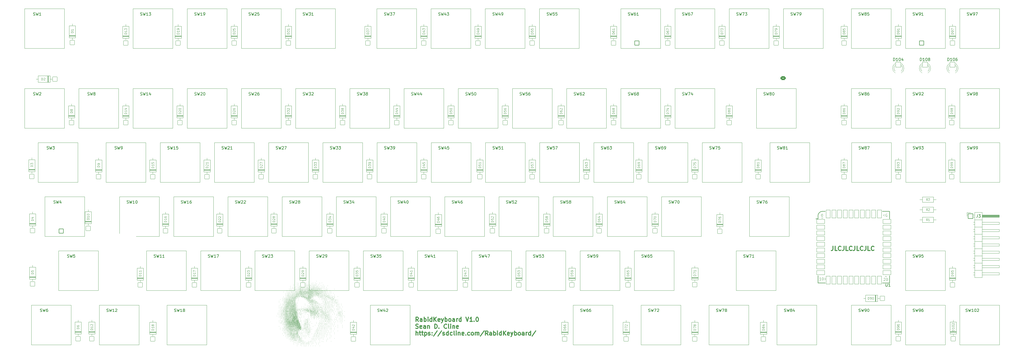
<source format=gto>
%TF.GenerationSoftware,KiCad,Pcbnew,(6.0.5)*%
%TF.CreationDate,2022-06-03T16:12:07-04:00*%
%TF.ProjectId,Rabid,52616269-642e-46b6-9963-61645f706362,rev?*%
%TF.SameCoordinates,Original*%
%TF.FileFunction,Legend,Top*%
%TF.FilePolarity,Positive*%
%FSLAX46Y46*%
G04 Gerber Fmt 4.6, Leading zero omitted, Abs format (unit mm)*
G04 Created by KiCad (PCBNEW (6.0.5)) date 2022-06-03 16:12:07*
%MOMM*%
%LPD*%
G01*
G04 APERTURE LIST*
G04 Aperture macros list*
%AMRoundRect*
0 Rectangle with rounded corners*
0 $1 Rounding radius*
0 $2 $3 $4 $5 $6 $7 $8 $9 X,Y pos of 4 corners*
0 Add a 4 corners polygon primitive as box body*
4,1,4,$2,$3,$4,$5,$6,$7,$8,$9,$2,$3,0*
0 Add four circle primitives for the rounded corners*
1,1,$1+$1,$2,$3*
1,1,$1+$1,$4,$5*
1,1,$1+$1,$6,$7*
1,1,$1+$1,$8,$9*
0 Add four rect primitives between the rounded corners*
20,1,$1+$1,$2,$3,$4,$5,0*
20,1,$1+$1,$4,$5,$6,$7,0*
20,1,$1+$1,$6,$7,$8,$9,0*
20,1,$1+$1,$8,$9,$2,$3,0*%
G04 Aperture macros list end*
%ADD10C,0.300000*%
%ADD11C,0.150000*%
%ADD12C,0.120000*%
%ADD13C,0.108000*%
%ADD14C,1.800000*%
%ADD15C,4.100000*%
%ADD16C,2.300000*%
%ADD17RoundRect,0.050000X0.800000X-0.800000X0.800000X0.800000X-0.800000X0.800000X-0.800000X-0.800000X0*%
%ADD18O,1.700000X1.700000*%
%ADD19RoundRect,0.050000X-1.400000X-0.750000X1.400000X-0.750000X1.400000X0.750000X-1.400000X0.750000X0*%
%ADD20C,1.450000*%
%ADD21O,1.450000X1.450000*%
%ADD22RoundRect,0.050000X-0.750000X1.400000X-0.750000X-1.400000X0.750000X-1.400000X0.750000X1.400000X0*%
%ADD23C,8.300000*%
%ADD24RoundRect,0.050000X-0.762000X-0.762000X0.762000X-0.762000X0.762000X0.762000X-0.762000X0.762000X0*%
%ADD25C,1.624000*%
%ADD26C,3.150000*%
%ADD27RoundRect,0.050000X-0.900000X0.900000X-0.900000X-0.900000X0.900000X-0.900000X0.900000X0.900000X0*%
%ADD28C,1.900000*%
%ADD29C,1.500000*%
%ADD30O,1.500000X1.500000*%
%ADD31RoundRect,0.050000X0.800000X0.800000X-0.800000X0.800000X-0.800000X-0.800000X0.800000X-0.800000X0*%
%ADD32C,5.100000*%
%ADD33RoundRect,0.050000X-0.850000X-0.850000X0.850000X-0.850000X0.850000X0.850000X-0.850000X0.850000X0*%
%ADD34O,1.800000X1.800000*%
%ADD35C,2.100000*%
%ADD36RoundRect,0.300000X0.625000X-0.350000X0.625000X0.350000X-0.625000X0.350000X-0.625000X-0.350000X0*%
%ADD37O,1.850000X1.300000*%
G04 APERTURE END LIST*
D10*
X179082285Y-188763571D02*
X178582285Y-188049285D01*
X178225142Y-188763571D02*
X178225142Y-187263571D01*
X178796571Y-187263571D01*
X178939428Y-187335000D01*
X179010857Y-187406428D01*
X179082285Y-187549285D01*
X179082285Y-187763571D01*
X179010857Y-187906428D01*
X178939428Y-187977857D01*
X178796571Y-188049285D01*
X178225142Y-188049285D01*
X180368000Y-188763571D02*
X180368000Y-187977857D01*
X180296571Y-187835000D01*
X180153714Y-187763571D01*
X179868000Y-187763571D01*
X179725142Y-187835000D01*
X180368000Y-188692142D02*
X180225142Y-188763571D01*
X179868000Y-188763571D01*
X179725142Y-188692142D01*
X179653714Y-188549285D01*
X179653714Y-188406428D01*
X179725142Y-188263571D01*
X179868000Y-188192142D01*
X180225142Y-188192142D01*
X180368000Y-188120714D01*
X181082285Y-188763571D02*
X181082285Y-187263571D01*
X181082285Y-187835000D02*
X181225142Y-187763571D01*
X181510857Y-187763571D01*
X181653714Y-187835000D01*
X181725142Y-187906428D01*
X181796571Y-188049285D01*
X181796571Y-188477857D01*
X181725142Y-188620714D01*
X181653714Y-188692142D01*
X181510857Y-188763571D01*
X181225142Y-188763571D01*
X181082285Y-188692142D01*
X182439428Y-188763571D02*
X182439428Y-187763571D01*
X182439428Y-187263571D02*
X182368000Y-187335000D01*
X182439428Y-187406428D01*
X182510857Y-187335000D01*
X182439428Y-187263571D01*
X182439428Y-187406428D01*
X183796571Y-188763571D02*
X183796571Y-187263571D01*
X183796571Y-188692142D02*
X183653714Y-188763571D01*
X183368000Y-188763571D01*
X183225142Y-188692142D01*
X183153714Y-188620714D01*
X183082285Y-188477857D01*
X183082285Y-188049285D01*
X183153714Y-187906428D01*
X183225142Y-187835000D01*
X183368000Y-187763571D01*
X183653714Y-187763571D01*
X183796571Y-187835000D01*
X184510857Y-188763571D02*
X184510857Y-187263571D01*
X185368000Y-188763571D02*
X184725142Y-187906428D01*
X185368000Y-187263571D02*
X184510857Y-188120714D01*
X186582285Y-188692142D02*
X186439428Y-188763571D01*
X186153714Y-188763571D01*
X186010857Y-188692142D01*
X185939428Y-188549285D01*
X185939428Y-187977857D01*
X186010857Y-187835000D01*
X186153714Y-187763571D01*
X186439428Y-187763571D01*
X186582285Y-187835000D01*
X186653714Y-187977857D01*
X186653714Y-188120714D01*
X185939428Y-188263571D01*
X187153714Y-187763571D02*
X187510857Y-188763571D01*
X187868000Y-187763571D02*
X187510857Y-188763571D01*
X187368000Y-189120714D01*
X187296571Y-189192142D01*
X187153714Y-189263571D01*
X188439428Y-188763571D02*
X188439428Y-187263571D01*
X188439428Y-187835000D02*
X188582285Y-187763571D01*
X188868000Y-187763571D01*
X189010857Y-187835000D01*
X189082285Y-187906428D01*
X189153714Y-188049285D01*
X189153714Y-188477857D01*
X189082285Y-188620714D01*
X189010857Y-188692142D01*
X188868000Y-188763571D01*
X188582285Y-188763571D01*
X188439428Y-188692142D01*
X190010857Y-188763571D02*
X189868000Y-188692142D01*
X189796571Y-188620714D01*
X189725142Y-188477857D01*
X189725142Y-188049285D01*
X189796571Y-187906428D01*
X189868000Y-187835000D01*
X190010857Y-187763571D01*
X190225142Y-187763571D01*
X190368000Y-187835000D01*
X190439428Y-187906428D01*
X190510857Y-188049285D01*
X190510857Y-188477857D01*
X190439428Y-188620714D01*
X190368000Y-188692142D01*
X190225142Y-188763571D01*
X190010857Y-188763571D01*
X191796571Y-188763571D02*
X191796571Y-187977857D01*
X191725142Y-187835000D01*
X191582285Y-187763571D01*
X191296571Y-187763571D01*
X191153714Y-187835000D01*
X191796571Y-188692142D02*
X191653714Y-188763571D01*
X191296571Y-188763571D01*
X191153714Y-188692142D01*
X191082285Y-188549285D01*
X191082285Y-188406428D01*
X191153714Y-188263571D01*
X191296571Y-188192142D01*
X191653714Y-188192142D01*
X191796571Y-188120714D01*
X192510857Y-188763571D02*
X192510857Y-187763571D01*
X192510857Y-188049285D02*
X192582285Y-187906428D01*
X192653714Y-187835000D01*
X192796571Y-187763571D01*
X192939428Y-187763571D01*
X194082285Y-188763571D02*
X194082285Y-187263571D01*
X194082285Y-188692142D02*
X193939428Y-188763571D01*
X193653714Y-188763571D01*
X193510857Y-188692142D01*
X193439428Y-188620714D01*
X193368000Y-188477857D01*
X193368000Y-188049285D01*
X193439428Y-187906428D01*
X193510857Y-187835000D01*
X193653714Y-187763571D01*
X193939428Y-187763571D01*
X194082285Y-187835000D01*
X195725142Y-187263571D02*
X196225142Y-188763571D01*
X196725142Y-187263571D01*
X198010857Y-188763571D02*
X197153714Y-188763571D01*
X197582285Y-188763571D02*
X197582285Y-187263571D01*
X197439428Y-187477857D01*
X197296571Y-187620714D01*
X197153714Y-187692142D01*
X198653714Y-188620714D02*
X198725142Y-188692142D01*
X198653714Y-188763571D01*
X198582285Y-188692142D01*
X198653714Y-188620714D01*
X198653714Y-188763571D01*
X199653714Y-187263571D02*
X199796571Y-187263571D01*
X199939428Y-187335000D01*
X200010857Y-187406428D01*
X200082285Y-187549285D01*
X200153714Y-187835000D01*
X200153714Y-188192142D01*
X200082285Y-188477857D01*
X200010857Y-188620714D01*
X199939428Y-188692142D01*
X199796571Y-188763571D01*
X199653714Y-188763571D01*
X199510857Y-188692142D01*
X199439428Y-188620714D01*
X199368000Y-188477857D01*
X199296571Y-188192142D01*
X199296571Y-187835000D01*
X199368000Y-187549285D01*
X199439428Y-187406428D01*
X199510857Y-187335000D01*
X199653714Y-187263571D01*
X178153714Y-191107142D02*
X178368000Y-191178571D01*
X178725142Y-191178571D01*
X178868000Y-191107142D01*
X178939428Y-191035714D01*
X179010857Y-190892857D01*
X179010857Y-190750000D01*
X178939428Y-190607142D01*
X178868000Y-190535714D01*
X178725142Y-190464285D01*
X178439428Y-190392857D01*
X178296571Y-190321428D01*
X178225142Y-190250000D01*
X178153714Y-190107142D01*
X178153714Y-189964285D01*
X178225142Y-189821428D01*
X178296571Y-189750000D01*
X178439428Y-189678571D01*
X178796571Y-189678571D01*
X179010857Y-189750000D01*
X180225142Y-191107142D02*
X180082285Y-191178571D01*
X179796571Y-191178571D01*
X179653714Y-191107142D01*
X179582285Y-190964285D01*
X179582285Y-190392857D01*
X179653714Y-190250000D01*
X179796571Y-190178571D01*
X180082285Y-190178571D01*
X180225142Y-190250000D01*
X180296571Y-190392857D01*
X180296571Y-190535714D01*
X179582285Y-190678571D01*
X181582285Y-191178571D02*
X181582285Y-190392857D01*
X181510857Y-190250000D01*
X181368000Y-190178571D01*
X181082285Y-190178571D01*
X180939428Y-190250000D01*
X181582285Y-191107142D02*
X181439428Y-191178571D01*
X181082285Y-191178571D01*
X180939428Y-191107142D01*
X180868000Y-190964285D01*
X180868000Y-190821428D01*
X180939428Y-190678571D01*
X181082285Y-190607142D01*
X181439428Y-190607142D01*
X181582285Y-190535714D01*
X182296571Y-190178571D02*
X182296571Y-191178571D01*
X182296571Y-190321428D02*
X182368000Y-190250000D01*
X182510857Y-190178571D01*
X182725142Y-190178571D01*
X182868000Y-190250000D01*
X182939428Y-190392857D01*
X182939428Y-191178571D01*
X184796571Y-191178571D02*
X184796571Y-189678571D01*
X185153714Y-189678571D01*
X185368000Y-189750000D01*
X185510857Y-189892857D01*
X185582285Y-190035714D01*
X185653714Y-190321428D01*
X185653714Y-190535714D01*
X185582285Y-190821428D01*
X185510857Y-190964285D01*
X185368000Y-191107142D01*
X185153714Y-191178571D01*
X184796571Y-191178571D01*
X186296571Y-191035714D02*
X186368000Y-191107142D01*
X186296571Y-191178571D01*
X186225142Y-191107142D01*
X186296571Y-191035714D01*
X186296571Y-191178571D01*
X189010857Y-191035714D02*
X188939428Y-191107142D01*
X188725142Y-191178571D01*
X188582285Y-191178571D01*
X188368000Y-191107142D01*
X188225142Y-190964285D01*
X188153714Y-190821428D01*
X188082285Y-190535714D01*
X188082285Y-190321428D01*
X188153714Y-190035714D01*
X188225142Y-189892857D01*
X188368000Y-189750000D01*
X188582285Y-189678571D01*
X188725142Y-189678571D01*
X188939428Y-189750000D01*
X189010857Y-189821428D01*
X189868000Y-191178571D02*
X189725142Y-191107142D01*
X189653714Y-190964285D01*
X189653714Y-189678571D01*
X190439428Y-191178571D02*
X190439428Y-190178571D01*
X190439428Y-189678571D02*
X190368000Y-189750000D01*
X190439428Y-189821428D01*
X190510857Y-189750000D01*
X190439428Y-189678571D01*
X190439428Y-189821428D01*
X191153714Y-190178571D02*
X191153714Y-191178571D01*
X191153714Y-190321428D02*
X191225142Y-190250000D01*
X191368000Y-190178571D01*
X191582285Y-190178571D01*
X191725142Y-190250000D01*
X191796571Y-190392857D01*
X191796571Y-191178571D01*
X193082285Y-191107142D02*
X192939428Y-191178571D01*
X192653714Y-191178571D01*
X192510857Y-191107142D01*
X192439428Y-190964285D01*
X192439428Y-190392857D01*
X192510857Y-190250000D01*
X192653714Y-190178571D01*
X192939428Y-190178571D01*
X193082285Y-190250000D01*
X193153714Y-190392857D01*
X193153714Y-190535714D01*
X192439428Y-190678571D01*
X178225142Y-193593571D02*
X178225142Y-192093571D01*
X178868000Y-193593571D02*
X178868000Y-192807857D01*
X178796571Y-192665000D01*
X178653714Y-192593571D01*
X178439428Y-192593571D01*
X178296571Y-192665000D01*
X178225142Y-192736428D01*
X179368000Y-192593571D02*
X179939428Y-192593571D01*
X179582285Y-192093571D02*
X179582285Y-193379285D01*
X179653714Y-193522142D01*
X179796571Y-193593571D01*
X179939428Y-193593571D01*
X180225142Y-192593571D02*
X180796571Y-192593571D01*
X180439428Y-192093571D02*
X180439428Y-193379285D01*
X180510857Y-193522142D01*
X180653714Y-193593571D01*
X180796571Y-193593571D01*
X181296571Y-192593571D02*
X181296571Y-194093571D01*
X181296571Y-192665000D02*
X181439428Y-192593571D01*
X181725142Y-192593571D01*
X181868000Y-192665000D01*
X181939428Y-192736428D01*
X182010857Y-192879285D01*
X182010857Y-193307857D01*
X181939428Y-193450714D01*
X181868000Y-193522142D01*
X181725142Y-193593571D01*
X181439428Y-193593571D01*
X181296571Y-193522142D01*
X182582285Y-193522142D02*
X182725142Y-193593571D01*
X183010857Y-193593571D01*
X183153714Y-193522142D01*
X183225142Y-193379285D01*
X183225142Y-193307857D01*
X183153714Y-193165000D01*
X183010857Y-193093571D01*
X182796571Y-193093571D01*
X182653714Y-193022142D01*
X182582285Y-192879285D01*
X182582285Y-192807857D01*
X182653714Y-192665000D01*
X182796571Y-192593571D01*
X183010857Y-192593571D01*
X183153714Y-192665000D01*
X183868000Y-193450714D02*
X183939428Y-193522142D01*
X183868000Y-193593571D01*
X183796571Y-193522142D01*
X183868000Y-193450714D01*
X183868000Y-193593571D01*
X183868000Y-192665000D02*
X183939428Y-192736428D01*
X183868000Y-192807857D01*
X183796571Y-192736428D01*
X183868000Y-192665000D01*
X183868000Y-192807857D01*
X185653714Y-192022142D02*
X184368000Y-193950714D01*
X187225142Y-192022142D02*
X185939428Y-193950714D01*
X187653714Y-193522142D02*
X187796571Y-193593571D01*
X188082285Y-193593571D01*
X188225142Y-193522142D01*
X188296571Y-193379285D01*
X188296571Y-193307857D01*
X188225142Y-193165000D01*
X188082285Y-193093571D01*
X187868000Y-193093571D01*
X187725142Y-193022142D01*
X187653714Y-192879285D01*
X187653714Y-192807857D01*
X187725142Y-192665000D01*
X187868000Y-192593571D01*
X188082285Y-192593571D01*
X188225142Y-192665000D01*
X189582285Y-193593571D02*
X189582285Y-192093571D01*
X189582285Y-193522142D02*
X189439428Y-193593571D01*
X189153714Y-193593571D01*
X189010857Y-193522142D01*
X188939428Y-193450714D01*
X188868000Y-193307857D01*
X188868000Y-192879285D01*
X188939428Y-192736428D01*
X189010857Y-192665000D01*
X189153714Y-192593571D01*
X189439428Y-192593571D01*
X189582285Y-192665000D01*
X190939428Y-193522142D02*
X190796571Y-193593571D01*
X190510857Y-193593571D01*
X190368000Y-193522142D01*
X190296571Y-193450714D01*
X190225142Y-193307857D01*
X190225142Y-192879285D01*
X190296571Y-192736428D01*
X190368000Y-192665000D01*
X190510857Y-192593571D01*
X190796571Y-192593571D01*
X190939428Y-192665000D01*
X191796571Y-193593571D02*
X191653714Y-193522142D01*
X191582285Y-193379285D01*
X191582285Y-192093571D01*
X192368000Y-193593571D02*
X192368000Y-192593571D01*
X192368000Y-192093571D02*
X192296571Y-192165000D01*
X192368000Y-192236428D01*
X192439428Y-192165000D01*
X192368000Y-192093571D01*
X192368000Y-192236428D01*
X193082285Y-192593571D02*
X193082285Y-193593571D01*
X193082285Y-192736428D02*
X193153714Y-192665000D01*
X193296571Y-192593571D01*
X193510857Y-192593571D01*
X193653714Y-192665000D01*
X193725142Y-192807857D01*
X193725142Y-193593571D01*
X195010857Y-193522142D02*
X194868000Y-193593571D01*
X194582285Y-193593571D01*
X194439428Y-193522142D01*
X194368000Y-193379285D01*
X194368000Y-192807857D01*
X194439428Y-192665000D01*
X194582285Y-192593571D01*
X194868000Y-192593571D01*
X195010857Y-192665000D01*
X195082285Y-192807857D01*
X195082285Y-192950714D01*
X194368000Y-193093571D01*
X195725142Y-193450714D02*
X195796571Y-193522142D01*
X195725142Y-193593571D01*
X195653714Y-193522142D01*
X195725142Y-193450714D01*
X195725142Y-193593571D01*
X197082285Y-193522142D02*
X196939428Y-193593571D01*
X196653714Y-193593571D01*
X196510857Y-193522142D01*
X196439428Y-193450714D01*
X196368000Y-193307857D01*
X196368000Y-192879285D01*
X196439428Y-192736428D01*
X196510857Y-192665000D01*
X196653714Y-192593571D01*
X196939428Y-192593571D01*
X197082285Y-192665000D01*
X197939428Y-193593571D02*
X197796571Y-193522142D01*
X197725142Y-193450714D01*
X197653714Y-193307857D01*
X197653714Y-192879285D01*
X197725142Y-192736428D01*
X197796571Y-192665000D01*
X197939428Y-192593571D01*
X198153714Y-192593571D01*
X198296571Y-192665000D01*
X198368000Y-192736428D01*
X198439428Y-192879285D01*
X198439428Y-193307857D01*
X198368000Y-193450714D01*
X198296571Y-193522142D01*
X198153714Y-193593571D01*
X197939428Y-193593571D01*
X199082285Y-193593571D02*
X199082285Y-192593571D01*
X199082285Y-192736428D02*
X199153714Y-192665000D01*
X199296571Y-192593571D01*
X199510857Y-192593571D01*
X199653714Y-192665000D01*
X199725142Y-192807857D01*
X199725142Y-193593571D01*
X199725142Y-192807857D02*
X199796571Y-192665000D01*
X199939428Y-192593571D01*
X200153714Y-192593571D01*
X200296571Y-192665000D01*
X200368000Y-192807857D01*
X200368000Y-193593571D01*
X202153714Y-192022142D02*
X200868000Y-193950714D01*
X203510857Y-193593571D02*
X203010857Y-192879285D01*
X202653714Y-193593571D02*
X202653714Y-192093571D01*
X203225142Y-192093571D01*
X203368000Y-192165000D01*
X203439428Y-192236428D01*
X203510857Y-192379285D01*
X203510857Y-192593571D01*
X203439428Y-192736428D01*
X203368000Y-192807857D01*
X203225142Y-192879285D01*
X202653714Y-192879285D01*
X204796571Y-193593571D02*
X204796571Y-192807857D01*
X204725142Y-192665000D01*
X204582285Y-192593571D01*
X204296571Y-192593571D01*
X204153714Y-192665000D01*
X204796571Y-193522142D02*
X204653714Y-193593571D01*
X204296571Y-193593571D01*
X204153714Y-193522142D01*
X204082285Y-193379285D01*
X204082285Y-193236428D01*
X204153714Y-193093571D01*
X204296571Y-193022142D01*
X204653714Y-193022142D01*
X204796571Y-192950714D01*
X205510857Y-193593571D02*
X205510857Y-192093571D01*
X205510857Y-192665000D02*
X205653714Y-192593571D01*
X205939428Y-192593571D01*
X206082285Y-192665000D01*
X206153714Y-192736428D01*
X206225142Y-192879285D01*
X206225142Y-193307857D01*
X206153714Y-193450714D01*
X206082285Y-193522142D01*
X205939428Y-193593571D01*
X205653714Y-193593571D01*
X205510857Y-193522142D01*
X206868000Y-193593571D02*
X206868000Y-192593571D01*
X206868000Y-192093571D02*
X206796571Y-192165000D01*
X206868000Y-192236428D01*
X206939428Y-192165000D01*
X206868000Y-192093571D01*
X206868000Y-192236428D01*
X208225142Y-193593571D02*
X208225142Y-192093571D01*
X208225142Y-193522142D02*
X208082285Y-193593571D01*
X207796571Y-193593571D01*
X207653714Y-193522142D01*
X207582285Y-193450714D01*
X207510857Y-193307857D01*
X207510857Y-192879285D01*
X207582285Y-192736428D01*
X207653714Y-192665000D01*
X207796571Y-192593571D01*
X208082285Y-192593571D01*
X208225142Y-192665000D01*
X208939428Y-193593571D02*
X208939428Y-192093571D01*
X209796571Y-193593571D02*
X209153714Y-192736428D01*
X209796571Y-192093571D02*
X208939428Y-192950714D01*
X211010857Y-193522142D02*
X210868000Y-193593571D01*
X210582285Y-193593571D01*
X210439428Y-193522142D01*
X210368000Y-193379285D01*
X210368000Y-192807857D01*
X210439428Y-192665000D01*
X210582285Y-192593571D01*
X210868000Y-192593571D01*
X211010857Y-192665000D01*
X211082285Y-192807857D01*
X211082285Y-192950714D01*
X210368000Y-193093571D01*
X211582285Y-192593571D02*
X211939428Y-193593571D01*
X212296571Y-192593571D02*
X211939428Y-193593571D01*
X211796571Y-193950714D01*
X211725142Y-194022142D01*
X211582285Y-194093571D01*
X212868000Y-193593571D02*
X212868000Y-192093571D01*
X212868000Y-192665000D02*
X213010857Y-192593571D01*
X213296571Y-192593571D01*
X213439428Y-192665000D01*
X213510857Y-192736428D01*
X213582285Y-192879285D01*
X213582285Y-193307857D01*
X213510857Y-193450714D01*
X213439428Y-193522142D01*
X213296571Y-193593571D01*
X213010857Y-193593571D01*
X212868000Y-193522142D01*
X214439428Y-193593571D02*
X214296571Y-193522142D01*
X214225142Y-193450714D01*
X214153714Y-193307857D01*
X214153714Y-192879285D01*
X214225142Y-192736428D01*
X214296571Y-192665000D01*
X214439428Y-192593571D01*
X214653714Y-192593571D01*
X214796571Y-192665000D01*
X214868000Y-192736428D01*
X214939428Y-192879285D01*
X214939428Y-193307857D01*
X214868000Y-193450714D01*
X214796571Y-193522142D01*
X214653714Y-193593571D01*
X214439428Y-193593571D01*
X216225142Y-193593571D02*
X216225142Y-192807857D01*
X216153714Y-192665000D01*
X216010857Y-192593571D01*
X215725142Y-192593571D01*
X215582285Y-192665000D01*
X216225142Y-193522142D02*
X216082285Y-193593571D01*
X215725142Y-193593571D01*
X215582285Y-193522142D01*
X215510857Y-193379285D01*
X215510857Y-193236428D01*
X215582285Y-193093571D01*
X215725142Y-193022142D01*
X216082285Y-193022142D01*
X216225142Y-192950714D01*
X216939428Y-193593571D02*
X216939428Y-192593571D01*
X216939428Y-192879285D02*
X217010857Y-192736428D01*
X217082285Y-192665000D01*
X217225142Y-192593571D01*
X217368000Y-192593571D01*
X218510857Y-193593571D02*
X218510857Y-192093571D01*
X218510857Y-193522142D02*
X218368000Y-193593571D01*
X218082285Y-193593571D01*
X217939428Y-193522142D01*
X217868000Y-193450714D01*
X217796571Y-193307857D01*
X217796571Y-192879285D01*
X217868000Y-192736428D01*
X217939428Y-192665000D01*
X218082285Y-192593571D01*
X218368000Y-192593571D01*
X218510857Y-192665000D01*
X220296571Y-192022142D02*
X219010857Y-193950714D01*
X324795428Y-162246571D02*
X324795428Y-163318000D01*
X324724000Y-163532285D01*
X324581142Y-163675142D01*
X324366857Y-163746571D01*
X324224000Y-163746571D01*
X326224000Y-163746571D02*
X325509714Y-163746571D01*
X325509714Y-162246571D01*
X327581142Y-163603714D02*
X327509714Y-163675142D01*
X327295428Y-163746571D01*
X327152571Y-163746571D01*
X326938285Y-163675142D01*
X326795428Y-163532285D01*
X326724000Y-163389428D01*
X326652571Y-163103714D01*
X326652571Y-162889428D01*
X326724000Y-162603714D01*
X326795428Y-162460857D01*
X326938285Y-162318000D01*
X327152571Y-162246571D01*
X327295428Y-162246571D01*
X327509714Y-162318000D01*
X327581142Y-162389428D01*
X328652571Y-162246571D02*
X328652571Y-163318000D01*
X328581142Y-163532285D01*
X328438285Y-163675142D01*
X328224000Y-163746571D01*
X328081142Y-163746571D01*
X330081142Y-163746571D02*
X329366857Y-163746571D01*
X329366857Y-162246571D01*
X331438285Y-163603714D02*
X331366857Y-163675142D01*
X331152571Y-163746571D01*
X331009714Y-163746571D01*
X330795428Y-163675142D01*
X330652571Y-163532285D01*
X330581142Y-163389428D01*
X330509714Y-163103714D01*
X330509714Y-162889428D01*
X330581142Y-162603714D01*
X330652571Y-162460857D01*
X330795428Y-162318000D01*
X331009714Y-162246571D01*
X331152571Y-162246571D01*
X331366857Y-162318000D01*
X331438285Y-162389428D01*
X332509714Y-162246571D02*
X332509714Y-163318000D01*
X332438285Y-163532285D01*
X332295428Y-163675142D01*
X332081142Y-163746571D01*
X331938285Y-163746571D01*
X333938285Y-163746571D02*
X333224000Y-163746571D01*
X333224000Y-162246571D01*
X335295428Y-163603714D02*
X335224000Y-163675142D01*
X335009714Y-163746571D01*
X334866857Y-163746571D01*
X334652571Y-163675142D01*
X334509714Y-163532285D01*
X334438285Y-163389428D01*
X334366857Y-163103714D01*
X334366857Y-162889428D01*
X334438285Y-162603714D01*
X334509714Y-162460857D01*
X334652571Y-162318000D01*
X334866857Y-162246571D01*
X335009714Y-162246571D01*
X335224000Y-162318000D01*
X335295428Y-162389428D01*
X336366857Y-162246571D02*
X336366857Y-163318000D01*
X336295428Y-163532285D01*
X336152571Y-163675142D01*
X335938285Y-163746571D01*
X335795428Y-163746571D01*
X337795428Y-163746571D02*
X337081142Y-163746571D01*
X337081142Y-162246571D01*
X339152571Y-163603714D02*
X339081142Y-163675142D01*
X338866857Y-163746571D01*
X338724000Y-163746571D01*
X338509714Y-163675142D01*
X338366857Y-163532285D01*
X338295428Y-163389428D01*
X338224000Y-163103714D01*
X338224000Y-162889428D01*
X338295428Y-162603714D01*
X338366857Y-162460857D01*
X338509714Y-162318000D01*
X338724000Y-162246571D01*
X338866857Y-162246571D01*
X339081142Y-162318000D01*
X339152571Y-162389428D01*
D11*
%TO.C,SW72*%
X259962876Y-185265961D02*
X260105733Y-185313580D01*
X260343828Y-185313580D01*
X260439066Y-185265961D01*
X260486685Y-185218342D01*
X260534304Y-185123104D01*
X260534304Y-185027866D01*
X260486685Y-184932628D01*
X260439066Y-184885009D01*
X260343828Y-184837390D01*
X260153352Y-184789771D01*
X260058114Y-184742152D01*
X260010495Y-184694533D01*
X259962876Y-184599295D01*
X259962876Y-184504057D01*
X260010495Y-184408819D01*
X260058114Y-184361200D01*
X260153352Y-184313580D01*
X260391447Y-184313580D01*
X260534304Y-184361200D01*
X260867638Y-184313580D02*
X261105733Y-185313580D01*
X261296209Y-184599295D01*
X261486685Y-185313580D01*
X261724780Y-184313580D01*
X262010495Y-184313580D02*
X262677161Y-184313580D01*
X262248590Y-185313580D01*
X263010495Y-184408819D02*
X263058114Y-184361200D01*
X263153352Y-184313580D01*
X263391447Y-184313580D01*
X263486685Y-184361200D01*
X263534304Y-184408819D01*
X263581923Y-184504057D01*
X263581923Y-184599295D01*
X263534304Y-184742152D01*
X262962876Y-185313580D01*
X263581923Y-185313580D01*
D12*
%TO.C,D13*%
X76561904Y-87539428D02*
X75761904Y-87539428D01*
X75761904Y-87348952D01*
X75800000Y-87234666D01*
X75876190Y-87158476D01*
X75952380Y-87120380D01*
X76104761Y-87082285D01*
X76219047Y-87082285D01*
X76371428Y-87120380D01*
X76447619Y-87158476D01*
X76523809Y-87234666D01*
X76561904Y-87348952D01*
X76561904Y-87539428D01*
X76561904Y-86320380D02*
X76561904Y-86777523D01*
X76561904Y-86548952D02*
X75761904Y-86548952D01*
X75876190Y-86625142D01*
X75952380Y-86701333D01*
X75990476Y-86777523D01*
X75761904Y-86053714D02*
X75761904Y-85558476D01*
X76066666Y-85825142D01*
X76066666Y-85710857D01*
X76104761Y-85634666D01*
X76142857Y-85596571D01*
X76219047Y-85558476D01*
X76409523Y-85558476D01*
X76485714Y-85596571D01*
X76523809Y-85634666D01*
X76561904Y-85710857D01*
X76561904Y-85939428D01*
X76523809Y-86015619D01*
X76485714Y-86053714D01*
%TO.C,D99*%
X366883904Y-134656428D02*
X366083904Y-134656428D01*
X366083904Y-134465952D01*
X366122000Y-134351666D01*
X366198190Y-134275476D01*
X366274380Y-134237380D01*
X366426761Y-134199285D01*
X366541047Y-134199285D01*
X366693428Y-134237380D01*
X366769619Y-134275476D01*
X366845809Y-134351666D01*
X366883904Y-134465952D01*
X366883904Y-134656428D01*
X366883904Y-133818333D02*
X366883904Y-133665952D01*
X366845809Y-133589761D01*
X366807714Y-133551666D01*
X366693428Y-133475476D01*
X366541047Y-133437380D01*
X366236285Y-133437380D01*
X366160095Y-133475476D01*
X366122000Y-133513571D01*
X366083904Y-133589761D01*
X366083904Y-133742142D01*
X366122000Y-133818333D01*
X366160095Y-133856428D01*
X366236285Y-133894523D01*
X366426761Y-133894523D01*
X366502952Y-133856428D01*
X366541047Y-133818333D01*
X366579142Y-133742142D01*
X366579142Y-133589761D01*
X366541047Y-133513571D01*
X366502952Y-133475476D01*
X366426761Y-133437380D01*
X366883904Y-133056428D02*
X366883904Y-132904047D01*
X366845809Y-132827857D01*
X366807714Y-132789761D01*
X366693428Y-132713571D01*
X366541047Y-132675476D01*
X366236285Y-132675476D01*
X366160095Y-132713571D01*
X366122000Y-132751666D01*
X366083904Y-132827857D01*
X366083904Y-132980238D01*
X366122000Y-133056428D01*
X366160095Y-133094523D01*
X366236285Y-133132619D01*
X366426761Y-133132619D01*
X366502952Y-133094523D01*
X366541047Y-133056428D01*
X366579142Y-132980238D01*
X366579142Y-132827857D01*
X366541047Y-132751666D01*
X366502952Y-132713571D01*
X366426761Y-132675476D01*
D11*
%TO.C,U1*%
X343343095Y-175412380D02*
X343343095Y-176221904D01*
X343390714Y-176317142D01*
X343438333Y-176364761D01*
X343533571Y-176412380D01*
X343724047Y-176412380D01*
X343819285Y-176364761D01*
X343866904Y-176317142D01*
X343914523Y-176221904D01*
X343914523Y-175412380D01*
X344914523Y-176412380D02*
X344343095Y-176412380D01*
X344628809Y-176412380D02*
X344628809Y-175412380D01*
X344533571Y-175555238D01*
X344438333Y-175650476D01*
X344343095Y-175698095D01*
D12*
X320862142Y-150867142D02*
X320947857Y-150867142D01*
X321033571Y-150910000D01*
X321076428Y-150952857D01*
X321119285Y-151038571D01*
X321162142Y-151210000D01*
X321162142Y-151424285D01*
X321119285Y-151595714D01*
X321076428Y-151681428D01*
X321033571Y-151724285D01*
X320947857Y-151767142D01*
X320862142Y-151767142D01*
X320776428Y-151724285D01*
X320733571Y-151681428D01*
X320690714Y-151595714D01*
X320647857Y-151424285D01*
X320647857Y-151210000D01*
X320690714Y-151038571D01*
X320733571Y-150952857D01*
X320776428Y-150910000D01*
X320862142Y-150867142D01*
X342619285Y-173552857D02*
X342662142Y-173510000D01*
X342747857Y-173467142D01*
X342962142Y-173467142D01*
X343047857Y-173510000D01*
X343090714Y-173552857D01*
X343133571Y-173638571D01*
X343133571Y-173724285D01*
X343090714Y-173852857D01*
X342576428Y-174367142D01*
X343133571Y-174367142D01*
X343690714Y-173467142D02*
X343776428Y-173467142D01*
X343862142Y-173510000D01*
X343905000Y-173552857D01*
X343947857Y-173638571D01*
X343990714Y-173810000D01*
X343990714Y-174024285D01*
X343947857Y-174195714D01*
X343905000Y-174281428D01*
X343862142Y-174324285D01*
X343776428Y-174367142D01*
X343690714Y-174367142D01*
X343605000Y-174324285D01*
X343562142Y-174281428D01*
X343519285Y-174195714D01*
X343476428Y-174024285D01*
X343476428Y-173810000D01*
X343519285Y-173638571D01*
X343562142Y-173552857D01*
X343605000Y-173510000D01*
X343690714Y-173467142D01*
X320533571Y-174167142D02*
X320019285Y-174167142D01*
X320276428Y-174167142D02*
X320276428Y-173267142D01*
X320190714Y-173395714D01*
X320105000Y-173481428D01*
X320019285Y-173524285D01*
X321090714Y-173267142D02*
X321176428Y-173267142D01*
X321262142Y-173310000D01*
X321305000Y-173352857D01*
X321347857Y-173438571D01*
X321390714Y-173610000D01*
X321390714Y-173824285D01*
X321347857Y-173995714D01*
X321305000Y-174081428D01*
X321262142Y-174124285D01*
X321176428Y-174167142D01*
X321090714Y-174167142D01*
X321005000Y-174124285D01*
X320962142Y-174081428D01*
X320919285Y-173995714D01*
X320876428Y-173824285D01*
X320876428Y-173610000D01*
X320919285Y-173438571D01*
X320962142Y-173352857D01*
X321005000Y-173310000D01*
X321090714Y-173267142D01*
X343740714Y-150910000D02*
X343655000Y-150867142D01*
X343526428Y-150867142D01*
X343397857Y-150910000D01*
X343312142Y-150995714D01*
X343269285Y-151081428D01*
X343226428Y-151252857D01*
X343226428Y-151381428D01*
X343269285Y-151552857D01*
X343312142Y-151638571D01*
X343397857Y-151724285D01*
X343526428Y-151767142D01*
X343612142Y-151767142D01*
X343740714Y-151724285D01*
X343783571Y-151681428D01*
X343783571Y-151381428D01*
X343612142Y-151381428D01*
D11*
%TO.C,SW91*%
X352901476Y-80922761D02*
X353044333Y-80970380D01*
X353282428Y-80970380D01*
X353377666Y-80922761D01*
X353425285Y-80875142D01*
X353472904Y-80779904D01*
X353472904Y-80684666D01*
X353425285Y-80589428D01*
X353377666Y-80541809D01*
X353282428Y-80494190D01*
X353091952Y-80446571D01*
X352996714Y-80398952D01*
X352949095Y-80351333D01*
X352901476Y-80256095D01*
X352901476Y-80160857D01*
X352949095Y-80065619D01*
X352996714Y-80018000D01*
X353091952Y-79970380D01*
X353330047Y-79970380D01*
X353472904Y-80018000D01*
X353806238Y-79970380D02*
X354044333Y-80970380D01*
X354234809Y-80256095D01*
X354425285Y-80970380D01*
X354663380Y-79970380D01*
X355091952Y-80970380D02*
X355282428Y-80970380D01*
X355377666Y-80922761D01*
X355425285Y-80875142D01*
X355520523Y-80732285D01*
X355568142Y-80541809D01*
X355568142Y-80160857D01*
X355520523Y-80065619D01*
X355472904Y-80018000D01*
X355377666Y-79970380D01*
X355187190Y-79970380D01*
X355091952Y-80018000D01*
X355044333Y-80065619D01*
X354996714Y-80160857D01*
X354996714Y-80398952D01*
X355044333Y-80494190D01*
X355091952Y-80541809D01*
X355187190Y-80589428D01*
X355377666Y-80589428D01*
X355472904Y-80541809D01*
X355520523Y-80494190D01*
X355568142Y-80398952D01*
X356520523Y-80970380D02*
X355949095Y-80970380D01*
X356234809Y-80970380D02*
X356234809Y-79970380D01*
X356139571Y-80113238D01*
X356044333Y-80208476D01*
X355949095Y-80256095D01*
%TO.C,SW18*%
X93313476Y-185265961D02*
X93456333Y-185313580D01*
X93694428Y-185313580D01*
X93789666Y-185265961D01*
X93837285Y-185218342D01*
X93884904Y-185123104D01*
X93884904Y-185027866D01*
X93837285Y-184932628D01*
X93789666Y-184885009D01*
X93694428Y-184837390D01*
X93503952Y-184789771D01*
X93408714Y-184742152D01*
X93361095Y-184694533D01*
X93313476Y-184599295D01*
X93313476Y-184504057D01*
X93361095Y-184408819D01*
X93408714Y-184361200D01*
X93503952Y-184313580D01*
X93742047Y-184313580D01*
X93884904Y-184361200D01*
X94218238Y-184313580D02*
X94456333Y-185313580D01*
X94646809Y-184599295D01*
X94837285Y-185313580D01*
X95075380Y-184313580D01*
X95980142Y-185313580D02*
X95408714Y-185313580D01*
X95694428Y-185313580D02*
X95694428Y-184313580D01*
X95599190Y-184456438D01*
X95503952Y-184551676D01*
X95408714Y-184599295D01*
X96551571Y-184742152D02*
X96456333Y-184694533D01*
X96408714Y-184646914D01*
X96361095Y-184551676D01*
X96361095Y-184504057D01*
X96408714Y-184408819D01*
X96456333Y-184361200D01*
X96551571Y-184313580D01*
X96742047Y-184313580D01*
X96837285Y-184361200D01*
X96884904Y-184408819D01*
X96932523Y-184504057D01*
X96932523Y-184551676D01*
X96884904Y-184646914D01*
X96837285Y-184694533D01*
X96742047Y-184742152D01*
X96551571Y-184742152D01*
X96456333Y-184789771D01*
X96408714Y-184837390D01*
X96361095Y-184932628D01*
X96361095Y-185123104D01*
X96408714Y-185218342D01*
X96456333Y-185265961D01*
X96551571Y-185313580D01*
X96742047Y-185313580D01*
X96837285Y-185265961D01*
X96884904Y-185218342D01*
X96932523Y-185123104D01*
X96932523Y-184932628D01*
X96884904Y-184837390D01*
X96837285Y-184789771D01*
X96742047Y-184742152D01*
D12*
%TO.C,D102*%
X367391904Y-192060380D02*
X366591904Y-192060380D01*
X366591904Y-191869904D01*
X366630000Y-191755619D01*
X366706190Y-191679428D01*
X366782380Y-191641333D01*
X366934761Y-191603238D01*
X367049047Y-191603238D01*
X367201428Y-191641333D01*
X367277619Y-191679428D01*
X367353809Y-191755619D01*
X367391904Y-191869904D01*
X367391904Y-192060380D01*
X367391904Y-190841333D02*
X367391904Y-191298476D01*
X367391904Y-191069904D02*
X366591904Y-191069904D01*
X366706190Y-191146095D01*
X366782380Y-191222285D01*
X366820476Y-191298476D01*
X366591904Y-190346095D02*
X366591904Y-190269904D01*
X366630000Y-190193714D01*
X366668095Y-190155619D01*
X366744285Y-190117523D01*
X366896666Y-190079428D01*
X367087142Y-190079428D01*
X367239523Y-190117523D01*
X367315714Y-190155619D01*
X367353809Y-190193714D01*
X367391904Y-190269904D01*
X367391904Y-190346095D01*
X367353809Y-190422285D01*
X367315714Y-190460380D01*
X367239523Y-190498476D01*
X367087142Y-190536571D01*
X366896666Y-190536571D01*
X366744285Y-190498476D01*
X366668095Y-190460380D01*
X366630000Y-190422285D01*
X366591904Y-190346095D01*
X366668095Y-189774666D02*
X366630000Y-189736571D01*
X366591904Y-189660380D01*
X366591904Y-189469904D01*
X366630000Y-189393714D01*
X366668095Y-189355619D01*
X366744285Y-189317523D01*
X366820476Y-189317523D01*
X366934761Y-189355619D01*
X367391904Y-189812761D01*
X367391904Y-189317523D01*
D11*
%TO.C,SW4*%
X50889066Y-147115161D02*
X51031923Y-147162780D01*
X51270019Y-147162780D01*
X51365257Y-147115161D01*
X51412876Y-147067542D01*
X51460495Y-146972304D01*
X51460495Y-146877066D01*
X51412876Y-146781828D01*
X51365257Y-146734209D01*
X51270019Y-146686590D01*
X51079542Y-146638971D01*
X50984304Y-146591352D01*
X50936685Y-146543733D01*
X50889066Y-146448495D01*
X50889066Y-146353257D01*
X50936685Y-146258019D01*
X50984304Y-146210400D01*
X51079542Y-146162780D01*
X51317638Y-146162780D01*
X51460495Y-146210400D01*
X51793828Y-146162780D02*
X52031923Y-147162780D01*
X52222400Y-146448495D01*
X52412876Y-147162780D01*
X52650971Y-146162780D01*
X53460495Y-146496114D02*
X53460495Y-147162780D01*
X53222400Y-146115161D02*
X52984304Y-146829447D01*
X53603352Y-146829447D01*
D12*
%TO.C,D8*%
X57511904Y-115225476D02*
X56711904Y-115225476D01*
X56711904Y-115035000D01*
X56750000Y-114920714D01*
X56826190Y-114844523D01*
X56902380Y-114806428D01*
X57054761Y-114768333D01*
X57169047Y-114768333D01*
X57321428Y-114806428D01*
X57397619Y-114844523D01*
X57473809Y-114920714D01*
X57511904Y-115035000D01*
X57511904Y-115225476D01*
X57054761Y-114311190D02*
X57016666Y-114387380D01*
X56978571Y-114425476D01*
X56902380Y-114463571D01*
X56864285Y-114463571D01*
X56788095Y-114425476D01*
X56750000Y-114387380D01*
X56711904Y-114311190D01*
X56711904Y-114158809D01*
X56750000Y-114082619D01*
X56788095Y-114044523D01*
X56864285Y-114006428D01*
X56902380Y-114006428D01*
X56978571Y-114044523D01*
X57016666Y-114082619D01*
X57054761Y-114158809D01*
X57054761Y-114311190D01*
X57092857Y-114387380D01*
X57130952Y-114425476D01*
X57207142Y-114463571D01*
X57359523Y-114463571D01*
X57435714Y-114425476D01*
X57473809Y-114387380D01*
X57511904Y-114311190D01*
X57511904Y-114158809D01*
X57473809Y-114082619D01*
X57435714Y-114044523D01*
X57359523Y-114006428D01*
X57207142Y-114006428D01*
X57130952Y-114044523D01*
X57092857Y-114082619D01*
X57054761Y-114158809D01*
D11*
%TO.C,SW68*%
X252850876Y-109040561D02*
X252993733Y-109088180D01*
X253231828Y-109088180D01*
X253327066Y-109040561D01*
X253374685Y-108992942D01*
X253422304Y-108897704D01*
X253422304Y-108802466D01*
X253374685Y-108707228D01*
X253327066Y-108659609D01*
X253231828Y-108611990D01*
X253041352Y-108564371D01*
X252946114Y-108516752D01*
X252898495Y-108469133D01*
X252850876Y-108373895D01*
X252850876Y-108278657D01*
X252898495Y-108183419D01*
X252946114Y-108135800D01*
X253041352Y-108088180D01*
X253279447Y-108088180D01*
X253422304Y-108135800D01*
X253755638Y-108088180D02*
X253993733Y-109088180D01*
X254184209Y-108373895D01*
X254374685Y-109088180D01*
X254612780Y-108088180D01*
X255422304Y-108088180D02*
X255231828Y-108088180D01*
X255136590Y-108135800D01*
X255088971Y-108183419D01*
X254993733Y-108326276D01*
X254946114Y-108516752D01*
X254946114Y-108897704D01*
X254993733Y-108992942D01*
X255041352Y-109040561D01*
X255136590Y-109088180D01*
X255327066Y-109088180D01*
X255422304Y-109040561D01*
X255469923Y-108992942D01*
X255517542Y-108897704D01*
X255517542Y-108659609D01*
X255469923Y-108564371D01*
X255422304Y-108516752D01*
X255327066Y-108469133D01*
X255136590Y-108469133D01*
X255041352Y-108516752D01*
X254993733Y-108564371D01*
X254946114Y-108659609D01*
X256088971Y-108516752D02*
X255993733Y-108469133D01*
X255946114Y-108421514D01*
X255898495Y-108326276D01*
X255898495Y-108278657D01*
X255946114Y-108183419D01*
X255993733Y-108135800D01*
X256088971Y-108088180D01*
X256279447Y-108088180D01*
X256374685Y-108135800D01*
X256422304Y-108183419D01*
X256469923Y-108278657D01*
X256469923Y-108326276D01*
X256422304Y-108421514D01*
X256374685Y-108469133D01*
X256279447Y-108516752D01*
X256088971Y-108516752D01*
X255993733Y-108564371D01*
X255946114Y-108611990D01*
X255898495Y-108707228D01*
X255898495Y-108897704D01*
X255946114Y-108992942D01*
X255993733Y-109040561D01*
X256088971Y-109088180D01*
X256279447Y-109088180D01*
X256374685Y-109040561D01*
X256422304Y-108992942D01*
X256469923Y-108897704D01*
X256469923Y-108707228D01*
X256422304Y-108611990D01*
X256374685Y-108564371D01*
X256279447Y-108516752D01*
%TO.C,SW40*%
X171875676Y-147115161D02*
X172018533Y-147162780D01*
X172256628Y-147162780D01*
X172351866Y-147115161D01*
X172399485Y-147067542D01*
X172447104Y-146972304D01*
X172447104Y-146877066D01*
X172399485Y-146781828D01*
X172351866Y-146734209D01*
X172256628Y-146686590D01*
X172066152Y-146638971D01*
X171970914Y-146591352D01*
X171923295Y-146543733D01*
X171875676Y-146448495D01*
X171875676Y-146353257D01*
X171923295Y-146258019D01*
X171970914Y-146210400D01*
X172066152Y-146162780D01*
X172304247Y-146162780D01*
X172447104Y-146210400D01*
X172780438Y-146162780D02*
X173018533Y-147162780D01*
X173209009Y-146448495D01*
X173399485Y-147162780D01*
X173637580Y-146162780D01*
X174447104Y-146496114D02*
X174447104Y-147162780D01*
X174209009Y-146115161D02*
X173970914Y-146829447D01*
X174589961Y-146829447D01*
X175161390Y-146162780D02*
X175256628Y-146162780D01*
X175351866Y-146210400D01*
X175399485Y-146258019D01*
X175447104Y-146353257D01*
X175494723Y-146543733D01*
X175494723Y-146781828D01*
X175447104Y-146972304D01*
X175399485Y-147067542D01*
X175351866Y-147115161D01*
X175256628Y-147162780D01*
X175161390Y-147162780D01*
X175066152Y-147115161D01*
X175018533Y-147067542D01*
X174970914Y-146972304D01*
X174923295Y-146781828D01*
X174923295Y-146543733D01*
X174970914Y-146353257D01*
X175018533Y-146258019D01*
X175066152Y-146210400D01*
X175161390Y-146162780D01*
%TO.C,SW59*%
X238550676Y-166139761D02*
X238693533Y-166187380D01*
X238931628Y-166187380D01*
X239026866Y-166139761D01*
X239074485Y-166092142D01*
X239122104Y-165996904D01*
X239122104Y-165901666D01*
X239074485Y-165806428D01*
X239026866Y-165758809D01*
X238931628Y-165711190D01*
X238741152Y-165663571D01*
X238645914Y-165615952D01*
X238598295Y-165568333D01*
X238550676Y-165473095D01*
X238550676Y-165377857D01*
X238598295Y-165282619D01*
X238645914Y-165235000D01*
X238741152Y-165187380D01*
X238979247Y-165187380D01*
X239122104Y-165235000D01*
X239455438Y-165187380D02*
X239693533Y-166187380D01*
X239884009Y-165473095D01*
X240074485Y-166187380D01*
X240312580Y-165187380D01*
X241169723Y-165187380D02*
X240693533Y-165187380D01*
X240645914Y-165663571D01*
X240693533Y-165615952D01*
X240788771Y-165568333D01*
X241026866Y-165568333D01*
X241122104Y-165615952D01*
X241169723Y-165663571D01*
X241217342Y-165758809D01*
X241217342Y-165996904D01*
X241169723Y-166092142D01*
X241122104Y-166139761D01*
X241026866Y-166187380D01*
X240788771Y-166187380D01*
X240693533Y-166139761D01*
X240645914Y-166092142D01*
X241693533Y-166187380D02*
X241884009Y-166187380D01*
X241979247Y-166139761D01*
X242026866Y-166092142D01*
X242122104Y-165949285D01*
X242169723Y-165758809D01*
X242169723Y-165377857D01*
X242122104Y-165282619D01*
X242074485Y-165235000D01*
X241979247Y-165187380D01*
X241788771Y-165187380D01*
X241693533Y-165235000D01*
X241645914Y-165282619D01*
X241598295Y-165377857D01*
X241598295Y-165615952D01*
X241645914Y-165711190D01*
X241693533Y-165758809D01*
X241788771Y-165806428D01*
X241979247Y-165806428D01*
X242074485Y-165758809D01*
X242122104Y-165711190D01*
X242169723Y-165615952D01*
%TO.C,SW17*%
X105200676Y-166139761D02*
X105343533Y-166187380D01*
X105581628Y-166187380D01*
X105676866Y-166139761D01*
X105724485Y-166092142D01*
X105772104Y-165996904D01*
X105772104Y-165901666D01*
X105724485Y-165806428D01*
X105676866Y-165758809D01*
X105581628Y-165711190D01*
X105391152Y-165663571D01*
X105295914Y-165615952D01*
X105248295Y-165568333D01*
X105200676Y-165473095D01*
X105200676Y-165377857D01*
X105248295Y-165282619D01*
X105295914Y-165235000D01*
X105391152Y-165187380D01*
X105629247Y-165187380D01*
X105772104Y-165235000D01*
X106105438Y-165187380D02*
X106343533Y-166187380D01*
X106534009Y-165473095D01*
X106724485Y-166187380D01*
X106962580Y-165187380D01*
X107867342Y-166187380D02*
X107295914Y-166187380D01*
X107581628Y-166187380D02*
X107581628Y-165187380D01*
X107486390Y-165330238D01*
X107391152Y-165425476D01*
X107295914Y-165473095D01*
X108200676Y-165187380D02*
X108867342Y-165187380D01*
X108438771Y-166187380D01*
D12*
%TO.C,D34*%
X148316904Y-153706428D02*
X147516904Y-153706428D01*
X147516904Y-153515952D01*
X147555000Y-153401666D01*
X147631190Y-153325476D01*
X147707380Y-153287380D01*
X147859761Y-153249285D01*
X147974047Y-153249285D01*
X148126428Y-153287380D01*
X148202619Y-153325476D01*
X148278809Y-153401666D01*
X148316904Y-153515952D01*
X148316904Y-153706428D01*
X147516904Y-152982619D02*
X147516904Y-152487380D01*
X147821666Y-152754047D01*
X147821666Y-152639761D01*
X147859761Y-152563571D01*
X147897857Y-152525476D01*
X147974047Y-152487380D01*
X148164523Y-152487380D01*
X148240714Y-152525476D01*
X148278809Y-152563571D01*
X148316904Y-152639761D01*
X148316904Y-152868333D01*
X148278809Y-152944523D01*
X148240714Y-152982619D01*
X147783571Y-151801666D02*
X148316904Y-151801666D01*
X147478809Y-151992142D02*
X148050238Y-152182619D01*
X148050238Y-151687380D01*
%TO.C,D5*%
X43795904Y-171994476D02*
X42995904Y-171994476D01*
X42995904Y-171804000D01*
X43034000Y-171689714D01*
X43110190Y-171613523D01*
X43186380Y-171575428D01*
X43338761Y-171537333D01*
X43453047Y-171537333D01*
X43605428Y-171575428D01*
X43681619Y-171613523D01*
X43757809Y-171689714D01*
X43795904Y-171804000D01*
X43795904Y-171994476D01*
X42995904Y-170813523D02*
X42995904Y-171194476D01*
X43376857Y-171232571D01*
X43338761Y-171194476D01*
X43300666Y-171118285D01*
X43300666Y-170927809D01*
X43338761Y-170851619D01*
X43376857Y-170813523D01*
X43453047Y-170775428D01*
X43643523Y-170775428D01*
X43719714Y-170813523D01*
X43757809Y-170851619D01*
X43795904Y-170927809D01*
X43795904Y-171118285D01*
X43757809Y-171194476D01*
X43719714Y-171232571D01*
%TO.C,D29*%
X138791904Y-172756428D02*
X137991904Y-172756428D01*
X137991904Y-172565952D01*
X138030000Y-172451666D01*
X138106190Y-172375476D01*
X138182380Y-172337380D01*
X138334761Y-172299285D01*
X138449047Y-172299285D01*
X138601428Y-172337380D01*
X138677619Y-172375476D01*
X138753809Y-172451666D01*
X138791904Y-172565952D01*
X138791904Y-172756428D01*
X138068095Y-171994523D02*
X138030000Y-171956428D01*
X137991904Y-171880238D01*
X137991904Y-171689761D01*
X138030000Y-171613571D01*
X138068095Y-171575476D01*
X138144285Y-171537380D01*
X138220476Y-171537380D01*
X138334761Y-171575476D01*
X138791904Y-172032619D01*
X138791904Y-171537380D01*
X138791904Y-171156428D02*
X138791904Y-171004047D01*
X138753809Y-170927857D01*
X138715714Y-170889761D01*
X138601428Y-170813571D01*
X138449047Y-170775476D01*
X138144285Y-170775476D01*
X138068095Y-170813571D01*
X138030000Y-170851666D01*
X137991904Y-170927857D01*
X137991904Y-171080238D01*
X138030000Y-171156428D01*
X138068095Y-171194523D01*
X138144285Y-171232619D01*
X138334761Y-171232619D01*
X138410952Y-171194523D01*
X138449047Y-171156428D01*
X138487142Y-171080238D01*
X138487142Y-170927857D01*
X138449047Y-170851666D01*
X138410952Y-170813571D01*
X138334761Y-170775476D01*
%TO.C,D42*%
X156571904Y-191806428D02*
X155771904Y-191806428D01*
X155771904Y-191615952D01*
X155810000Y-191501666D01*
X155886190Y-191425476D01*
X155962380Y-191387380D01*
X156114761Y-191349285D01*
X156229047Y-191349285D01*
X156381428Y-191387380D01*
X156457619Y-191425476D01*
X156533809Y-191501666D01*
X156571904Y-191615952D01*
X156571904Y-191806428D01*
X156038571Y-190663571D02*
X156571904Y-190663571D01*
X155733809Y-190854047D02*
X156305238Y-191044523D01*
X156305238Y-190549285D01*
X155848095Y-190282619D02*
X155810000Y-190244523D01*
X155771904Y-190168333D01*
X155771904Y-189977857D01*
X155810000Y-189901666D01*
X155848095Y-189863571D01*
X155924285Y-189825476D01*
X156000476Y-189825476D01*
X156114761Y-189863571D01*
X156571904Y-190320714D01*
X156571904Y-189825476D01*
D11*
%TO.C,SW99*%
X372002276Y-128039761D02*
X372145133Y-128087380D01*
X372383228Y-128087380D01*
X372478466Y-128039761D01*
X372526085Y-127992142D01*
X372573704Y-127896904D01*
X372573704Y-127801666D01*
X372526085Y-127706428D01*
X372478466Y-127658809D01*
X372383228Y-127611190D01*
X372192752Y-127563571D01*
X372097514Y-127515952D01*
X372049895Y-127468333D01*
X372002276Y-127373095D01*
X372002276Y-127277857D01*
X372049895Y-127182619D01*
X372097514Y-127135000D01*
X372192752Y-127087380D01*
X372430847Y-127087380D01*
X372573704Y-127135000D01*
X372907038Y-127087380D02*
X373145133Y-128087380D01*
X373335609Y-127373095D01*
X373526085Y-128087380D01*
X373764180Y-127087380D01*
X374192752Y-128087380D02*
X374383228Y-128087380D01*
X374478466Y-128039761D01*
X374526085Y-127992142D01*
X374621323Y-127849285D01*
X374668942Y-127658809D01*
X374668942Y-127277857D01*
X374621323Y-127182619D01*
X374573704Y-127135000D01*
X374478466Y-127087380D01*
X374287990Y-127087380D01*
X374192752Y-127135000D01*
X374145133Y-127182619D01*
X374097514Y-127277857D01*
X374097514Y-127515952D01*
X374145133Y-127611190D01*
X374192752Y-127658809D01*
X374287990Y-127706428D01*
X374478466Y-127706428D01*
X374573704Y-127658809D01*
X374621323Y-127611190D01*
X374668942Y-127515952D01*
X375145133Y-128087380D02*
X375335609Y-128087380D01*
X375430847Y-128039761D01*
X375478466Y-127992142D01*
X375573704Y-127849285D01*
X375621323Y-127658809D01*
X375621323Y-127277857D01*
X375573704Y-127182619D01*
X375526085Y-127135000D01*
X375430847Y-127087380D01*
X375240371Y-127087380D01*
X375145133Y-127135000D01*
X375097514Y-127182619D01*
X375049895Y-127277857D01*
X375049895Y-127515952D01*
X375097514Y-127611190D01*
X375145133Y-127658809D01*
X375240371Y-127706428D01*
X375430847Y-127706428D01*
X375526085Y-127658809D01*
X375573704Y-127611190D01*
X375621323Y-127515952D01*
%TO.C,SW5*%
X55689666Y-166139761D02*
X55832523Y-166187380D01*
X56070619Y-166187380D01*
X56165857Y-166139761D01*
X56213476Y-166092142D01*
X56261095Y-165996904D01*
X56261095Y-165901666D01*
X56213476Y-165806428D01*
X56165857Y-165758809D01*
X56070619Y-165711190D01*
X55880142Y-165663571D01*
X55784904Y-165615952D01*
X55737285Y-165568333D01*
X55689666Y-165473095D01*
X55689666Y-165377857D01*
X55737285Y-165282619D01*
X55784904Y-165235000D01*
X55880142Y-165187380D01*
X56118238Y-165187380D01*
X56261095Y-165235000D01*
X56594428Y-165187380D02*
X56832523Y-166187380D01*
X57023000Y-165473095D01*
X57213476Y-166187380D01*
X57451571Y-165187380D01*
X58308714Y-165187380D02*
X57832523Y-165187380D01*
X57784904Y-165663571D01*
X57832523Y-165615952D01*
X57927761Y-165568333D01*
X58165857Y-165568333D01*
X58261095Y-165615952D01*
X58308714Y-165663571D01*
X58356333Y-165758809D01*
X58356333Y-165996904D01*
X58308714Y-166092142D01*
X58261095Y-166139761D01*
X58165857Y-166187380D01*
X57927761Y-166187380D01*
X57832523Y-166139761D01*
X57784904Y-166092142D01*
%TO.C,SW35*%
X162350676Y-166139761D02*
X162493533Y-166187380D01*
X162731628Y-166187380D01*
X162826866Y-166139761D01*
X162874485Y-166092142D01*
X162922104Y-165996904D01*
X162922104Y-165901666D01*
X162874485Y-165806428D01*
X162826866Y-165758809D01*
X162731628Y-165711190D01*
X162541152Y-165663571D01*
X162445914Y-165615952D01*
X162398295Y-165568333D01*
X162350676Y-165473095D01*
X162350676Y-165377857D01*
X162398295Y-165282619D01*
X162445914Y-165235000D01*
X162541152Y-165187380D01*
X162779247Y-165187380D01*
X162922104Y-165235000D01*
X163255438Y-165187380D02*
X163493533Y-166187380D01*
X163684009Y-165473095D01*
X163874485Y-166187380D01*
X164112580Y-165187380D01*
X164398295Y-165187380D02*
X165017342Y-165187380D01*
X164684009Y-165568333D01*
X164826866Y-165568333D01*
X164922104Y-165615952D01*
X164969723Y-165663571D01*
X165017342Y-165758809D01*
X165017342Y-165996904D01*
X164969723Y-166092142D01*
X164922104Y-166139761D01*
X164826866Y-166187380D01*
X164541152Y-166187380D01*
X164445914Y-166139761D01*
X164398295Y-166092142D01*
X165922104Y-165187380D02*
X165445914Y-165187380D01*
X165398295Y-165663571D01*
X165445914Y-165615952D01*
X165541152Y-165568333D01*
X165779247Y-165568333D01*
X165874485Y-165615952D01*
X165922104Y-165663571D01*
X165969723Y-165758809D01*
X165969723Y-165996904D01*
X165922104Y-166092142D01*
X165874485Y-166139761D01*
X165779247Y-166187380D01*
X165541152Y-166187380D01*
X165445914Y-166139761D01*
X165398295Y-166092142D01*
%TO.C,SW58*%
X229025676Y-147115161D02*
X229168533Y-147162780D01*
X229406628Y-147162780D01*
X229501866Y-147115161D01*
X229549485Y-147067542D01*
X229597104Y-146972304D01*
X229597104Y-146877066D01*
X229549485Y-146781828D01*
X229501866Y-146734209D01*
X229406628Y-146686590D01*
X229216152Y-146638971D01*
X229120914Y-146591352D01*
X229073295Y-146543733D01*
X229025676Y-146448495D01*
X229025676Y-146353257D01*
X229073295Y-146258019D01*
X229120914Y-146210400D01*
X229216152Y-146162780D01*
X229454247Y-146162780D01*
X229597104Y-146210400D01*
X229930438Y-146162780D02*
X230168533Y-147162780D01*
X230359009Y-146448495D01*
X230549485Y-147162780D01*
X230787580Y-146162780D01*
X231644723Y-146162780D02*
X231168533Y-146162780D01*
X231120914Y-146638971D01*
X231168533Y-146591352D01*
X231263771Y-146543733D01*
X231501866Y-146543733D01*
X231597104Y-146591352D01*
X231644723Y-146638971D01*
X231692342Y-146734209D01*
X231692342Y-146972304D01*
X231644723Y-147067542D01*
X231597104Y-147115161D01*
X231501866Y-147162780D01*
X231263771Y-147162780D01*
X231168533Y-147115161D01*
X231120914Y-147067542D01*
X232263771Y-146591352D02*
X232168533Y-146543733D01*
X232120914Y-146496114D01*
X232073295Y-146400876D01*
X232073295Y-146353257D01*
X232120914Y-146258019D01*
X232168533Y-146210400D01*
X232263771Y-146162780D01*
X232454247Y-146162780D01*
X232549485Y-146210400D01*
X232597104Y-146258019D01*
X232644723Y-146353257D01*
X232644723Y-146400876D01*
X232597104Y-146496114D01*
X232549485Y-146543733D01*
X232454247Y-146591352D01*
X232263771Y-146591352D01*
X232168533Y-146638971D01*
X232120914Y-146686590D01*
X232073295Y-146781828D01*
X232073295Y-146972304D01*
X232120914Y-147067542D01*
X232168533Y-147115161D01*
X232263771Y-147162780D01*
X232454247Y-147162780D01*
X232549485Y-147115161D01*
X232597104Y-147067542D01*
X232644723Y-146972304D01*
X232644723Y-146781828D01*
X232597104Y-146686590D01*
X232549485Y-146638971D01*
X232454247Y-146591352D01*
%TO.C,SW25*%
X119475476Y-80922761D02*
X119618333Y-80970380D01*
X119856428Y-80970380D01*
X119951666Y-80922761D01*
X119999285Y-80875142D01*
X120046904Y-80779904D01*
X120046904Y-80684666D01*
X119999285Y-80589428D01*
X119951666Y-80541809D01*
X119856428Y-80494190D01*
X119665952Y-80446571D01*
X119570714Y-80398952D01*
X119523095Y-80351333D01*
X119475476Y-80256095D01*
X119475476Y-80160857D01*
X119523095Y-80065619D01*
X119570714Y-80018000D01*
X119665952Y-79970380D01*
X119904047Y-79970380D01*
X120046904Y-80018000D01*
X120380238Y-79970380D02*
X120618333Y-80970380D01*
X120808809Y-80256095D01*
X120999285Y-80970380D01*
X121237380Y-79970380D01*
X121570714Y-80065619D02*
X121618333Y-80018000D01*
X121713571Y-79970380D01*
X121951666Y-79970380D01*
X122046904Y-80018000D01*
X122094523Y-80065619D01*
X122142142Y-80160857D01*
X122142142Y-80256095D01*
X122094523Y-80398952D01*
X121523095Y-80970380D01*
X122142142Y-80970380D01*
X123046904Y-79970380D02*
X122570714Y-79970380D01*
X122523095Y-80446571D01*
X122570714Y-80398952D01*
X122665952Y-80351333D01*
X122904047Y-80351333D01*
X122999285Y-80398952D01*
X123046904Y-80446571D01*
X123094523Y-80541809D01*
X123094523Y-80779904D01*
X123046904Y-80875142D01*
X122999285Y-80922761D01*
X122904047Y-80970380D01*
X122665952Y-80970380D01*
X122570714Y-80922761D01*
X122523095Y-80875142D01*
D12*
%TO.C,D49*%
X200386904Y-87539428D02*
X199586904Y-87539428D01*
X199586904Y-87348952D01*
X199625000Y-87234666D01*
X199701190Y-87158476D01*
X199777380Y-87120380D01*
X199929761Y-87082285D01*
X200044047Y-87082285D01*
X200196428Y-87120380D01*
X200272619Y-87158476D01*
X200348809Y-87234666D01*
X200386904Y-87348952D01*
X200386904Y-87539428D01*
X199853571Y-86396571D02*
X200386904Y-86396571D01*
X199548809Y-86587047D02*
X200120238Y-86777523D01*
X200120238Y-86282285D01*
X200386904Y-85939428D02*
X200386904Y-85787047D01*
X200348809Y-85710857D01*
X200310714Y-85672761D01*
X200196428Y-85596571D01*
X200044047Y-85558476D01*
X199739285Y-85558476D01*
X199663095Y-85596571D01*
X199625000Y-85634666D01*
X199586904Y-85710857D01*
X199586904Y-85863238D01*
X199625000Y-85939428D01*
X199663095Y-85977523D01*
X199739285Y-86015619D01*
X199929761Y-86015619D01*
X200005952Y-85977523D01*
X200044047Y-85939428D01*
X200082142Y-85863238D01*
X200082142Y-85710857D01*
X200044047Y-85634666D01*
X200005952Y-85596571D01*
X199929761Y-85558476D01*
%TO.C,D67*%
X267061904Y-87539428D02*
X266261904Y-87539428D01*
X266261904Y-87348952D01*
X266300000Y-87234666D01*
X266376190Y-87158476D01*
X266452380Y-87120380D01*
X266604761Y-87082285D01*
X266719047Y-87082285D01*
X266871428Y-87120380D01*
X266947619Y-87158476D01*
X267023809Y-87234666D01*
X267061904Y-87348952D01*
X267061904Y-87539428D01*
X266261904Y-86396571D02*
X266261904Y-86548952D01*
X266300000Y-86625142D01*
X266338095Y-86663238D01*
X266452380Y-86739428D01*
X266604761Y-86777523D01*
X266909523Y-86777523D01*
X266985714Y-86739428D01*
X267023809Y-86701333D01*
X267061904Y-86625142D01*
X267061904Y-86472761D01*
X267023809Y-86396571D01*
X266985714Y-86358476D01*
X266909523Y-86320380D01*
X266719047Y-86320380D01*
X266642857Y-86358476D01*
X266604761Y-86396571D01*
X266566666Y-86472761D01*
X266566666Y-86625142D01*
X266604761Y-86701333D01*
X266642857Y-86739428D01*
X266719047Y-86777523D01*
X266261904Y-86053714D02*
X266261904Y-85520380D01*
X267061904Y-85863238D01*
%TO.C,D15*%
X86086904Y-134656428D02*
X85286904Y-134656428D01*
X85286904Y-134465952D01*
X85325000Y-134351666D01*
X85401190Y-134275476D01*
X85477380Y-134237380D01*
X85629761Y-134199285D01*
X85744047Y-134199285D01*
X85896428Y-134237380D01*
X85972619Y-134275476D01*
X86048809Y-134351666D01*
X86086904Y-134465952D01*
X86086904Y-134656428D01*
X86086904Y-133437380D02*
X86086904Y-133894523D01*
X86086904Y-133665952D02*
X85286904Y-133665952D01*
X85401190Y-133742142D01*
X85477380Y-133818333D01*
X85515476Y-133894523D01*
X85286904Y-132713571D02*
X85286904Y-133094523D01*
X85667857Y-133132619D01*
X85629761Y-133094523D01*
X85591666Y-133018333D01*
X85591666Y-132827857D01*
X85629761Y-132751666D01*
X85667857Y-132713571D01*
X85744047Y-132675476D01*
X85934523Y-132675476D01*
X86010714Y-132713571D01*
X86048809Y-132751666D01*
X86086904Y-132827857D01*
X86086904Y-133018333D01*
X86048809Y-133094523D01*
X86010714Y-133132619D01*
D11*
%TO.C,SW46*%
X190925676Y-147115161D02*
X191068533Y-147162780D01*
X191306628Y-147162780D01*
X191401866Y-147115161D01*
X191449485Y-147067542D01*
X191497104Y-146972304D01*
X191497104Y-146877066D01*
X191449485Y-146781828D01*
X191401866Y-146734209D01*
X191306628Y-146686590D01*
X191116152Y-146638971D01*
X191020914Y-146591352D01*
X190973295Y-146543733D01*
X190925676Y-146448495D01*
X190925676Y-146353257D01*
X190973295Y-146258019D01*
X191020914Y-146210400D01*
X191116152Y-146162780D01*
X191354247Y-146162780D01*
X191497104Y-146210400D01*
X191830438Y-146162780D02*
X192068533Y-147162780D01*
X192259009Y-146448495D01*
X192449485Y-147162780D01*
X192687580Y-146162780D01*
X193497104Y-146496114D02*
X193497104Y-147162780D01*
X193259009Y-146115161D02*
X193020914Y-146829447D01*
X193639961Y-146829447D01*
X194449485Y-146162780D02*
X194259009Y-146162780D01*
X194163771Y-146210400D01*
X194116152Y-146258019D01*
X194020914Y-146400876D01*
X193973295Y-146591352D01*
X193973295Y-146972304D01*
X194020914Y-147067542D01*
X194068533Y-147115161D01*
X194163771Y-147162780D01*
X194354247Y-147162780D01*
X194449485Y-147115161D01*
X194497104Y-147067542D01*
X194544723Y-146972304D01*
X194544723Y-146734209D01*
X194497104Y-146638971D01*
X194449485Y-146591352D01*
X194354247Y-146543733D01*
X194163771Y-146543733D01*
X194068533Y-146591352D01*
X194020914Y-146638971D01*
X193973295Y-146734209D01*
%TO.C,D104*%
X346035523Y-96972380D02*
X346035523Y-95972380D01*
X346273619Y-95972380D01*
X346416476Y-96020000D01*
X346511714Y-96115238D01*
X346559333Y-96210476D01*
X346606952Y-96400952D01*
X346606952Y-96543809D01*
X346559333Y-96734285D01*
X346511714Y-96829523D01*
X346416476Y-96924761D01*
X346273619Y-96972380D01*
X346035523Y-96972380D01*
X347559333Y-96972380D02*
X346987904Y-96972380D01*
X347273619Y-96972380D02*
X347273619Y-95972380D01*
X347178380Y-96115238D01*
X347083142Y-96210476D01*
X346987904Y-96258095D01*
X348178380Y-95972380D02*
X348273619Y-95972380D01*
X348368857Y-96020000D01*
X348416476Y-96067619D01*
X348464095Y-96162857D01*
X348511714Y-96353333D01*
X348511714Y-96591428D01*
X348464095Y-96781904D01*
X348416476Y-96877142D01*
X348368857Y-96924761D01*
X348273619Y-96972380D01*
X348178380Y-96972380D01*
X348083142Y-96924761D01*
X348035523Y-96877142D01*
X347987904Y-96781904D01*
X347940285Y-96591428D01*
X347940285Y-96353333D01*
X347987904Y-96162857D01*
X348035523Y-96067619D01*
X348083142Y-96020000D01*
X348178380Y-95972380D01*
X349368857Y-96305714D02*
X349368857Y-96972380D01*
X349130761Y-95924761D02*
X348892666Y-96639047D01*
X349511714Y-96639047D01*
%TO.C,SW2*%
X43751666Y-109040561D02*
X43894523Y-109088180D01*
X44132619Y-109088180D01*
X44227857Y-109040561D01*
X44275476Y-108992942D01*
X44323095Y-108897704D01*
X44323095Y-108802466D01*
X44275476Y-108707228D01*
X44227857Y-108659609D01*
X44132619Y-108611990D01*
X43942142Y-108564371D01*
X43846904Y-108516752D01*
X43799285Y-108469133D01*
X43751666Y-108373895D01*
X43751666Y-108278657D01*
X43799285Y-108183419D01*
X43846904Y-108135800D01*
X43942142Y-108088180D01*
X44180238Y-108088180D01*
X44323095Y-108135800D01*
X44656428Y-108088180D02*
X44894523Y-109088180D01*
X45085000Y-108373895D01*
X45275476Y-109088180D01*
X45513571Y-108088180D01*
X45846904Y-108183419D02*
X45894523Y-108135800D01*
X45989761Y-108088180D01*
X46227857Y-108088180D01*
X46323095Y-108135800D01*
X46370714Y-108183419D01*
X46418333Y-108278657D01*
X46418333Y-108373895D01*
X46370714Y-108516752D01*
X45799285Y-109088180D01*
X46418333Y-109088180D01*
%TO.C,SW19*%
X100425476Y-80922761D02*
X100568333Y-80970380D01*
X100806428Y-80970380D01*
X100901666Y-80922761D01*
X100949285Y-80875142D01*
X100996904Y-80779904D01*
X100996904Y-80684666D01*
X100949285Y-80589428D01*
X100901666Y-80541809D01*
X100806428Y-80494190D01*
X100615952Y-80446571D01*
X100520714Y-80398952D01*
X100473095Y-80351333D01*
X100425476Y-80256095D01*
X100425476Y-80160857D01*
X100473095Y-80065619D01*
X100520714Y-80018000D01*
X100615952Y-79970380D01*
X100854047Y-79970380D01*
X100996904Y-80018000D01*
X101330238Y-79970380D02*
X101568333Y-80970380D01*
X101758809Y-80256095D01*
X101949285Y-80970380D01*
X102187380Y-79970380D01*
X103092142Y-80970380D02*
X102520714Y-80970380D01*
X102806428Y-80970380D02*
X102806428Y-79970380D01*
X102711190Y-80113238D01*
X102615952Y-80208476D01*
X102520714Y-80256095D01*
X103568333Y-80970380D02*
X103758809Y-80970380D01*
X103854047Y-80922761D01*
X103901666Y-80875142D01*
X103996904Y-80732285D01*
X104044523Y-80541809D01*
X104044523Y-80160857D01*
X103996904Y-80065619D01*
X103949285Y-80018000D01*
X103854047Y-79970380D01*
X103663571Y-79970380D01*
X103568333Y-80018000D01*
X103520714Y-80065619D01*
X103473095Y-80160857D01*
X103473095Y-80398952D01*
X103520714Y-80494190D01*
X103568333Y-80541809D01*
X103663571Y-80589428D01*
X103854047Y-80589428D01*
X103949285Y-80541809D01*
X103996904Y-80494190D01*
X104044523Y-80398952D01*
D12*
%TO.C,D27*%
X124186904Y-134656428D02*
X123386904Y-134656428D01*
X123386904Y-134465952D01*
X123425000Y-134351666D01*
X123501190Y-134275476D01*
X123577380Y-134237380D01*
X123729761Y-134199285D01*
X123844047Y-134199285D01*
X123996428Y-134237380D01*
X124072619Y-134275476D01*
X124148809Y-134351666D01*
X124186904Y-134465952D01*
X124186904Y-134656428D01*
X123463095Y-133894523D02*
X123425000Y-133856428D01*
X123386904Y-133780238D01*
X123386904Y-133589761D01*
X123425000Y-133513571D01*
X123463095Y-133475476D01*
X123539285Y-133437380D01*
X123615476Y-133437380D01*
X123729761Y-133475476D01*
X124186904Y-133932619D01*
X124186904Y-133437380D01*
X123386904Y-133170714D02*
X123386904Y-132637380D01*
X124186904Y-132980238D01*
D11*
%TO.C,SW11*%
X86150676Y-166139761D02*
X86293533Y-166187380D01*
X86531628Y-166187380D01*
X86626866Y-166139761D01*
X86674485Y-166092142D01*
X86722104Y-165996904D01*
X86722104Y-165901666D01*
X86674485Y-165806428D01*
X86626866Y-165758809D01*
X86531628Y-165711190D01*
X86341152Y-165663571D01*
X86245914Y-165615952D01*
X86198295Y-165568333D01*
X86150676Y-165473095D01*
X86150676Y-165377857D01*
X86198295Y-165282619D01*
X86245914Y-165235000D01*
X86341152Y-165187380D01*
X86579247Y-165187380D01*
X86722104Y-165235000D01*
X87055438Y-165187380D02*
X87293533Y-166187380D01*
X87484009Y-165473095D01*
X87674485Y-166187380D01*
X87912580Y-165187380D01*
X88817342Y-166187380D02*
X88245914Y-166187380D01*
X88531628Y-166187380D02*
X88531628Y-165187380D01*
X88436390Y-165330238D01*
X88341152Y-165425476D01*
X88245914Y-165473095D01*
X89769723Y-166187380D02*
X89198295Y-166187380D01*
X89484009Y-166187380D02*
X89484009Y-165187380D01*
X89388771Y-165330238D01*
X89293533Y-165425476D01*
X89198295Y-165473095D01*
D12*
%TO.C,D44*%
X171811904Y-115606428D02*
X171011904Y-115606428D01*
X171011904Y-115415952D01*
X171050000Y-115301666D01*
X171126190Y-115225476D01*
X171202380Y-115187380D01*
X171354761Y-115149285D01*
X171469047Y-115149285D01*
X171621428Y-115187380D01*
X171697619Y-115225476D01*
X171773809Y-115301666D01*
X171811904Y-115415952D01*
X171811904Y-115606428D01*
X171278571Y-114463571D02*
X171811904Y-114463571D01*
X170973809Y-114654047D02*
X171545238Y-114844523D01*
X171545238Y-114349285D01*
X171278571Y-113701666D02*
X171811904Y-113701666D01*
X170973809Y-113892142D02*
X171545238Y-114082619D01*
X171545238Y-113587380D01*
%TO.C,D28*%
X128631904Y-153706428D02*
X127831904Y-153706428D01*
X127831904Y-153515952D01*
X127870000Y-153401666D01*
X127946190Y-153325476D01*
X128022380Y-153287380D01*
X128174761Y-153249285D01*
X128289047Y-153249285D01*
X128441428Y-153287380D01*
X128517619Y-153325476D01*
X128593809Y-153401666D01*
X128631904Y-153515952D01*
X128631904Y-153706428D01*
X127908095Y-152944523D02*
X127870000Y-152906428D01*
X127831904Y-152830238D01*
X127831904Y-152639761D01*
X127870000Y-152563571D01*
X127908095Y-152525476D01*
X127984285Y-152487380D01*
X128060476Y-152487380D01*
X128174761Y-152525476D01*
X128631904Y-152982619D01*
X128631904Y-152487380D01*
X128174761Y-152030238D02*
X128136666Y-152106428D01*
X128098571Y-152144523D01*
X128022380Y-152182619D01*
X127984285Y-152182619D01*
X127908095Y-152144523D01*
X127870000Y-152106428D01*
X127831904Y-152030238D01*
X127831904Y-151877857D01*
X127870000Y-151801666D01*
X127908095Y-151763571D01*
X127984285Y-151725476D01*
X128022380Y-151725476D01*
X128098571Y-151763571D01*
X128136666Y-151801666D01*
X128174761Y-151877857D01*
X128174761Y-152030238D01*
X128212857Y-152106428D01*
X128250952Y-152144523D01*
X128327142Y-152182619D01*
X128479523Y-152182619D01*
X128555714Y-152144523D01*
X128593809Y-152106428D01*
X128631904Y-152030238D01*
X128631904Y-151877857D01*
X128593809Y-151801666D01*
X128555714Y-151763571D01*
X128479523Y-151725476D01*
X128327142Y-151725476D01*
X128250952Y-151763571D01*
X128212857Y-151801666D01*
X128174761Y-151877857D01*
D11*
%TO.C,SW75*%
X281451276Y-128039761D02*
X281594133Y-128087380D01*
X281832228Y-128087380D01*
X281927466Y-128039761D01*
X281975085Y-127992142D01*
X282022704Y-127896904D01*
X282022704Y-127801666D01*
X281975085Y-127706428D01*
X281927466Y-127658809D01*
X281832228Y-127611190D01*
X281641752Y-127563571D01*
X281546514Y-127515952D01*
X281498895Y-127468333D01*
X281451276Y-127373095D01*
X281451276Y-127277857D01*
X281498895Y-127182619D01*
X281546514Y-127135000D01*
X281641752Y-127087380D01*
X281879847Y-127087380D01*
X282022704Y-127135000D01*
X282356038Y-127087380D02*
X282594133Y-128087380D01*
X282784609Y-127373095D01*
X282975085Y-128087380D01*
X283213180Y-127087380D01*
X283498895Y-127087380D02*
X284165561Y-127087380D01*
X283736990Y-128087380D01*
X285022704Y-127087380D02*
X284546514Y-127087380D01*
X284498895Y-127563571D01*
X284546514Y-127515952D01*
X284641752Y-127468333D01*
X284879847Y-127468333D01*
X284975085Y-127515952D01*
X285022704Y-127563571D01*
X285070323Y-127658809D01*
X285070323Y-127896904D01*
X285022704Y-127992142D01*
X284975085Y-128039761D01*
X284879847Y-128087380D01*
X284641752Y-128087380D01*
X284546514Y-128039761D01*
X284498895Y-127992142D01*
%TO.C,SW80*%
X300475876Y-109040561D02*
X300618733Y-109088180D01*
X300856828Y-109088180D01*
X300952066Y-109040561D01*
X300999685Y-108992942D01*
X301047304Y-108897704D01*
X301047304Y-108802466D01*
X300999685Y-108707228D01*
X300952066Y-108659609D01*
X300856828Y-108611990D01*
X300666352Y-108564371D01*
X300571114Y-108516752D01*
X300523495Y-108469133D01*
X300475876Y-108373895D01*
X300475876Y-108278657D01*
X300523495Y-108183419D01*
X300571114Y-108135800D01*
X300666352Y-108088180D01*
X300904447Y-108088180D01*
X301047304Y-108135800D01*
X301380638Y-108088180D02*
X301618733Y-109088180D01*
X301809209Y-108373895D01*
X301999685Y-109088180D01*
X302237780Y-108088180D01*
X302761590Y-108516752D02*
X302666352Y-108469133D01*
X302618733Y-108421514D01*
X302571114Y-108326276D01*
X302571114Y-108278657D01*
X302618733Y-108183419D01*
X302666352Y-108135800D01*
X302761590Y-108088180D01*
X302952066Y-108088180D01*
X303047304Y-108135800D01*
X303094923Y-108183419D01*
X303142542Y-108278657D01*
X303142542Y-108326276D01*
X303094923Y-108421514D01*
X303047304Y-108469133D01*
X302952066Y-108516752D01*
X302761590Y-108516752D01*
X302666352Y-108564371D01*
X302618733Y-108611990D01*
X302571114Y-108707228D01*
X302571114Y-108897704D01*
X302618733Y-108992942D01*
X302666352Y-109040561D01*
X302761590Y-109088180D01*
X302952066Y-109088180D01*
X303047304Y-109040561D01*
X303094923Y-108992942D01*
X303142542Y-108897704D01*
X303142542Y-108707228D01*
X303094923Y-108611990D01*
X303047304Y-108564371D01*
X302952066Y-108516752D01*
X303761590Y-108088180D02*
X303856828Y-108088180D01*
X303952066Y-108135800D01*
X303999685Y-108183419D01*
X304047304Y-108278657D01*
X304094923Y-108469133D01*
X304094923Y-108707228D01*
X304047304Y-108897704D01*
X303999685Y-108992942D01*
X303952066Y-109040561D01*
X303856828Y-109088180D01*
X303761590Y-109088180D01*
X303666352Y-109040561D01*
X303618733Y-108992942D01*
X303571114Y-108897704D01*
X303523495Y-108707228D01*
X303523495Y-108469133D01*
X303571114Y-108278657D01*
X303618733Y-108183419D01*
X303666352Y-108135800D01*
X303761590Y-108088180D01*
D12*
%TO.C,D41*%
X176891904Y-172756428D02*
X176091904Y-172756428D01*
X176091904Y-172565952D01*
X176130000Y-172451666D01*
X176206190Y-172375476D01*
X176282380Y-172337380D01*
X176434761Y-172299285D01*
X176549047Y-172299285D01*
X176701428Y-172337380D01*
X176777619Y-172375476D01*
X176853809Y-172451666D01*
X176891904Y-172565952D01*
X176891904Y-172756428D01*
X176358571Y-171613571D02*
X176891904Y-171613571D01*
X176053809Y-171804047D02*
X176625238Y-171994523D01*
X176625238Y-171499285D01*
X176891904Y-170775476D02*
X176891904Y-171232619D01*
X176891904Y-171004047D02*
X176091904Y-171004047D01*
X176206190Y-171080238D01*
X176282380Y-171156428D01*
X176320476Y-171232619D01*
%TO.C,D62*%
X229596904Y-115606428D02*
X228796904Y-115606428D01*
X228796904Y-115415952D01*
X228835000Y-115301666D01*
X228911190Y-115225476D01*
X228987380Y-115187380D01*
X229139761Y-115149285D01*
X229254047Y-115149285D01*
X229406428Y-115187380D01*
X229482619Y-115225476D01*
X229558809Y-115301666D01*
X229596904Y-115415952D01*
X229596904Y-115606428D01*
X228796904Y-114463571D02*
X228796904Y-114615952D01*
X228835000Y-114692142D01*
X228873095Y-114730238D01*
X228987380Y-114806428D01*
X229139761Y-114844523D01*
X229444523Y-114844523D01*
X229520714Y-114806428D01*
X229558809Y-114768333D01*
X229596904Y-114692142D01*
X229596904Y-114539761D01*
X229558809Y-114463571D01*
X229520714Y-114425476D01*
X229444523Y-114387380D01*
X229254047Y-114387380D01*
X229177857Y-114425476D01*
X229139761Y-114463571D01*
X229101666Y-114539761D01*
X229101666Y-114692142D01*
X229139761Y-114768333D01*
X229177857Y-114806428D01*
X229254047Y-114844523D01*
X228873095Y-114082619D02*
X228835000Y-114044523D01*
X228796904Y-113968333D01*
X228796904Y-113777857D01*
X228835000Y-113701666D01*
X228873095Y-113663571D01*
X228949285Y-113625476D01*
X229025476Y-113625476D01*
X229139761Y-113663571D01*
X229596904Y-114120714D01*
X229596904Y-113625476D01*
D13*
%TO.C,R1*%
X358020000Y-153233714D02*
X357780000Y-152890857D01*
X357608571Y-153233714D02*
X357608571Y-152513714D01*
X357882857Y-152513714D01*
X357951428Y-152548000D01*
X357985714Y-152582285D01*
X358020000Y-152650857D01*
X358020000Y-152753714D01*
X357985714Y-152822285D01*
X357951428Y-152856571D01*
X357882857Y-152890857D01*
X357608571Y-152890857D01*
X358705714Y-153233714D02*
X358294285Y-153233714D01*
X358500000Y-153233714D02*
X358500000Y-152513714D01*
X358431428Y-152616571D01*
X358362857Y-152685142D01*
X358294285Y-152719428D01*
D12*
%TO.C,D64*%
X242931904Y-153706428D02*
X242131904Y-153706428D01*
X242131904Y-153515952D01*
X242170000Y-153401666D01*
X242246190Y-153325476D01*
X242322380Y-153287380D01*
X242474761Y-153249285D01*
X242589047Y-153249285D01*
X242741428Y-153287380D01*
X242817619Y-153325476D01*
X242893809Y-153401666D01*
X242931904Y-153515952D01*
X242931904Y-153706428D01*
X242131904Y-152563571D02*
X242131904Y-152715952D01*
X242170000Y-152792142D01*
X242208095Y-152830238D01*
X242322380Y-152906428D01*
X242474761Y-152944523D01*
X242779523Y-152944523D01*
X242855714Y-152906428D01*
X242893809Y-152868333D01*
X242931904Y-152792142D01*
X242931904Y-152639761D01*
X242893809Y-152563571D01*
X242855714Y-152525476D01*
X242779523Y-152487380D01*
X242589047Y-152487380D01*
X242512857Y-152525476D01*
X242474761Y-152563571D01*
X242436666Y-152639761D01*
X242436666Y-152792142D01*
X242474761Y-152868333D01*
X242512857Y-152906428D01*
X242589047Y-152944523D01*
X242398571Y-151801666D02*
X242931904Y-151801666D01*
X242093809Y-151992142D02*
X242665238Y-152182619D01*
X242665238Y-151687380D01*
%TO.C,D65*%
X253091904Y-172756428D02*
X252291904Y-172756428D01*
X252291904Y-172565952D01*
X252330000Y-172451666D01*
X252406190Y-172375476D01*
X252482380Y-172337380D01*
X252634761Y-172299285D01*
X252749047Y-172299285D01*
X252901428Y-172337380D01*
X252977619Y-172375476D01*
X253053809Y-172451666D01*
X253091904Y-172565952D01*
X253091904Y-172756428D01*
X252291904Y-171613571D02*
X252291904Y-171765952D01*
X252330000Y-171842142D01*
X252368095Y-171880238D01*
X252482380Y-171956428D01*
X252634761Y-171994523D01*
X252939523Y-171994523D01*
X253015714Y-171956428D01*
X253053809Y-171918333D01*
X253091904Y-171842142D01*
X253091904Y-171689761D01*
X253053809Y-171613571D01*
X253015714Y-171575476D01*
X252939523Y-171537380D01*
X252749047Y-171537380D01*
X252672857Y-171575476D01*
X252634761Y-171613571D01*
X252596666Y-171689761D01*
X252596666Y-171842142D01*
X252634761Y-171918333D01*
X252672857Y-171956428D01*
X252749047Y-171994523D01*
X252291904Y-170813571D02*
X252291904Y-171194523D01*
X252672857Y-171232619D01*
X252634761Y-171194523D01*
X252596666Y-171118333D01*
X252596666Y-170927857D01*
X252634761Y-170851666D01*
X252672857Y-170813571D01*
X252749047Y-170775476D01*
X252939523Y-170775476D01*
X253015714Y-170813571D01*
X253053809Y-170851666D01*
X253091904Y-170927857D01*
X253091904Y-171118333D01*
X253053809Y-171194523D01*
X253015714Y-171232619D01*
%TO.C,D50*%
X190861904Y-115606428D02*
X190061904Y-115606428D01*
X190061904Y-115415952D01*
X190100000Y-115301666D01*
X190176190Y-115225476D01*
X190252380Y-115187380D01*
X190404761Y-115149285D01*
X190519047Y-115149285D01*
X190671428Y-115187380D01*
X190747619Y-115225476D01*
X190823809Y-115301666D01*
X190861904Y-115415952D01*
X190861904Y-115606428D01*
X190061904Y-114425476D02*
X190061904Y-114806428D01*
X190442857Y-114844523D01*
X190404761Y-114806428D01*
X190366666Y-114730238D01*
X190366666Y-114539761D01*
X190404761Y-114463571D01*
X190442857Y-114425476D01*
X190519047Y-114387380D01*
X190709523Y-114387380D01*
X190785714Y-114425476D01*
X190823809Y-114463571D01*
X190861904Y-114539761D01*
X190861904Y-114730238D01*
X190823809Y-114806428D01*
X190785714Y-114844523D01*
X190061904Y-113892142D02*
X190061904Y-113815952D01*
X190100000Y-113739761D01*
X190138095Y-113701666D01*
X190214285Y-113663571D01*
X190366666Y-113625476D01*
X190557142Y-113625476D01*
X190709523Y-113663571D01*
X190785714Y-113701666D01*
X190823809Y-113739761D01*
X190861904Y-113815952D01*
X190861904Y-113892142D01*
X190823809Y-113968333D01*
X190785714Y-114006428D01*
X190709523Y-114044523D01*
X190557142Y-114082619D01*
X190366666Y-114082619D01*
X190214285Y-114044523D01*
X190138095Y-114006428D01*
X190100000Y-113968333D01*
X190061904Y-113892142D01*
%TO.C,D61*%
X248011904Y-87539428D02*
X247211904Y-87539428D01*
X247211904Y-87348952D01*
X247250000Y-87234666D01*
X247326190Y-87158476D01*
X247402380Y-87120380D01*
X247554761Y-87082285D01*
X247669047Y-87082285D01*
X247821428Y-87120380D01*
X247897619Y-87158476D01*
X247973809Y-87234666D01*
X248011904Y-87348952D01*
X248011904Y-87539428D01*
X247211904Y-86396571D02*
X247211904Y-86548952D01*
X247250000Y-86625142D01*
X247288095Y-86663238D01*
X247402380Y-86739428D01*
X247554761Y-86777523D01*
X247859523Y-86777523D01*
X247935714Y-86739428D01*
X247973809Y-86701333D01*
X248011904Y-86625142D01*
X248011904Y-86472761D01*
X247973809Y-86396571D01*
X247935714Y-86358476D01*
X247859523Y-86320380D01*
X247669047Y-86320380D01*
X247592857Y-86358476D01*
X247554761Y-86396571D01*
X247516666Y-86472761D01*
X247516666Y-86625142D01*
X247554761Y-86701333D01*
X247592857Y-86739428D01*
X247669047Y-86777523D01*
X248011904Y-85558476D02*
X248011904Y-86015619D01*
X248011904Y-85787047D02*
X247211904Y-85787047D01*
X247326190Y-85863238D01*
X247402380Y-85939428D01*
X247440476Y-86015619D01*
D11*
%TO.C,SW32*%
X138550876Y-109040561D02*
X138693733Y-109088180D01*
X138931828Y-109088180D01*
X139027066Y-109040561D01*
X139074685Y-108992942D01*
X139122304Y-108897704D01*
X139122304Y-108802466D01*
X139074685Y-108707228D01*
X139027066Y-108659609D01*
X138931828Y-108611990D01*
X138741352Y-108564371D01*
X138646114Y-108516752D01*
X138598495Y-108469133D01*
X138550876Y-108373895D01*
X138550876Y-108278657D01*
X138598495Y-108183419D01*
X138646114Y-108135800D01*
X138741352Y-108088180D01*
X138979447Y-108088180D01*
X139122304Y-108135800D01*
X139455638Y-108088180D02*
X139693733Y-109088180D01*
X139884209Y-108373895D01*
X140074685Y-109088180D01*
X140312780Y-108088180D01*
X140598495Y-108088180D02*
X141217542Y-108088180D01*
X140884209Y-108469133D01*
X141027066Y-108469133D01*
X141122304Y-108516752D01*
X141169923Y-108564371D01*
X141217542Y-108659609D01*
X141217542Y-108897704D01*
X141169923Y-108992942D01*
X141122304Y-109040561D01*
X141027066Y-109088180D01*
X140741352Y-109088180D01*
X140646114Y-109040561D01*
X140598495Y-108992942D01*
X141598495Y-108183419D02*
X141646114Y-108135800D01*
X141741352Y-108088180D01*
X141979447Y-108088180D01*
X142074685Y-108135800D01*
X142122304Y-108183419D01*
X142169923Y-108278657D01*
X142169923Y-108373895D01*
X142122304Y-108516752D01*
X141550876Y-109088180D01*
X142169923Y-109088180D01*
D12*
%TO.C,D90*%
X337056571Y-180955904D02*
X337056571Y-180155904D01*
X337247047Y-180155904D01*
X337361333Y-180194000D01*
X337437523Y-180270190D01*
X337475619Y-180346380D01*
X337513714Y-180498761D01*
X337513714Y-180613047D01*
X337475619Y-180765428D01*
X337437523Y-180841619D01*
X337361333Y-180917809D01*
X337247047Y-180955904D01*
X337056571Y-180955904D01*
X337894666Y-180955904D02*
X338047047Y-180955904D01*
X338123238Y-180917809D01*
X338161333Y-180879714D01*
X338237523Y-180765428D01*
X338275619Y-180613047D01*
X338275619Y-180308285D01*
X338237523Y-180232095D01*
X338199428Y-180194000D01*
X338123238Y-180155904D01*
X337970857Y-180155904D01*
X337894666Y-180194000D01*
X337856571Y-180232095D01*
X337818476Y-180308285D01*
X337818476Y-180498761D01*
X337856571Y-180574952D01*
X337894666Y-180613047D01*
X337970857Y-180651142D01*
X338123238Y-180651142D01*
X338199428Y-180613047D01*
X338237523Y-180574952D01*
X338275619Y-180498761D01*
X338770857Y-180155904D02*
X338847047Y-180155904D01*
X338923238Y-180194000D01*
X338961333Y-180232095D01*
X338999428Y-180308285D01*
X339037523Y-180460666D01*
X339037523Y-180651142D01*
X338999428Y-180803523D01*
X338961333Y-180879714D01*
X338923238Y-180917809D01*
X338847047Y-180955904D01*
X338770857Y-180955904D01*
X338694666Y-180917809D01*
X338656571Y-180879714D01*
X338618476Y-180803523D01*
X338580380Y-180651142D01*
X338580380Y-180460666D01*
X338618476Y-180308285D01*
X338656571Y-180232095D01*
X338694666Y-180194000D01*
X338770857Y-180155904D01*
D11*
%TO.C,SW27*%
X129051276Y-128039761D02*
X129194133Y-128087380D01*
X129432228Y-128087380D01*
X129527466Y-128039761D01*
X129575085Y-127992142D01*
X129622704Y-127896904D01*
X129622704Y-127801666D01*
X129575085Y-127706428D01*
X129527466Y-127658809D01*
X129432228Y-127611190D01*
X129241752Y-127563571D01*
X129146514Y-127515952D01*
X129098895Y-127468333D01*
X129051276Y-127373095D01*
X129051276Y-127277857D01*
X129098895Y-127182619D01*
X129146514Y-127135000D01*
X129241752Y-127087380D01*
X129479847Y-127087380D01*
X129622704Y-127135000D01*
X129956038Y-127087380D02*
X130194133Y-128087380D01*
X130384609Y-127373095D01*
X130575085Y-128087380D01*
X130813180Y-127087380D01*
X131146514Y-127182619D02*
X131194133Y-127135000D01*
X131289371Y-127087380D01*
X131527466Y-127087380D01*
X131622704Y-127135000D01*
X131670323Y-127182619D01*
X131717942Y-127277857D01*
X131717942Y-127373095D01*
X131670323Y-127515952D01*
X131098895Y-128087380D01*
X131717942Y-128087380D01*
X132051276Y-127087380D02*
X132717942Y-127087380D01*
X132289371Y-128087380D01*
D12*
%TO.C,D80*%
X288651904Y-115606428D02*
X287851904Y-115606428D01*
X287851904Y-115415952D01*
X287890000Y-115301666D01*
X287966190Y-115225476D01*
X288042380Y-115187380D01*
X288194761Y-115149285D01*
X288309047Y-115149285D01*
X288461428Y-115187380D01*
X288537619Y-115225476D01*
X288613809Y-115301666D01*
X288651904Y-115415952D01*
X288651904Y-115606428D01*
X288194761Y-114692142D02*
X288156666Y-114768333D01*
X288118571Y-114806428D01*
X288042380Y-114844523D01*
X288004285Y-114844523D01*
X287928095Y-114806428D01*
X287890000Y-114768333D01*
X287851904Y-114692142D01*
X287851904Y-114539761D01*
X287890000Y-114463571D01*
X287928095Y-114425476D01*
X288004285Y-114387380D01*
X288042380Y-114387380D01*
X288118571Y-114425476D01*
X288156666Y-114463571D01*
X288194761Y-114539761D01*
X288194761Y-114692142D01*
X288232857Y-114768333D01*
X288270952Y-114806428D01*
X288347142Y-114844523D01*
X288499523Y-114844523D01*
X288575714Y-114806428D01*
X288613809Y-114768333D01*
X288651904Y-114692142D01*
X288651904Y-114539761D01*
X288613809Y-114463571D01*
X288575714Y-114425476D01*
X288499523Y-114387380D01*
X288347142Y-114387380D01*
X288270952Y-114425476D01*
X288232857Y-114463571D01*
X288194761Y-114539761D01*
X287851904Y-113892142D02*
X287851904Y-113815952D01*
X287890000Y-113739761D01*
X287928095Y-113701666D01*
X288004285Y-113663571D01*
X288156666Y-113625476D01*
X288347142Y-113625476D01*
X288499523Y-113663571D01*
X288575714Y-113701666D01*
X288613809Y-113739761D01*
X288651904Y-113815952D01*
X288651904Y-113892142D01*
X288613809Y-113968333D01*
X288575714Y-114006428D01*
X288499523Y-114044523D01*
X288347142Y-114082619D01*
X288156666Y-114082619D01*
X288004285Y-114044523D01*
X287928095Y-114006428D01*
X287890000Y-113968333D01*
X287851904Y-113892142D01*
%TO.C,D81*%
X298811904Y-134656428D02*
X298011904Y-134656428D01*
X298011904Y-134465952D01*
X298050000Y-134351666D01*
X298126190Y-134275476D01*
X298202380Y-134237380D01*
X298354761Y-134199285D01*
X298469047Y-134199285D01*
X298621428Y-134237380D01*
X298697619Y-134275476D01*
X298773809Y-134351666D01*
X298811904Y-134465952D01*
X298811904Y-134656428D01*
X298354761Y-133742142D02*
X298316666Y-133818333D01*
X298278571Y-133856428D01*
X298202380Y-133894523D01*
X298164285Y-133894523D01*
X298088095Y-133856428D01*
X298050000Y-133818333D01*
X298011904Y-133742142D01*
X298011904Y-133589761D01*
X298050000Y-133513571D01*
X298088095Y-133475476D01*
X298164285Y-133437380D01*
X298202380Y-133437380D01*
X298278571Y-133475476D01*
X298316666Y-133513571D01*
X298354761Y-133589761D01*
X298354761Y-133742142D01*
X298392857Y-133818333D01*
X298430952Y-133856428D01*
X298507142Y-133894523D01*
X298659523Y-133894523D01*
X298735714Y-133856428D01*
X298773809Y-133818333D01*
X298811904Y-133742142D01*
X298811904Y-133589761D01*
X298773809Y-133513571D01*
X298735714Y-133475476D01*
X298659523Y-133437380D01*
X298507142Y-133437380D01*
X298430952Y-133475476D01*
X298392857Y-133513571D01*
X298354761Y-133589761D01*
X298811904Y-132675476D02*
X298811904Y-133132619D01*
X298811904Y-132904047D02*
X298011904Y-132904047D01*
X298126190Y-132980238D01*
X298202380Y-133056428D01*
X298240476Y-133132619D01*
%TO.C,D22*%
X109581904Y-153706428D02*
X108781904Y-153706428D01*
X108781904Y-153515952D01*
X108820000Y-153401666D01*
X108896190Y-153325476D01*
X108972380Y-153287380D01*
X109124761Y-153249285D01*
X109239047Y-153249285D01*
X109391428Y-153287380D01*
X109467619Y-153325476D01*
X109543809Y-153401666D01*
X109581904Y-153515952D01*
X109581904Y-153706428D01*
X108858095Y-152944523D02*
X108820000Y-152906428D01*
X108781904Y-152830238D01*
X108781904Y-152639761D01*
X108820000Y-152563571D01*
X108858095Y-152525476D01*
X108934285Y-152487380D01*
X109010476Y-152487380D01*
X109124761Y-152525476D01*
X109581904Y-152982619D01*
X109581904Y-152487380D01*
X108858095Y-152182619D02*
X108820000Y-152144523D01*
X108781904Y-152068333D01*
X108781904Y-151877857D01*
X108820000Y-151801666D01*
X108858095Y-151763571D01*
X108934285Y-151725476D01*
X109010476Y-151725476D01*
X109124761Y-151763571D01*
X109581904Y-152220714D01*
X109581904Y-151725476D01*
%TO.C,D68*%
X248011904Y-115606428D02*
X247211904Y-115606428D01*
X247211904Y-115415952D01*
X247250000Y-115301666D01*
X247326190Y-115225476D01*
X247402380Y-115187380D01*
X247554761Y-115149285D01*
X247669047Y-115149285D01*
X247821428Y-115187380D01*
X247897619Y-115225476D01*
X247973809Y-115301666D01*
X248011904Y-115415952D01*
X248011904Y-115606428D01*
X247211904Y-114463571D02*
X247211904Y-114615952D01*
X247250000Y-114692142D01*
X247288095Y-114730238D01*
X247402380Y-114806428D01*
X247554761Y-114844523D01*
X247859523Y-114844523D01*
X247935714Y-114806428D01*
X247973809Y-114768333D01*
X248011904Y-114692142D01*
X248011904Y-114539761D01*
X247973809Y-114463571D01*
X247935714Y-114425476D01*
X247859523Y-114387380D01*
X247669047Y-114387380D01*
X247592857Y-114425476D01*
X247554761Y-114463571D01*
X247516666Y-114539761D01*
X247516666Y-114692142D01*
X247554761Y-114768333D01*
X247592857Y-114806428D01*
X247669047Y-114844523D01*
X247554761Y-113930238D02*
X247516666Y-114006428D01*
X247478571Y-114044523D01*
X247402380Y-114082619D01*
X247364285Y-114082619D01*
X247288095Y-114044523D01*
X247250000Y-114006428D01*
X247211904Y-113930238D01*
X247211904Y-113777857D01*
X247250000Y-113701666D01*
X247288095Y-113663571D01*
X247364285Y-113625476D01*
X247402380Y-113625476D01*
X247478571Y-113663571D01*
X247516666Y-113701666D01*
X247554761Y-113777857D01*
X247554761Y-113930238D01*
X247592857Y-114006428D01*
X247630952Y-114044523D01*
X247707142Y-114082619D01*
X247859523Y-114082619D01*
X247935714Y-114044523D01*
X247973809Y-114006428D01*
X248011904Y-113930238D01*
X248011904Y-113777857D01*
X247973809Y-113701666D01*
X247935714Y-113663571D01*
X247859523Y-113625476D01*
X247707142Y-113625476D01*
X247630952Y-113663571D01*
X247592857Y-113701666D01*
X247554761Y-113777857D01*
%TO.C,D31*%
X133711904Y-87539428D02*
X132911904Y-87539428D01*
X132911904Y-87348952D01*
X132950000Y-87234666D01*
X133026190Y-87158476D01*
X133102380Y-87120380D01*
X133254761Y-87082285D01*
X133369047Y-87082285D01*
X133521428Y-87120380D01*
X133597619Y-87158476D01*
X133673809Y-87234666D01*
X133711904Y-87348952D01*
X133711904Y-87539428D01*
X132911904Y-86815619D02*
X132911904Y-86320380D01*
X133216666Y-86587047D01*
X133216666Y-86472761D01*
X133254761Y-86396571D01*
X133292857Y-86358476D01*
X133369047Y-86320380D01*
X133559523Y-86320380D01*
X133635714Y-86358476D01*
X133673809Y-86396571D01*
X133711904Y-86472761D01*
X133711904Y-86701333D01*
X133673809Y-86777523D01*
X133635714Y-86815619D01*
X133711904Y-85558476D02*
X133711904Y-86015619D01*
X133711904Y-85787047D02*
X132911904Y-85787047D01*
X133026190Y-85863238D01*
X133102380Y-85939428D01*
X133140476Y-86015619D01*
D11*
%TO.C,SW62*%
X233800876Y-109040561D02*
X233943733Y-109088180D01*
X234181828Y-109088180D01*
X234277066Y-109040561D01*
X234324685Y-108992942D01*
X234372304Y-108897704D01*
X234372304Y-108802466D01*
X234324685Y-108707228D01*
X234277066Y-108659609D01*
X234181828Y-108611990D01*
X233991352Y-108564371D01*
X233896114Y-108516752D01*
X233848495Y-108469133D01*
X233800876Y-108373895D01*
X233800876Y-108278657D01*
X233848495Y-108183419D01*
X233896114Y-108135800D01*
X233991352Y-108088180D01*
X234229447Y-108088180D01*
X234372304Y-108135800D01*
X234705638Y-108088180D02*
X234943733Y-109088180D01*
X235134209Y-108373895D01*
X235324685Y-109088180D01*
X235562780Y-108088180D01*
X236372304Y-108088180D02*
X236181828Y-108088180D01*
X236086590Y-108135800D01*
X236038971Y-108183419D01*
X235943733Y-108326276D01*
X235896114Y-108516752D01*
X235896114Y-108897704D01*
X235943733Y-108992942D01*
X235991352Y-109040561D01*
X236086590Y-109088180D01*
X236277066Y-109088180D01*
X236372304Y-109040561D01*
X236419923Y-108992942D01*
X236467542Y-108897704D01*
X236467542Y-108659609D01*
X236419923Y-108564371D01*
X236372304Y-108516752D01*
X236277066Y-108469133D01*
X236086590Y-108469133D01*
X235991352Y-108516752D01*
X235943733Y-108564371D01*
X235896114Y-108659609D01*
X236848495Y-108183419D02*
X236896114Y-108135800D01*
X236991352Y-108088180D01*
X237229447Y-108088180D01*
X237324685Y-108135800D01*
X237372304Y-108183419D01*
X237419923Y-108278657D01*
X237419923Y-108373895D01*
X237372304Y-108516752D01*
X236800876Y-109088180D01*
X237419923Y-109088180D01*
D12*
%TO.C,D52*%
X205466904Y-153706428D02*
X204666904Y-153706428D01*
X204666904Y-153515952D01*
X204705000Y-153401666D01*
X204781190Y-153325476D01*
X204857380Y-153287380D01*
X205009761Y-153249285D01*
X205124047Y-153249285D01*
X205276428Y-153287380D01*
X205352619Y-153325476D01*
X205428809Y-153401666D01*
X205466904Y-153515952D01*
X205466904Y-153706428D01*
X204666904Y-152525476D02*
X204666904Y-152906428D01*
X205047857Y-152944523D01*
X205009761Y-152906428D01*
X204971666Y-152830238D01*
X204971666Y-152639761D01*
X205009761Y-152563571D01*
X205047857Y-152525476D01*
X205124047Y-152487380D01*
X205314523Y-152487380D01*
X205390714Y-152525476D01*
X205428809Y-152563571D01*
X205466904Y-152639761D01*
X205466904Y-152830238D01*
X205428809Y-152906428D01*
X205390714Y-152944523D01*
X204743095Y-152182619D02*
X204705000Y-152144523D01*
X204666904Y-152068333D01*
X204666904Y-151877857D01*
X204705000Y-151801666D01*
X204743095Y-151763571D01*
X204819285Y-151725476D01*
X204895476Y-151725476D01*
X205009761Y-151763571D01*
X205466904Y-152220714D01*
X205466904Y-151725476D01*
D11*
%TO.C,SW76*%
X298062876Y-147115161D02*
X298205733Y-147162780D01*
X298443828Y-147162780D01*
X298539066Y-147115161D01*
X298586685Y-147067542D01*
X298634304Y-146972304D01*
X298634304Y-146877066D01*
X298586685Y-146781828D01*
X298539066Y-146734209D01*
X298443828Y-146686590D01*
X298253352Y-146638971D01*
X298158114Y-146591352D01*
X298110495Y-146543733D01*
X298062876Y-146448495D01*
X298062876Y-146353257D01*
X298110495Y-146258019D01*
X298158114Y-146210400D01*
X298253352Y-146162780D01*
X298491447Y-146162780D01*
X298634304Y-146210400D01*
X298967638Y-146162780D02*
X299205733Y-147162780D01*
X299396209Y-146448495D01*
X299586685Y-147162780D01*
X299824780Y-146162780D01*
X300110495Y-146162780D02*
X300777161Y-146162780D01*
X300348590Y-147162780D01*
X301586685Y-146162780D02*
X301396209Y-146162780D01*
X301300971Y-146210400D01*
X301253352Y-146258019D01*
X301158114Y-146400876D01*
X301110495Y-146591352D01*
X301110495Y-146972304D01*
X301158114Y-147067542D01*
X301205733Y-147115161D01*
X301300971Y-147162780D01*
X301491447Y-147162780D01*
X301586685Y-147115161D01*
X301634304Y-147067542D01*
X301681923Y-146972304D01*
X301681923Y-146734209D01*
X301634304Y-146638971D01*
X301586685Y-146591352D01*
X301491447Y-146543733D01*
X301300971Y-146543733D01*
X301205733Y-146591352D01*
X301158114Y-146638971D01*
X301110495Y-146734209D01*
D12*
%TO.C,D9*%
X67036904Y-134275476D02*
X66236904Y-134275476D01*
X66236904Y-134085000D01*
X66275000Y-133970714D01*
X66351190Y-133894523D01*
X66427380Y-133856428D01*
X66579761Y-133818333D01*
X66694047Y-133818333D01*
X66846428Y-133856428D01*
X66922619Y-133894523D01*
X66998809Y-133970714D01*
X67036904Y-134085000D01*
X67036904Y-134275476D01*
X67036904Y-133437380D02*
X67036904Y-133285000D01*
X66998809Y-133208809D01*
X66960714Y-133170714D01*
X66846428Y-133094523D01*
X66694047Y-133056428D01*
X66389285Y-133056428D01*
X66313095Y-133094523D01*
X66275000Y-133132619D01*
X66236904Y-133208809D01*
X66236904Y-133361190D01*
X66275000Y-133437380D01*
X66313095Y-133475476D01*
X66389285Y-133513571D01*
X66579761Y-133513571D01*
X66655952Y-133475476D01*
X66694047Y-133437380D01*
X66732142Y-133361190D01*
X66732142Y-133208809D01*
X66694047Y-133132619D01*
X66655952Y-133094523D01*
X66579761Y-133056428D01*
D11*
%TO.C,SW70*%
X267125676Y-147115161D02*
X267268533Y-147162780D01*
X267506628Y-147162780D01*
X267601866Y-147115161D01*
X267649485Y-147067542D01*
X267697104Y-146972304D01*
X267697104Y-146877066D01*
X267649485Y-146781828D01*
X267601866Y-146734209D01*
X267506628Y-146686590D01*
X267316152Y-146638971D01*
X267220914Y-146591352D01*
X267173295Y-146543733D01*
X267125676Y-146448495D01*
X267125676Y-146353257D01*
X267173295Y-146258019D01*
X267220914Y-146210400D01*
X267316152Y-146162780D01*
X267554247Y-146162780D01*
X267697104Y-146210400D01*
X268030438Y-146162780D02*
X268268533Y-147162780D01*
X268459009Y-146448495D01*
X268649485Y-147162780D01*
X268887580Y-146162780D01*
X269173295Y-146162780D02*
X269839961Y-146162780D01*
X269411390Y-147162780D01*
X270411390Y-146162780D02*
X270506628Y-146162780D01*
X270601866Y-146210400D01*
X270649485Y-146258019D01*
X270697104Y-146353257D01*
X270744723Y-146543733D01*
X270744723Y-146781828D01*
X270697104Y-146972304D01*
X270649485Y-147067542D01*
X270601866Y-147115161D01*
X270506628Y-147162780D01*
X270411390Y-147162780D01*
X270316152Y-147115161D01*
X270268533Y-147067542D01*
X270220914Y-146972304D01*
X270173295Y-146781828D01*
X270173295Y-146543733D01*
X270220914Y-146353257D01*
X270268533Y-146258019D01*
X270316152Y-146210400D01*
X270411390Y-146162780D01*
%TO.C,SW61*%
X252825476Y-80922761D02*
X252968333Y-80970380D01*
X253206428Y-80970380D01*
X253301666Y-80922761D01*
X253349285Y-80875142D01*
X253396904Y-80779904D01*
X253396904Y-80684666D01*
X253349285Y-80589428D01*
X253301666Y-80541809D01*
X253206428Y-80494190D01*
X253015952Y-80446571D01*
X252920714Y-80398952D01*
X252873095Y-80351333D01*
X252825476Y-80256095D01*
X252825476Y-80160857D01*
X252873095Y-80065619D01*
X252920714Y-80018000D01*
X253015952Y-79970380D01*
X253254047Y-79970380D01*
X253396904Y-80018000D01*
X253730238Y-79970380D02*
X253968333Y-80970380D01*
X254158809Y-80256095D01*
X254349285Y-80970380D01*
X254587380Y-79970380D01*
X255396904Y-79970380D02*
X255206428Y-79970380D01*
X255111190Y-80018000D01*
X255063571Y-80065619D01*
X254968333Y-80208476D01*
X254920714Y-80398952D01*
X254920714Y-80779904D01*
X254968333Y-80875142D01*
X255015952Y-80922761D01*
X255111190Y-80970380D01*
X255301666Y-80970380D01*
X255396904Y-80922761D01*
X255444523Y-80875142D01*
X255492142Y-80779904D01*
X255492142Y-80541809D01*
X255444523Y-80446571D01*
X255396904Y-80398952D01*
X255301666Y-80351333D01*
X255111190Y-80351333D01*
X255015952Y-80398952D01*
X254968333Y-80446571D01*
X254920714Y-80541809D01*
X256444523Y-80970380D02*
X255873095Y-80970380D01*
X256158809Y-80970380D02*
X256158809Y-79970380D01*
X256063571Y-80113238D01*
X255968333Y-80208476D01*
X255873095Y-80256095D01*
D12*
%TO.C,D39*%
X162286904Y-134656428D02*
X161486904Y-134656428D01*
X161486904Y-134465952D01*
X161525000Y-134351666D01*
X161601190Y-134275476D01*
X161677380Y-134237380D01*
X161829761Y-134199285D01*
X161944047Y-134199285D01*
X162096428Y-134237380D01*
X162172619Y-134275476D01*
X162248809Y-134351666D01*
X162286904Y-134465952D01*
X162286904Y-134656428D01*
X161486904Y-133932619D02*
X161486904Y-133437380D01*
X161791666Y-133704047D01*
X161791666Y-133589761D01*
X161829761Y-133513571D01*
X161867857Y-133475476D01*
X161944047Y-133437380D01*
X162134523Y-133437380D01*
X162210714Y-133475476D01*
X162248809Y-133513571D01*
X162286904Y-133589761D01*
X162286904Y-133818333D01*
X162248809Y-133894523D01*
X162210714Y-133932619D01*
X162286904Y-133056428D02*
X162286904Y-132904047D01*
X162248809Y-132827857D01*
X162210714Y-132789761D01*
X162096428Y-132713571D01*
X161944047Y-132675476D01*
X161639285Y-132675476D01*
X161563095Y-132713571D01*
X161525000Y-132751666D01*
X161486904Y-132827857D01*
X161486904Y-132980238D01*
X161525000Y-133056428D01*
X161563095Y-133094523D01*
X161639285Y-133132619D01*
X161829761Y-133132619D01*
X161905952Y-133094523D01*
X161944047Y-133056428D01*
X161982142Y-132980238D01*
X161982142Y-132827857D01*
X161944047Y-132751666D01*
X161905952Y-132713571D01*
X161829761Y-132675476D01*
%TO.C,D32*%
X133711904Y-115606428D02*
X132911904Y-115606428D01*
X132911904Y-115415952D01*
X132950000Y-115301666D01*
X133026190Y-115225476D01*
X133102380Y-115187380D01*
X133254761Y-115149285D01*
X133369047Y-115149285D01*
X133521428Y-115187380D01*
X133597619Y-115225476D01*
X133673809Y-115301666D01*
X133711904Y-115415952D01*
X133711904Y-115606428D01*
X132911904Y-114882619D02*
X132911904Y-114387380D01*
X133216666Y-114654047D01*
X133216666Y-114539761D01*
X133254761Y-114463571D01*
X133292857Y-114425476D01*
X133369047Y-114387380D01*
X133559523Y-114387380D01*
X133635714Y-114425476D01*
X133673809Y-114463571D01*
X133711904Y-114539761D01*
X133711904Y-114768333D01*
X133673809Y-114844523D01*
X133635714Y-114882619D01*
X132988095Y-114082619D02*
X132950000Y-114044523D01*
X132911904Y-113968333D01*
X132911904Y-113777857D01*
X132950000Y-113701666D01*
X132988095Y-113663571D01*
X133064285Y-113625476D01*
X133140476Y-113625476D01*
X133254761Y-113663571D01*
X133711904Y-114120714D01*
X133711904Y-113625476D01*
D11*
%TO.C,SW96*%
X352901476Y-185265961D02*
X353044333Y-185313580D01*
X353282428Y-185313580D01*
X353377666Y-185265961D01*
X353425285Y-185218342D01*
X353472904Y-185123104D01*
X353472904Y-185027866D01*
X353425285Y-184932628D01*
X353377666Y-184885009D01*
X353282428Y-184837390D01*
X353091952Y-184789771D01*
X352996714Y-184742152D01*
X352949095Y-184694533D01*
X352901476Y-184599295D01*
X352901476Y-184504057D01*
X352949095Y-184408819D01*
X352996714Y-184361200D01*
X353091952Y-184313580D01*
X353330047Y-184313580D01*
X353472904Y-184361200D01*
X353806238Y-184313580D02*
X354044333Y-185313580D01*
X354234809Y-184599295D01*
X354425285Y-185313580D01*
X354663380Y-184313580D01*
X355091952Y-185313580D02*
X355282428Y-185313580D01*
X355377666Y-185265961D01*
X355425285Y-185218342D01*
X355520523Y-185075485D01*
X355568142Y-184885009D01*
X355568142Y-184504057D01*
X355520523Y-184408819D01*
X355472904Y-184361200D01*
X355377666Y-184313580D01*
X355187190Y-184313580D01*
X355091952Y-184361200D01*
X355044333Y-184408819D01*
X354996714Y-184504057D01*
X354996714Y-184742152D01*
X355044333Y-184837390D01*
X355091952Y-184885009D01*
X355187190Y-184932628D01*
X355377666Y-184932628D01*
X355472904Y-184885009D01*
X355520523Y-184837390D01*
X355568142Y-184742152D01*
X356425285Y-184313580D02*
X356234809Y-184313580D01*
X356139571Y-184361200D01*
X356091952Y-184408819D01*
X355996714Y-184551676D01*
X355949095Y-184742152D01*
X355949095Y-185123104D01*
X355996714Y-185218342D01*
X356044333Y-185265961D01*
X356139571Y-185313580D01*
X356330047Y-185313580D01*
X356425285Y-185265961D01*
X356472904Y-185218342D01*
X356520523Y-185123104D01*
X356520523Y-184885009D01*
X356472904Y-184789771D01*
X356425285Y-184742152D01*
X356330047Y-184694533D01*
X356139571Y-184694533D01*
X356044333Y-184742152D01*
X355996714Y-184789771D01*
X355949095Y-184885009D01*
%TO.C,SW90*%
X333851476Y-185265961D02*
X333994333Y-185313580D01*
X334232428Y-185313580D01*
X334327666Y-185265961D01*
X334375285Y-185218342D01*
X334422904Y-185123104D01*
X334422904Y-185027866D01*
X334375285Y-184932628D01*
X334327666Y-184885009D01*
X334232428Y-184837390D01*
X334041952Y-184789771D01*
X333946714Y-184742152D01*
X333899095Y-184694533D01*
X333851476Y-184599295D01*
X333851476Y-184504057D01*
X333899095Y-184408819D01*
X333946714Y-184361200D01*
X334041952Y-184313580D01*
X334280047Y-184313580D01*
X334422904Y-184361200D01*
X334756238Y-184313580D02*
X334994333Y-185313580D01*
X335184809Y-184599295D01*
X335375285Y-185313580D01*
X335613380Y-184313580D01*
X336041952Y-185313580D02*
X336232428Y-185313580D01*
X336327666Y-185265961D01*
X336375285Y-185218342D01*
X336470523Y-185075485D01*
X336518142Y-184885009D01*
X336518142Y-184504057D01*
X336470523Y-184408819D01*
X336422904Y-184361200D01*
X336327666Y-184313580D01*
X336137190Y-184313580D01*
X336041952Y-184361200D01*
X335994333Y-184408819D01*
X335946714Y-184504057D01*
X335946714Y-184742152D01*
X335994333Y-184837390D01*
X336041952Y-184885009D01*
X336137190Y-184932628D01*
X336327666Y-184932628D01*
X336422904Y-184885009D01*
X336470523Y-184837390D01*
X336518142Y-184742152D01*
X337137190Y-184313580D02*
X337232428Y-184313580D01*
X337327666Y-184361200D01*
X337375285Y-184408819D01*
X337422904Y-184504057D01*
X337470523Y-184694533D01*
X337470523Y-184932628D01*
X337422904Y-185123104D01*
X337375285Y-185218342D01*
X337327666Y-185265961D01*
X337232428Y-185313580D01*
X337137190Y-185313580D01*
X337041952Y-185265961D01*
X336994333Y-185218342D01*
X336946714Y-185123104D01*
X336899095Y-184932628D01*
X336899095Y-184694533D01*
X336946714Y-184504057D01*
X336994333Y-184408819D01*
X337041952Y-184361200D01*
X337137190Y-184313580D01*
D12*
%TO.C,D40*%
X167366904Y-153706428D02*
X166566904Y-153706428D01*
X166566904Y-153515952D01*
X166605000Y-153401666D01*
X166681190Y-153325476D01*
X166757380Y-153287380D01*
X166909761Y-153249285D01*
X167024047Y-153249285D01*
X167176428Y-153287380D01*
X167252619Y-153325476D01*
X167328809Y-153401666D01*
X167366904Y-153515952D01*
X167366904Y-153706428D01*
X166833571Y-152563571D02*
X167366904Y-152563571D01*
X166528809Y-152754047D02*
X167100238Y-152944523D01*
X167100238Y-152449285D01*
X166566904Y-151992142D02*
X166566904Y-151915952D01*
X166605000Y-151839761D01*
X166643095Y-151801666D01*
X166719285Y-151763571D01*
X166871666Y-151725476D01*
X167062142Y-151725476D01*
X167214523Y-151763571D01*
X167290714Y-151801666D01*
X167328809Y-151839761D01*
X167366904Y-151915952D01*
X167366904Y-151992142D01*
X167328809Y-152068333D01*
X167290714Y-152106428D01*
X167214523Y-152144523D01*
X167062142Y-152182619D01*
X166871666Y-152182619D01*
X166719285Y-152144523D01*
X166643095Y-152106428D01*
X166605000Y-152068333D01*
X166566904Y-151992142D01*
D11*
%TO.C,SW6*%
X46164666Y-185265961D02*
X46307523Y-185313580D01*
X46545619Y-185313580D01*
X46640857Y-185265961D01*
X46688476Y-185218342D01*
X46736095Y-185123104D01*
X46736095Y-185027866D01*
X46688476Y-184932628D01*
X46640857Y-184885009D01*
X46545619Y-184837390D01*
X46355142Y-184789771D01*
X46259904Y-184742152D01*
X46212285Y-184694533D01*
X46164666Y-184599295D01*
X46164666Y-184504057D01*
X46212285Y-184408819D01*
X46259904Y-184361200D01*
X46355142Y-184313580D01*
X46593238Y-184313580D01*
X46736095Y-184361200D01*
X47069428Y-184313580D02*
X47307523Y-185313580D01*
X47498000Y-184599295D01*
X47688476Y-185313580D01*
X47926571Y-184313580D01*
X48736095Y-184313580D02*
X48545619Y-184313580D01*
X48450380Y-184361200D01*
X48402761Y-184408819D01*
X48307523Y-184551676D01*
X48259904Y-184742152D01*
X48259904Y-185123104D01*
X48307523Y-185218342D01*
X48355142Y-185265961D01*
X48450380Y-185313580D01*
X48640857Y-185313580D01*
X48736095Y-185265961D01*
X48783714Y-185218342D01*
X48831333Y-185123104D01*
X48831333Y-184885009D01*
X48783714Y-184789771D01*
X48736095Y-184742152D01*
X48640857Y-184694533D01*
X48450380Y-184694533D01*
X48355142Y-184742152D01*
X48307523Y-184789771D01*
X48259904Y-184885009D01*
%TO.C,SW1*%
X43751666Y-80922761D02*
X43894523Y-80970380D01*
X44132619Y-80970380D01*
X44227857Y-80922761D01*
X44275476Y-80875142D01*
X44323095Y-80779904D01*
X44323095Y-80684666D01*
X44275476Y-80589428D01*
X44227857Y-80541809D01*
X44132619Y-80494190D01*
X43942142Y-80446571D01*
X43846904Y-80398952D01*
X43799285Y-80351333D01*
X43751666Y-80256095D01*
X43751666Y-80160857D01*
X43799285Y-80065619D01*
X43846904Y-80018000D01*
X43942142Y-79970380D01*
X44180238Y-79970380D01*
X44323095Y-80018000D01*
X44656428Y-79970380D02*
X44894523Y-80970380D01*
X45085000Y-80256095D01*
X45275476Y-80970380D01*
X45513571Y-79970380D01*
X46418333Y-80970380D02*
X45846904Y-80970380D01*
X46132619Y-80970380D02*
X46132619Y-79970380D01*
X46037380Y-80113238D01*
X45942142Y-80208476D01*
X45846904Y-80256095D01*
D12*
%TO.C,D18*%
X86086904Y-191806428D02*
X85286904Y-191806428D01*
X85286904Y-191615952D01*
X85325000Y-191501666D01*
X85401190Y-191425476D01*
X85477380Y-191387380D01*
X85629761Y-191349285D01*
X85744047Y-191349285D01*
X85896428Y-191387380D01*
X85972619Y-191425476D01*
X86048809Y-191501666D01*
X86086904Y-191615952D01*
X86086904Y-191806428D01*
X86086904Y-190587380D02*
X86086904Y-191044523D01*
X86086904Y-190815952D02*
X85286904Y-190815952D01*
X85401190Y-190892142D01*
X85477380Y-190968333D01*
X85515476Y-191044523D01*
X85629761Y-190130238D02*
X85591666Y-190206428D01*
X85553571Y-190244523D01*
X85477380Y-190282619D01*
X85439285Y-190282619D01*
X85363095Y-190244523D01*
X85325000Y-190206428D01*
X85286904Y-190130238D01*
X85286904Y-189977857D01*
X85325000Y-189901666D01*
X85363095Y-189863571D01*
X85439285Y-189825476D01*
X85477380Y-189825476D01*
X85553571Y-189863571D01*
X85591666Y-189901666D01*
X85629761Y-189977857D01*
X85629761Y-190130238D01*
X85667857Y-190206428D01*
X85705952Y-190244523D01*
X85782142Y-190282619D01*
X85934523Y-190282619D01*
X86010714Y-190244523D01*
X86048809Y-190206428D01*
X86086904Y-190130238D01*
X86086904Y-189977857D01*
X86048809Y-189901666D01*
X86010714Y-189863571D01*
X85934523Y-189825476D01*
X85782142Y-189825476D01*
X85705952Y-189863571D01*
X85667857Y-189901666D01*
X85629761Y-189977857D01*
%TO.C,D59*%
X233406904Y-172756428D02*
X232606904Y-172756428D01*
X232606904Y-172565952D01*
X232645000Y-172451666D01*
X232721190Y-172375476D01*
X232797380Y-172337380D01*
X232949761Y-172299285D01*
X233064047Y-172299285D01*
X233216428Y-172337380D01*
X233292619Y-172375476D01*
X233368809Y-172451666D01*
X233406904Y-172565952D01*
X233406904Y-172756428D01*
X232606904Y-171575476D02*
X232606904Y-171956428D01*
X232987857Y-171994523D01*
X232949761Y-171956428D01*
X232911666Y-171880238D01*
X232911666Y-171689761D01*
X232949761Y-171613571D01*
X232987857Y-171575476D01*
X233064047Y-171537380D01*
X233254523Y-171537380D01*
X233330714Y-171575476D01*
X233368809Y-171613571D01*
X233406904Y-171689761D01*
X233406904Y-171880238D01*
X233368809Y-171956428D01*
X233330714Y-171994523D01*
X233406904Y-171156428D02*
X233406904Y-171004047D01*
X233368809Y-170927857D01*
X233330714Y-170889761D01*
X233216428Y-170813571D01*
X233064047Y-170775476D01*
X232759285Y-170775476D01*
X232683095Y-170813571D01*
X232645000Y-170851666D01*
X232606904Y-170927857D01*
X232606904Y-171080238D01*
X232645000Y-171156428D01*
X232683095Y-171194523D01*
X232759285Y-171232619D01*
X232949761Y-171232619D01*
X233025952Y-171194523D01*
X233064047Y-171156428D01*
X233102142Y-171080238D01*
X233102142Y-170927857D01*
X233064047Y-170851666D01*
X233025952Y-170813571D01*
X232949761Y-170775476D01*
%TO.C,D72*%
X252456904Y-191806428D02*
X251656904Y-191806428D01*
X251656904Y-191615952D01*
X251695000Y-191501666D01*
X251771190Y-191425476D01*
X251847380Y-191387380D01*
X251999761Y-191349285D01*
X252114047Y-191349285D01*
X252266428Y-191387380D01*
X252342619Y-191425476D01*
X252418809Y-191501666D01*
X252456904Y-191615952D01*
X252456904Y-191806428D01*
X251656904Y-191082619D02*
X251656904Y-190549285D01*
X252456904Y-190892142D01*
X251733095Y-190282619D02*
X251695000Y-190244523D01*
X251656904Y-190168333D01*
X251656904Y-189977857D01*
X251695000Y-189901666D01*
X251733095Y-189863571D01*
X251809285Y-189825476D01*
X251885476Y-189825476D01*
X251999761Y-189863571D01*
X252456904Y-190320714D01*
X252456904Y-189825476D01*
D11*
%TO.C,SW63*%
X243351276Y-128039761D02*
X243494133Y-128087380D01*
X243732228Y-128087380D01*
X243827466Y-128039761D01*
X243875085Y-127992142D01*
X243922704Y-127896904D01*
X243922704Y-127801666D01*
X243875085Y-127706428D01*
X243827466Y-127658809D01*
X243732228Y-127611190D01*
X243541752Y-127563571D01*
X243446514Y-127515952D01*
X243398895Y-127468333D01*
X243351276Y-127373095D01*
X243351276Y-127277857D01*
X243398895Y-127182619D01*
X243446514Y-127135000D01*
X243541752Y-127087380D01*
X243779847Y-127087380D01*
X243922704Y-127135000D01*
X244256038Y-127087380D02*
X244494133Y-128087380D01*
X244684609Y-127373095D01*
X244875085Y-128087380D01*
X245113180Y-127087380D01*
X245922704Y-127087380D02*
X245732228Y-127087380D01*
X245636990Y-127135000D01*
X245589371Y-127182619D01*
X245494133Y-127325476D01*
X245446514Y-127515952D01*
X245446514Y-127896904D01*
X245494133Y-127992142D01*
X245541752Y-128039761D01*
X245636990Y-128087380D01*
X245827466Y-128087380D01*
X245922704Y-128039761D01*
X245970323Y-127992142D01*
X246017942Y-127896904D01*
X246017942Y-127658809D01*
X245970323Y-127563571D01*
X245922704Y-127515952D01*
X245827466Y-127468333D01*
X245636990Y-127468333D01*
X245541752Y-127515952D01*
X245494133Y-127563571D01*
X245446514Y-127658809D01*
X246351276Y-127087380D02*
X246970323Y-127087380D01*
X246636990Y-127468333D01*
X246779847Y-127468333D01*
X246875085Y-127515952D01*
X246922704Y-127563571D01*
X246970323Y-127658809D01*
X246970323Y-127896904D01*
X246922704Y-127992142D01*
X246875085Y-128039761D01*
X246779847Y-128087380D01*
X246494133Y-128087380D01*
X246398895Y-128039761D01*
X246351276Y-127992142D01*
%TO.C,SW52*%
X209975676Y-147115161D02*
X210118533Y-147162780D01*
X210356628Y-147162780D01*
X210451866Y-147115161D01*
X210499485Y-147067542D01*
X210547104Y-146972304D01*
X210547104Y-146877066D01*
X210499485Y-146781828D01*
X210451866Y-146734209D01*
X210356628Y-146686590D01*
X210166152Y-146638971D01*
X210070914Y-146591352D01*
X210023295Y-146543733D01*
X209975676Y-146448495D01*
X209975676Y-146353257D01*
X210023295Y-146258019D01*
X210070914Y-146210400D01*
X210166152Y-146162780D01*
X210404247Y-146162780D01*
X210547104Y-146210400D01*
X210880438Y-146162780D02*
X211118533Y-147162780D01*
X211309009Y-146448495D01*
X211499485Y-147162780D01*
X211737580Y-146162780D01*
X212594723Y-146162780D02*
X212118533Y-146162780D01*
X212070914Y-146638971D01*
X212118533Y-146591352D01*
X212213771Y-146543733D01*
X212451866Y-146543733D01*
X212547104Y-146591352D01*
X212594723Y-146638971D01*
X212642342Y-146734209D01*
X212642342Y-146972304D01*
X212594723Y-147067542D01*
X212547104Y-147115161D01*
X212451866Y-147162780D01*
X212213771Y-147162780D01*
X212118533Y-147115161D01*
X212070914Y-147067542D01*
X213023295Y-146258019D02*
X213070914Y-146210400D01*
X213166152Y-146162780D01*
X213404247Y-146162780D01*
X213499485Y-146210400D01*
X213547104Y-146258019D01*
X213594723Y-146353257D01*
X213594723Y-146448495D01*
X213547104Y-146591352D01*
X212975676Y-147162780D01*
X213594723Y-147162780D01*
D12*
%TO.C,D97*%
X367137904Y-87539428D02*
X366337904Y-87539428D01*
X366337904Y-87348952D01*
X366376000Y-87234666D01*
X366452190Y-87158476D01*
X366528380Y-87120380D01*
X366680761Y-87082285D01*
X366795047Y-87082285D01*
X366947428Y-87120380D01*
X367023619Y-87158476D01*
X367099809Y-87234666D01*
X367137904Y-87348952D01*
X367137904Y-87539428D01*
X367137904Y-86701333D02*
X367137904Y-86548952D01*
X367099809Y-86472761D01*
X367061714Y-86434666D01*
X366947428Y-86358476D01*
X366795047Y-86320380D01*
X366490285Y-86320380D01*
X366414095Y-86358476D01*
X366376000Y-86396571D01*
X366337904Y-86472761D01*
X366337904Y-86625142D01*
X366376000Y-86701333D01*
X366414095Y-86739428D01*
X366490285Y-86777523D01*
X366680761Y-86777523D01*
X366756952Y-86739428D01*
X366795047Y-86701333D01*
X366833142Y-86625142D01*
X366833142Y-86472761D01*
X366795047Y-86396571D01*
X366756952Y-86358476D01*
X366680761Y-86320380D01*
X366337904Y-86053714D02*
X366337904Y-85520380D01*
X367137904Y-85863238D01*
%TO.C,D45*%
X181336904Y-134656428D02*
X180536904Y-134656428D01*
X180536904Y-134465952D01*
X180575000Y-134351666D01*
X180651190Y-134275476D01*
X180727380Y-134237380D01*
X180879761Y-134199285D01*
X180994047Y-134199285D01*
X181146428Y-134237380D01*
X181222619Y-134275476D01*
X181298809Y-134351666D01*
X181336904Y-134465952D01*
X181336904Y-134656428D01*
X180803571Y-133513571D02*
X181336904Y-133513571D01*
X180498809Y-133704047D02*
X181070238Y-133894523D01*
X181070238Y-133399285D01*
X180536904Y-132713571D02*
X180536904Y-133094523D01*
X180917857Y-133132619D01*
X180879761Y-133094523D01*
X180841666Y-133018333D01*
X180841666Y-132827857D01*
X180879761Y-132751666D01*
X180917857Y-132713571D01*
X180994047Y-132675476D01*
X181184523Y-132675476D01*
X181260714Y-132713571D01*
X181298809Y-132751666D01*
X181336904Y-132827857D01*
X181336904Y-133018333D01*
X181298809Y-133094523D01*
X181260714Y-133132619D01*
D13*
%TO.C,R3*%
X358020000Y-146121714D02*
X357780000Y-145778857D01*
X357608571Y-146121714D02*
X357608571Y-145401714D01*
X357882857Y-145401714D01*
X357951428Y-145436000D01*
X357985714Y-145470285D01*
X358020000Y-145538857D01*
X358020000Y-145641714D01*
X357985714Y-145710285D01*
X357951428Y-145744571D01*
X357882857Y-145778857D01*
X357608571Y-145778857D01*
X358260000Y-145401714D02*
X358705714Y-145401714D01*
X358465714Y-145676000D01*
X358568571Y-145676000D01*
X358637142Y-145710285D01*
X358671428Y-145744571D01*
X358705714Y-145813142D01*
X358705714Y-145984571D01*
X358671428Y-146053142D01*
X358637142Y-146087428D01*
X358568571Y-146121714D01*
X358362857Y-146121714D01*
X358294285Y-146087428D01*
X358260000Y-146053142D01*
D11*
%TO.C,SW95*%
X352901476Y-166139761D02*
X353044333Y-166187380D01*
X353282428Y-166187380D01*
X353377666Y-166139761D01*
X353425285Y-166092142D01*
X353472904Y-165996904D01*
X353472904Y-165901666D01*
X353425285Y-165806428D01*
X353377666Y-165758809D01*
X353282428Y-165711190D01*
X353091952Y-165663571D01*
X352996714Y-165615952D01*
X352949095Y-165568333D01*
X352901476Y-165473095D01*
X352901476Y-165377857D01*
X352949095Y-165282619D01*
X352996714Y-165235000D01*
X353091952Y-165187380D01*
X353330047Y-165187380D01*
X353472904Y-165235000D01*
X353806238Y-165187380D02*
X354044333Y-166187380D01*
X354234809Y-165473095D01*
X354425285Y-166187380D01*
X354663380Y-165187380D01*
X355091952Y-166187380D02*
X355282428Y-166187380D01*
X355377666Y-166139761D01*
X355425285Y-166092142D01*
X355520523Y-165949285D01*
X355568142Y-165758809D01*
X355568142Y-165377857D01*
X355520523Y-165282619D01*
X355472904Y-165235000D01*
X355377666Y-165187380D01*
X355187190Y-165187380D01*
X355091952Y-165235000D01*
X355044333Y-165282619D01*
X354996714Y-165377857D01*
X354996714Y-165615952D01*
X355044333Y-165711190D01*
X355091952Y-165758809D01*
X355187190Y-165806428D01*
X355377666Y-165806428D01*
X355472904Y-165758809D01*
X355520523Y-165711190D01*
X355568142Y-165615952D01*
X356472904Y-165187380D02*
X355996714Y-165187380D01*
X355949095Y-165663571D01*
X355996714Y-165615952D01*
X356091952Y-165568333D01*
X356330047Y-165568333D01*
X356425285Y-165615952D01*
X356472904Y-165663571D01*
X356520523Y-165758809D01*
X356520523Y-165996904D01*
X356472904Y-166092142D01*
X356425285Y-166139761D01*
X356330047Y-166187380D01*
X356091952Y-166187380D01*
X355996714Y-166139761D01*
X355949095Y-166092142D01*
%TO.C,SW45*%
X186201276Y-128039761D02*
X186344133Y-128087380D01*
X186582228Y-128087380D01*
X186677466Y-128039761D01*
X186725085Y-127992142D01*
X186772704Y-127896904D01*
X186772704Y-127801666D01*
X186725085Y-127706428D01*
X186677466Y-127658809D01*
X186582228Y-127611190D01*
X186391752Y-127563571D01*
X186296514Y-127515952D01*
X186248895Y-127468333D01*
X186201276Y-127373095D01*
X186201276Y-127277857D01*
X186248895Y-127182619D01*
X186296514Y-127135000D01*
X186391752Y-127087380D01*
X186629847Y-127087380D01*
X186772704Y-127135000D01*
X187106038Y-127087380D02*
X187344133Y-128087380D01*
X187534609Y-127373095D01*
X187725085Y-128087380D01*
X187963180Y-127087380D01*
X188772704Y-127420714D02*
X188772704Y-128087380D01*
X188534609Y-127039761D02*
X188296514Y-127754047D01*
X188915561Y-127754047D01*
X189772704Y-127087380D02*
X189296514Y-127087380D01*
X189248895Y-127563571D01*
X189296514Y-127515952D01*
X189391752Y-127468333D01*
X189629847Y-127468333D01*
X189725085Y-127515952D01*
X189772704Y-127563571D01*
X189820323Y-127658809D01*
X189820323Y-127896904D01*
X189772704Y-127992142D01*
X189725085Y-128039761D01*
X189629847Y-128087380D01*
X189391752Y-128087380D01*
X189296514Y-128039761D01*
X189248895Y-127992142D01*
D12*
%TO.C,D2*%
X46607523Y-103739904D02*
X46607523Y-102939904D01*
X46798000Y-102939904D01*
X46912285Y-102978000D01*
X46988476Y-103054190D01*
X47026571Y-103130380D01*
X47064666Y-103282761D01*
X47064666Y-103397047D01*
X47026571Y-103549428D01*
X46988476Y-103625619D01*
X46912285Y-103701809D01*
X46798000Y-103739904D01*
X46607523Y-103739904D01*
X47369428Y-103016095D02*
X47407523Y-102978000D01*
X47483714Y-102939904D01*
X47674190Y-102939904D01*
X47750380Y-102978000D01*
X47788476Y-103016095D01*
X47826571Y-103092285D01*
X47826571Y-103168476D01*
X47788476Y-103282761D01*
X47331333Y-103739904D01*
X47826571Y-103739904D01*
%TO.C,D92*%
X348087904Y-115606428D02*
X347287904Y-115606428D01*
X347287904Y-115415952D01*
X347326000Y-115301666D01*
X347402190Y-115225476D01*
X347478380Y-115187380D01*
X347630761Y-115149285D01*
X347745047Y-115149285D01*
X347897428Y-115187380D01*
X347973619Y-115225476D01*
X348049809Y-115301666D01*
X348087904Y-115415952D01*
X348087904Y-115606428D01*
X348087904Y-114768333D02*
X348087904Y-114615952D01*
X348049809Y-114539761D01*
X348011714Y-114501666D01*
X347897428Y-114425476D01*
X347745047Y-114387380D01*
X347440285Y-114387380D01*
X347364095Y-114425476D01*
X347326000Y-114463571D01*
X347287904Y-114539761D01*
X347287904Y-114692142D01*
X347326000Y-114768333D01*
X347364095Y-114806428D01*
X347440285Y-114844523D01*
X347630761Y-114844523D01*
X347706952Y-114806428D01*
X347745047Y-114768333D01*
X347783142Y-114692142D01*
X347783142Y-114539761D01*
X347745047Y-114463571D01*
X347706952Y-114425476D01*
X347630761Y-114387380D01*
X347364095Y-114082619D02*
X347326000Y-114044523D01*
X347287904Y-113968333D01*
X347287904Y-113777857D01*
X347326000Y-113701666D01*
X347364095Y-113663571D01*
X347440285Y-113625476D01*
X347516476Y-113625476D01*
X347630761Y-113663571D01*
X348087904Y-114120714D01*
X348087904Y-113625476D01*
%TO.C,D20*%
X95611904Y-115606428D02*
X94811904Y-115606428D01*
X94811904Y-115415952D01*
X94850000Y-115301666D01*
X94926190Y-115225476D01*
X95002380Y-115187380D01*
X95154761Y-115149285D01*
X95269047Y-115149285D01*
X95421428Y-115187380D01*
X95497619Y-115225476D01*
X95573809Y-115301666D01*
X95611904Y-115415952D01*
X95611904Y-115606428D01*
X94888095Y-114844523D02*
X94850000Y-114806428D01*
X94811904Y-114730238D01*
X94811904Y-114539761D01*
X94850000Y-114463571D01*
X94888095Y-114425476D01*
X94964285Y-114387380D01*
X95040476Y-114387380D01*
X95154761Y-114425476D01*
X95611904Y-114882619D01*
X95611904Y-114387380D01*
X94811904Y-113892142D02*
X94811904Y-113815952D01*
X94850000Y-113739761D01*
X94888095Y-113701666D01*
X94964285Y-113663571D01*
X95116666Y-113625476D01*
X95307142Y-113625476D01*
X95459523Y-113663571D01*
X95535714Y-113701666D01*
X95573809Y-113739761D01*
X95611904Y-113815952D01*
X95611904Y-113892142D01*
X95573809Y-113968333D01*
X95535714Y-114006428D01*
X95459523Y-114044523D01*
X95307142Y-114082619D01*
X95116666Y-114082619D01*
X94964285Y-114044523D01*
X94888095Y-114006428D01*
X94850000Y-113968333D01*
X94811904Y-113892142D01*
D11*
%TO.C,SW64*%
X248075676Y-147115161D02*
X248218533Y-147162780D01*
X248456628Y-147162780D01*
X248551866Y-147115161D01*
X248599485Y-147067542D01*
X248647104Y-146972304D01*
X248647104Y-146877066D01*
X248599485Y-146781828D01*
X248551866Y-146734209D01*
X248456628Y-146686590D01*
X248266152Y-146638971D01*
X248170914Y-146591352D01*
X248123295Y-146543733D01*
X248075676Y-146448495D01*
X248075676Y-146353257D01*
X248123295Y-146258019D01*
X248170914Y-146210400D01*
X248266152Y-146162780D01*
X248504247Y-146162780D01*
X248647104Y-146210400D01*
X248980438Y-146162780D02*
X249218533Y-147162780D01*
X249409009Y-146448495D01*
X249599485Y-147162780D01*
X249837580Y-146162780D01*
X250647104Y-146162780D02*
X250456628Y-146162780D01*
X250361390Y-146210400D01*
X250313771Y-146258019D01*
X250218533Y-146400876D01*
X250170914Y-146591352D01*
X250170914Y-146972304D01*
X250218533Y-147067542D01*
X250266152Y-147115161D01*
X250361390Y-147162780D01*
X250551866Y-147162780D01*
X250647104Y-147115161D01*
X250694723Y-147067542D01*
X250742342Y-146972304D01*
X250742342Y-146734209D01*
X250694723Y-146638971D01*
X250647104Y-146591352D01*
X250551866Y-146543733D01*
X250361390Y-146543733D01*
X250266152Y-146591352D01*
X250218533Y-146638971D01*
X250170914Y-146734209D01*
X251599485Y-146496114D02*
X251599485Y-147162780D01*
X251361390Y-146115161D02*
X251123295Y-146829447D01*
X251742342Y-146829447D01*
%TO.C,SW41*%
X181400676Y-166139761D02*
X181543533Y-166187380D01*
X181781628Y-166187380D01*
X181876866Y-166139761D01*
X181924485Y-166092142D01*
X181972104Y-165996904D01*
X181972104Y-165901666D01*
X181924485Y-165806428D01*
X181876866Y-165758809D01*
X181781628Y-165711190D01*
X181591152Y-165663571D01*
X181495914Y-165615952D01*
X181448295Y-165568333D01*
X181400676Y-165473095D01*
X181400676Y-165377857D01*
X181448295Y-165282619D01*
X181495914Y-165235000D01*
X181591152Y-165187380D01*
X181829247Y-165187380D01*
X181972104Y-165235000D01*
X182305438Y-165187380D02*
X182543533Y-166187380D01*
X182734009Y-165473095D01*
X182924485Y-166187380D01*
X183162580Y-165187380D01*
X183972104Y-165520714D02*
X183972104Y-166187380D01*
X183734009Y-165139761D02*
X183495914Y-165854047D01*
X184114961Y-165854047D01*
X185019723Y-166187380D02*
X184448295Y-166187380D01*
X184734009Y-166187380D02*
X184734009Y-165187380D01*
X184638771Y-165330238D01*
X184543533Y-165425476D01*
X184448295Y-165473095D01*
%TO.C,SW69*%
X262401276Y-128039761D02*
X262544133Y-128087380D01*
X262782228Y-128087380D01*
X262877466Y-128039761D01*
X262925085Y-127992142D01*
X262972704Y-127896904D01*
X262972704Y-127801666D01*
X262925085Y-127706428D01*
X262877466Y-127658809D01*
X262782228Y-127611190D01*
X262591752Y-127563571D01*
X262496514Y-127515952D01*
X262448895Y-127468333D01*
X262401276Y-127373095D01*
X262401276Y-127277857D01*
X262448895Y-127182619D01*
X262496514Y-127135000D01*
X262591752Y-127087380D01*
X262829847Y-127087380D01*
X262972704Y-127135000D01*
X263306038Y-127087380D02*
X263544133Y-128087380D01*
X263734609Y-127373095D01*
X263925085Y-128087380D01*
X264163180Y-127087380D01*
X264972704Y-127087380D02*
X264782228Y-127087380D01*
X264686990Y-127135000D01*
X264639371Y-127182619D01*
X264544133Y-127325476D01*
X264496514Y-127515952D01*
X264496514Y-127896904D01*
X264544133Y-127992142D01*
X264591752Y-128039761D01*
X264686990Y-128087380D01*
X264877466Y-128087380D01*
X264972704Y-128039761D01*
X265020323Y-127992142D01*
X265067942Y-127896904D01*
X265067942Y-127658809D01*
X265020323Y-127563571D01*
X264972704Y-127515952D01*
X264877466Y-127468333D01*
X264686990Y-127468333D01*
X264591752Y-127515952D01*
X264544133Y-127563571D01*
X264496514Y-127658809D01*
X265544133Y-128087380D02*
X265734609Y-128087380D01*
X265829847Y-128039761D01*
X265877466Y-127992142D01*
X265972704Y-127849285D01*
X266020323Y-127658809D01*
X266020323Y-127277857D01*
X265972704Y-127182619D01*
X265925085Y-127135000D01*
X265829847Y-127087380D01*
X265639371Y-127087380D01*
X265544133Y-127135000D01*
X265496514Y-127182619D01*
X265448895Y-127277857D01*
X265448895Y-127515952D01*
X265496514Y-127611190D01*
X265544133Y-127658809D01*
X265639371Y-127706428D01*
X265829847Y-127706428D01*
X265925085Y-127658809D01*
X265972704Y-127611190D01*
X266020323Y-127515952D01*
%TO.C,SW53*%
X219500676Y-166139761D02*
X219643533Y-166187380D01*
X219881628Y-166187380D01*
X219976866Y-166139761D01*
X220024485Y-166092142D01*
X220072104Y-165996904D01*
X220072104Y-165901666D01*
X220024485Y-165806428D01*
X219976866Y-165758809D01*
X219881628Y-165711190D01*
X219691152Y-165663571D01*
X219595914Y-165615952D01*
X219548295Y-165568333D01*
X219500676Y-165473095D01*
X219500676Y-165377857D01*
X219548295Y-165282619D01*
X219595914Y-165235000D01*
X219691152Y-165187380D01*
X219929247Y-165187380D01*
X220072104Y-165235000D01*
X220405438Y-165187380D02*
X220643533Y-166187380D01*
X220834009Y-165473095D01*
X221024485Y-166187380D01*
X221262580Y-165187380D01*
X222119723Y-165187380D02*
X221643533Y-165187380D01*
X221595914Y-165663571D01*
X221643533Y-165615952D01*
X221738771Y-165568333D01*
X221976866Y-165568333D01*
X222072104Y-165615952D01*
X222119723Y-165663571D01*
X222167342Y-165758809D01*
X222167342Y-165996904D01*
X222119723Y-166092142D01*
X222072104Y-166139761D01*
X221976866Y-166187380D01*
X221738771Y-166187380D01*
X221643533Y-166139761D01*
X221595914Y-166092142D01*
X222500676Y-165187380D02*
X223119723Y-165187380D01*
X222786390Y-165568333D01*
X222929247Y-165568333D01*
X223024485Y-165615952D01*
X223072104Y-165663571D01*
X223119723Y-165758809D01*
X223119723Y-165996904D01*
X223072104Y-166092142D01*
X223024485Y-166139761D01*
X222929247Y-166187380D01*
X222643533Y-166187380D01*
X222548295Y-166139761D01*
X222500676Y-166092142D01*
%TO.C,SW78*%
X283813476Y-185265961D02*
X283956333Y-185313580D01*
X284194428Y-185313580D01*
X284289666Y-185265961D01*
X284337285Y-185218342D01*
X284384904Y-185123104D01*
X284384904Y-185027866D01*
X284337285Y-184932628D01*
X284289666Y-184885009D01*
X284194428Y-184837390D01*
X284003952Y-184789771D01*
X283908714Y-184742152D01*
X283861095Y-184694533D01*
X283813476Y-184599295D01*
X283813476Y-184504057D01*
X283861095Y-184408819D01*
X283908714Y-184361200D01*
X284003952Y-184313580D01*
X284242047Y-184313580D01*
X284384904Y-184361200D01*
X284718238Y-184313580D02*
X284956333Y-185313580D01*
X285146809Y-184599295D01*
X285337285Y-185313580D01*
X285575380Y-184313580D01*
X285861095Y-184313580D02*
X286527761Y-184313580D01*
X286099190Y-185313580D01*
X287051571Y-184742152D02*
X286956333Y-184694533D01*
X286908714Y-184646914D01*
X286861095Y-184551676D01*
X286861095Y-184504057D01*
X286908714Y-184408819D01*
X286956333Y-184361200D01*
X287051571Y-184313580D01*
X287242047Y-184313580D01*
X287337285Y-184361200D01*
X287384904Y-184408819D01*
X287432523Y-184504057D01*
X287432523Y-184551676D01*
X287384904Y-184646914D01*
X287337285Y-184694533D01*
X287242047Y-184742152D01*
X287051571Y-184742152D01*
X286956333Y-184789771D01*
X286908714Y-184837390D01*
X286861095Y-184932628D01*
X286861095Y-185123104D01*
X286908714Y-185218342D01*
X286956333Y-185265961D01*
X287051571Y-185313580D01*
X287242047Y-185313580D01*
X287337285Y-185265961D01*
X287384904Y-185218342D01*
X287432523Y-185123104D01*
X287432523Y-184932628D01*
X287384904Y-184837390D01*
X287337285Y-184789771D01*
X287242047Y-184742152D01*
D12*
%TO.C,D69*%
X256901904Y-134656428D02*
X256101904Y-134656428D01*
X256101904Y-134465952D01*
X256140000Y-134351666D01*
X256216190Y-134275476D01*
X256292380Y-134237380D01*
X256444761Y-134199285D01*
X256559047Y-134199285D01*
X256711428Y-134237380D01*
X256787619Y-134275476D01*
X256863809Y-134351666D01*
X256901904Y-134465952D01*
X256901904Y-134656428D01*
X256101904Y-133513571D02*
X256101904Y-133665952D01*
X256140000Y-133742142D01*
X256178095Y-133780238D01*
X256292380Y-133856428D01*
X256444761Y-133894523D01*
X256749523Y-133894523D01*
X256825714Y-133856428D01*
X256863809Y-133818333D01*
X256901904Y-133742142D01*
X256901904Y-133589761D01*
X256863809Y-133513571D01*
X256825714Y-133475476D01*
X256749523Y-133437380D01*
X256559047Y-133437380D01*
X256482857Y-133475476D01*
X256444761Y-133513571D01*
X256406666Y-133589761D01*
X256406666Y-133742142D01*
X256444761Y-133818333D01*
X256482857Y-133856428D01*
X256559047Y-133894523D01*
X256901904Y-133056428D02*
X256901904Y-132904047D01*
X256863809Y-132827857D01*
X256825714Y-132789761D01*
X256711428Y-132713571D01*
X256559047Y-132675476D01*
X256254285Y-132675476D01*
X256178095Y-132713571D01*
X256140000Y-132751666D01*
X256101904Y-132827857D01*
X256101904Y-132980238D01*
X256140000Y-133056428D01*
X256178095Y-133094523D01*
X256254285Y-133132619D01*
X256444761Y-133132619D01*
X256520952Y-133094523D01*
X256559047Y-133056428D01*
X256597142Y-132980238D01*
X256597142Y-132827857D01*
X256559047Y-132751666D01*
X256520952Y-132713571D01*
X256444761Y-132675476D01*
%TO.C,D47*%
X195941904Y-172756428D02*
X195141904Y-172756428D01*
X195141904Y-172565952D01*
X195180000Y-172451666D01*
X195256190Y-172375476D01*
X195332380Y-172337380D01*
X195484761Y-172299285D01*
X195599047Y-172299285D01*
X195751428Y-172337380D01*
X195827619Y-172375476D01*
X195903809Y-172451666D01*
X195941904Y-172565952D01*
X195941904Y-172756428D01*
X195408571Y-171613571D02*
X195941904Y-171613571D01*
X195103809Y-171804047D02*
X195675238Y-171994523D01*
X195675238Y-171499285D01*
X195141904Y-171270714D02*
X195141904Y-170737380D01*
X195941904Y-171080238D01*
D11*
%TO.C,SW79*%
X309975476Y-80922761D02*
X310118333Y-80970380D01*
X310356428Y-80970380D01*
X310451666Y-80922761D01*
X310499285Y-80875142D01*
X310546904Y-80779904D01*
X310546904Y-80684666D01*
X310499285Y-80589428D01*
X310451666Y-80541809D01*
X310356428Y-80494190D01*
X310165952Y-80446571D01*
X310070714Y-80398952D01*
X310023095Y-80351333D01*
X309975476Y-80256095D01*
X309975476Y-80160857D01*
X310023095Y-80065619D01*
X310070714Y-80018000D01*
X310165952Y-79970380D01*
X310404047Y-79970380D01*
X310546904Y-80018000D01*
X310880238Y-79970380D02*
X311118333Y-80970380D01*
X311308809Y-80256095D01*
X311499285Y-80970380D01*
X311737380Y-79970380D01*
X312023095Y-79970380D02*
X312689761Y-79970380D01*
X312261190Y-80970380D01*
X313118333Y-80970380D02*
X313308809Y-80970380D01*
X313404047Y-80922761D01*
X313451666Y-80875142D01*
X313546904Y-80732285D01*
X313594523Y-80541809D01*
X313594523Y-80160857D01*
X313546904Y-80065619D01*
X313499285Y-80018000D01*
X313404047Y-79970380D01*
X313213571Y-79970380D01*
X313118333Y-80018000D01*
X313070714Y-80065619D01*
X313023095Y-80160857D01*
X313023095Y-80398952D01*
X313070714Y-80494190D01*
X313118333Y-80541809D01*
X313213571Y-80589428D01*
X313404047Y-80589428D01*
X313499285Y-80541809D01*
X313546904Y-80494190D01*
X313594523Y-80398952D01*
%TO.C,SW26*%
X119500876Y-109040561D02*
X119643733Y-109088180D01*
X119881828Y-109088180D01*
X119977066Y-109040561D01*
X120024685Y-108992942D01*
X120072304Y-108897704D01*
X120072304Y-108802466D01*
X120024685Y-108707228D01*
X119977066Y-108659609D01*
X119881828Y-108611990D01*
X119691352Y-108564371D01*
X119596114Y-108516752D01*
X119548495Y-108469133D01*
X119500876Y-108373895D01*
X119500876Y-108278657D01*
X119548495Y-108183419D01*
X119596114Y-108135800D01*
X119691352Y-108088180D01*
X119929447Y-108088180D01*
X120072304Y-108135800D01*
X120405638Y-108088180D02*
X120643733Y-109088180D01*
X120834209Y-108373895D01*
X121024685Y-109088180D01*
X121262780Y-108088180D01*
X121596114Y-108183419D02*
X121643733Y-108135800D01*
X121738971Y-108088180D01*
X121977066Y-108088180D01*
X122072304Y-108135800D01*
X122119923Y-108183419D01*
X122167542Y-108278657D01*
X122167542Y-108373895D01*
X122119923Y-108516752D01*
X121548495Y-109088180D01*
X122167542Y-109088180D01*
X123024685Y-108088180D02*
X122834209Y-108088180D01*
X122738971Y-108135800D01*
X122691352Y-108183419D01*
X122596114Y-108326276D01*
X122548495Y-108516752D01*
X122548495Y-108897704D01*
X122596114Y-108992942D01*
X122643733Y-109040561D01*
X122738971Y-109088180D01*
X122929447Y-109088180D01*
X123024685Y-109040561D01*
X123072304Y-108992942D01*
X123119923Y-108897704D01*
X123119923Y-108659609D01*
X123072304Y-108564371D01*
X123024685Y-108516752D01*
X122929447Y-108469133D01*
X122738971Y-108469133D01*
X122643733Y-108516752D01*
X122596114Y-108564371D01*
X122548495Y-108659609D01*
%TO.C,SW21*%
X110001276Y-128039761D02*
X110144133Y-128087380D01*
X110382228Y-128087380D01*
X110477466Y-128039761D01*
X110525085Y-127992142D01*
X110572704Y-127896904D01*
X110572704Y-127801666D01*
X110525085Y-127706428D01*
X110477466Y-127658809D01*
X110382228Y-127611190D01*
X110191752Y-127563571D01*
X110096514Y-127515952D01*
X110048895Y-127468333D01*
X110001276Y-127373095D01*
X110001276Y-127277857D01*
X110048895Y-127182619D01*
X110096514Y-127135000D01*
X110191752Y-127087380D01*
X110429847Y-127087380D01*
X110572704Y-127135000D01*
X110906038Y-127087380D02*
X111144133Y-128087380D01*
X111334609Y-127373095D01*
X111525085Y-128087380D01*
X111763180Y-127087380D01*
X112096514Y-127182619D02*
X112144133Y-127135000D01*
X112239371Y-127087380D01*
X112477466Y-127087380D01*
X112572704Y-127135000D01*
X112620323Y-127182619D01*
X112667942Y-127277857D01*
X112667942Y-127373095D01*
X112620323Y-127515952D01*
X112048895Y-128087380D01*
X112667942Y-128087380D01*
X113620323Y-128087380D02*
X113048895Y-128087380D01*
X113334609Y-128087380D02*
X113334609Y-127087380D01*
X113239371Y-127230238D01*
X113144133Y-127325476D01*
X113048895Y-127373095D01*
%TO.C,SW56*%
X214750876Y-109040561D02*
X214893733Y-109088180D01*
X215131828Y-109088180D01*
X215227066Y-109040561D01*
X215274685Y-108992942D01*
X215322304Y-108897704D01*
X215322304Y-108802466D01*
X215274685Y-108707228D01*
X215227066Y-108659609D01*
X215131828Y-108611990D01*
X214941352Y-108564371D01*
X214846114Y-108516752D01*
X214798495Y-108469133D01*
X214750876Y-108373895D01*
X214750876Y-108278657D01*
X214798495Y-108183419D01*
X214846114Y-108135800D01*
X214941352Y-108088180D01*
X215179447Y-108088180D01*
X215322304Y-108135800D01*
X215655638Y-108088180D02*
X215893733Y-109088180D01*
X216084209Y-108373895D01*
X216274685Y-109088180D01*
X216512780Y-108088180D01*
X217369923Y-108088180D02*
X216893733Y-108088180D01*
X216846114Y-108564371D01*
X216893733Y-108516752D01*
X216988971Y-108469133D01*
X217227066Y-108469133D01*
X217322304Y-108516752D01*
X217369923Y-108564371D01*
X217417542Y-108659609D01*
X217417542Y-108897704D01*
X217369923Y-108992942D01*
X217322304Y-109040561D01*
X217227066Y-109088180D01*
X216988971Y-109088180D01*
X216893733Y-109040561D01*
X216846114Y-108992942D01*
X218274685Y-108088180D02*
X218084209Y-108088180D01*
X217988971Y-108135800D01*
X217941352Y-108183419D01*
X217846114Y-108326276D01*
X217798495Y-108516752D01*
X217798495Y-108897704D01*
X217846114Y-108992942D01*
X217893733Y-109040561D01*
X217988971Y-109088180D01*
X218179447Y-109088180D01*
X218274685Y-109040561D01*
X218322304Y-108992942D01*
X218369923Y-108897704D01*
X218369923Y-108659609D01*
X218322304Y-108564371D01*
X218274685Y-108516752D01*
X218179447Y-108469133D01*
X217988971Y-108469133D01*
X217893733Y-108516752D01*
X217846114Y-108564371D01*
X217798495Y-108659609D01*
D12*
%TO.C,D58*%
X224516904Y-153706428D02*
X223716904Y-153706428D01*
X223716904Y-153515952D01*
X223755000Y-153401666D01*
X223831190Y-153325476D01*
X223907380Y-153287380D01*
X224059761Y-153249285D01*
X224174047Y-153249285D01*
X224326428Y-153287380D01*
X224402619Y-153325476D01*
X224478809Y-153401666D01*
X224516904Y-153515952D01*
X224516904Y-153706428D01*
X223716904Y-152525476D02*
X223716904Y-152906428D01*
X224097857Y-152944523D01*
X224059761Y-152906428D01*
X224021666Y-152830238D01*
X224021666Y-152639761D01*
X224059761Y-152563571D01*
X224097857Y-152525476D01*
X224174047Y-152487380D01*
X224364523Y-152487380D01*
X224440714Y-152525476D01*
X224478809Y-152563571D01*
X224516904Y-152639761D01*
X224516904Y-152830238D01*
X224478809Y-152906428D01*
X224440714Y-152944523D01*
X224059761Y-152030238D02*
X224021666Y-152106428D01*
X223983571Y-152144523D01*
X223907380Y-152182619D01*
X223869285Y-152182619D01*
X223793095Y-152144523D01*
X223755000Y-152106428D01*
X223716904Y-152030238D01*
X223716904Y-151877857D01*
X223755000Y-151801666D01*
X223793095Y-151763571D01*
X223869285Y-151725476D01*
X223907380Y-151725476D01*
X223983571Y-151763571D01*
X224021666Y-151801666D01*
X224059761Y-151877857D01*
X224059761Y-152030238D01*
X224097857Y-152106428D01*
X224135952Y-152144523D01*
X224212142Y-152182619D01*
X224364523Y-152182619D01*
X224440714Y-152144523D01*
X224478809Y-152106428D01*
X224516904Y-152030238D01*
X224516904Y-151877857D01*
X224478809Y-151801666D01*
X224440714Y-151763571D01*
X224364523Y-151725476D01*
X224212142Y-151725476D01*
X224135952Y-151763571D01*
X224097857Y-151801666D01*
X224059761Y-151877857D01*
%TO.C,D23*%
X119741904Y-172756428D02*
X118941904Y-172756428D01*
X118941904Y-172565952D01*
X118980000Y-172451666D01*
X119056190Y-172375476D01*
X119132380Y-172337380D01*
X119284761Y-172299285D01*
X119399047Y-172299285D01*
X119551428Y-172337380D01*
X119627619Y-172375476D01*
X119703809Y-172451666D01*
X119741904Y-172565952D01*
X119741904Y-172756428D01*
X119018095Y-171994523D02*
X118980000Y-171956428D01*
X118941904Y-171880238D01*
X118941904Y-171689761D01*
X118980000Y-171613571D01*
X119018095Y-171575476D01*
X119094285Y-171537380D01*
X119170476Y-171537380D01*
X119284761Y-171575476D01*
X119741904Y-172032619D01*
X119741904Y-171537380D01*
X118941904Y-171270714D02*
X118941904Y-170775476D01*
X119246666Y-171042142D01*
X119246666Y-170927857D01*
X119284761Y-170851666D01*
X119322857Y-170813571D01*
X119399047Y-170775476D01*
X119589523Y-170775476D01*
X119665714Y-170813571D01*
X119703809Y-170851666D01*
X119741904Y-170927857D01*
X119741904Y-171156428D01*
X119703809Y-171232619D01*
X119665714Y-171270714D01*
D11*
%TO.C,D106*%
X365085523Y-96972380D02*
X365085523Y-95972380D01*
X365323619Y-95972380D01*
X365466476Y-96020000D01*
X365561714Y-96115238D01*
X365609333Y-96210476D01*
X365656952Y-96400952D01*
X365656952Y-96543809D01*
X365609333Y-96734285D01*
X365561714Y-96829523D01*
X365466476Y-96924761D01*
X365323619Y-96972380D01*
X365085523Y-96972380D01*
X366609333Y-96972380D02*
X366037904Y-96972380D01*
X366323619Y-96972380D02*
X366323619Y-95972380D01*
X366228380Y-96115238D01*
X366133142Y-96210476D01*
X366037904Y-96258095D01*
X367228380Y-95972380D02*
X367323619Y-95972380D01*
X367418857Y-96020000D01*
X367466476Y-96067619D01*
X367514095Y-96162857D01*
X367561714Y-96353333D01*
X367561714Y-96591428D01*
X367514095Y-96781904D01*
X367466476Y-96877142D01*
X367418857Y-96924761D01*
X367323619Y-96972380D01*
X367228380Y-96972380D01*
X367133142Y-96924761D01*
X367085523Y-96877142D01*
X367037904Y-96781904D01*
X366990285Y-96591428D01*
X366990285Y-96353333D01*
X367037904Y-96162857D01*
X367085523Y-96067619D01*
X367133142Y-96020000D01*
X367228380Y-95972380D01*
X368418857Y-95972380D02*
X368228380Y-95972380D01*
X368133142Y-96020000D01*
X368085523Y-96067619D01*
X367990285Y-96210476D01*
X367942666Y-96400952D01*
X367942666Y-96781904D01*
X367990285Y-96877142D01*
X368037904Y-96924761D01*
X368133142Y-96972380D01*
X368323619Y-96972380D01*
X368418857Y-96924761D01*
X368466476Y-96877142D01*
X368514095Y-96781904D01*
X368514095Y-96543809D01*
X368466476Y-96448571D01*
X368418857Y-96400952D01*
X368323619Y-96353333D01*
X368133142Y-96353333D01*
X368037904Y-96400952D01*
X367990285Y-96448571D01*
X367942666Y-96543809D01*
D12*
%TO.C,D33*%
X143236904Y-134656428D02*
X142436904Y-134656428D01*
X142436904Y-134465952D01*
X142475000Y-134351666D01*
X142551190Y-134275476D01*
X142627380Y-134237380D01*
X142779761Y-134199285D01*
X142894047Y-134199285D01*
X143046428Y-134237380D01*
X143122619Y-134275476D01*
X143198809Y-134351666D01*
X143236904Y-134465952D01*
X143236904Y-134656428D01*
X142436904Y-133932619D02*
X142436904Y-133437380D01*
X142741666Y-133704047D01*
X142741666Y-133589761D01*
X142779761Y-133513571D01*
X142817857Y-133475476D01*
X142894047Y-133437380D01*
X143084523Y-133437380D01*
X143160714Y-133475476D01*
X143198809Y-133513571D01*
X143236904Y-133589761D01*
X143236904Y-133818333D01*
X143198809Y-133894523D01*
X143160714Y-133932619D01*
X142436904Y-133170714D02*
X142436904Y-132675476D01*
X142741666Y-132942142D01*
X142741666Y-132827857D01*
X142779761Y-132751666D01*
X142817857Y-132713571D01*
X142894047Y-132675476D01*
X143084523Y-132675476D01*
X143160714Y-132713571D01*
X143198809Y-132751666D01*
X143236904Y-132827857D01*
X143236904Y-133056428D01*
X143198809Y-133132619D01*
X143160714Y-133170714D01*
%TO.C,D96*%
X348087904Y-191679428D02*
X347287904Y-191679428D01*
X347287904Y-191488952D01*
X347326000Y-191374666D01*
X347402190Y-191298476D01*
X347478380Y-191260380D01*
X347630761Y-191222285D01*
X347745047Y-191222285D01*
X347897428Y-191260380D01*
X347973619Y-191298476D01*
X348049809Y-191374666D01*
X348087904Y-191488952D01*
X348087904Y-191679428D01*
X348087904Y-190841333D02*
X348087904Y-190688952D01*
X348049809Y-190612761D01*
X348011714Y-190574666D01*
X347897428Y-190498476D01*
X347745047Y-190460380D01*
X347440285Y-190460380D01*
X347364095Y-190498476D01*
X347326000Y-190536571D01*
X347287904Y-190612761D01*
X347287904Y-190765142D01*
X347326000Y-190841333D01*
X347364095Y-190879428D01*
X347440285Y-190917523D01*
X347630761Y-190917523D01*
X347706952Y-190879428D01*
X347745047Y-190841333D01*
X347783142Y-190765142D01*
X347783142Y-190612761D01*
X347745047Y-190536571D01*
X347706952Y-190498476D01*
X347630761Y-190460380D01*
X347287904Y-189774666D02*
X347287904Y-189927047D01*
X347326000Y-190003238D01*
X347364095Y-190041333D01*
X347478380Y-190117523D01*
X347630761Y-190155619D01*
X347935523Y-190155619D01*
X348011714Y-190117523D01*
X348049809Y-190079428D01*
X348087904Y-190003238D01*
X348087904Y-189850857D01*
X348049809Y-189774666D01*
X348011714Y-189736571D01*
X347935523Y-189698476D01*
X347745047Y-189698476D01*
X347668857Y-189736571D01*
X347630761Y-189774666D01*
X347592666Y-189850857D01*
X347592666Y-190003238D01*
X347630761Y-190079428D01*
X347668857Y-190117523D01*
X347745047Y-190155619D01*
%TO.C,D86*%
X329037904Y-115606428D02*
X328237904Y-115606428D01*
X328237904Y-115415952D01*
X328276000Y-115301666D01*
X328352190Y-115225476D01*
X328428380Y-115187380D01*
X328580761Y-115149285D01*
X328695047Y-115149285D01*
X328847428Y-115187380D01*
X328923619Y-115225476D01*
X328999809Y-115301666D01*
X329037904Y-115415952D01*
X329037904Y-115606428D01*
X328580761Y-114692142D02*
X328542666Y-114768333D01*
X328504571Y-114806428D01*
X328428380Y-114844523D01*
X328390285Y-114844523D01*
X328314095Y-114806428D01*
X328276000Y-114768333D01*
X328237904Y-114692142D01*
X328237904Y-114539761D01*
X328276000Y-114463571D01*
X328314095Y-114425476D01*
X328390285Y-114387380D01*
X328428380Y-114387380D01*
X328504571Y-114425476D01*
X328542666Y-114463571D01*
X328580761Y-114539761D01*
X328580761Y-114692142D01*
X328618857Y-114768333D01*
X328656952Y-114806428D01*
X328733142Y-114844523D01*
X328885523Y-114844523D01*
X328961714Y-114806428D01*
X328999809Y-114768333D01*
X329037904Y-114692142D01*
X329037904Y-114539761D01*
X328999809Y-114463571D01*
X328961714Y-114425476D01*
X328885523Y-114387380D01*
X328733142Y-114387380D01*
X328656952Y-114425476D01*
X328618857Y-114463571D01*
X328580761Y-114539761D01*
X328237904Y-113701666D02*
X328237904Y-113854047D01*
X328276000Y-113930238D01*
X328314095Y-113968333D01*
X328428380Y-114044523D01*
X328580761Y-114082619D01*
X328885523Y-114082619D01*
X328961714Y-114044523D01*
X328999809Y-114006428D01*
X329037904Y-113930238D01*
X329037904Y-113777857D01*
X328999809Y-113701666D01*
X328961714Y-113663571D01*
X328885523Y-113625476D01*
X328695047Y-113625476D01*
X328618857Y-113663571D01*
X328580761Y-113701666D01*
X328542666Y-113777857D01*
X328542666Y-113930238D01*
X328580761Y-114006428D01*
X328618857Y-114044523D01*
X328695047Y-114082619D01*
D11*
%TO.C,SW66*%
X236086876Y-185265961D02*
X236229733Y-185313580D01*
X236467828Y-185313580D01*
X236563066Y-185265961D01*
X236610685Y-185218342D01*
X236658304Y-185123104D01*
X236658304Y-185027866D01*
X236610685Y-184932628D01*
X236563066Y-184885009D01*
X236467828Y-184837390D01*
X236277352Y-184789771D01*
X236182114Y-184742152D01*
X236134495Y-184694533D01*
X236086876Y-184599295D01*
X236086876Y-184504057D01*
X236134495Y-184408819D01*
X236182114Y-184361200D01*
X236277352Y-184313580D01*
X236515447Y-184313580D01*
X236658304Y-184361200D01*
X236991638Y-184313580D02*
X237229733Y-185313580D01*
X237420209Y-184599295D01*
X237610685Y-185313580D01*
X237848780Y-184313580D01*
X238658304Y-184313580D02*
X238467828Y-184313580D01*
X238372590Y-184361200D01*
X238324971Y-184408819D01*
X238229733Y-184551676D01*
X238182114Y-184742152D01*
X238182114Y-185123104D01*
X238229733Y-185218342D01*
X238277352Y-185265961D01*
X238372590Y-185313580D01*
X238563066Y-185313580D01*
X238658304Y-185265961D01*
X238705923Y-185218342D01*
X238753542Y-185123104D01*
X238753542Y-184885009D01*
X238705923Y-184789771D01*
X238658304Y-184742152D01*
X238563066Y-184694533D01*
X238372590Y-184694533D01*
X238277352Y-184742152D01*
X238229733Y-184789771D01*
X238182114Y-184885009D01*
X239610685Y-184313580D02*
X239420209Y-184313580D01*
X239324971Y-184361200D01*
X239277352Y-184408819D01*
X239182114Y-184551676D01*
X239134495Y-184742152D01*
X239134495Y-185123104D01*
X239182114Y-185218342D01*
X239229733Y-185265961D01*
X239324971Y-185313580D01*
X239515447Y-185313580D01*
X239610685Y-185265961D01*
X239658304Y-185218342D01*
X239705923Y-185123104D01*
X239705923Y-184885009D01*
X239658304Y-184789771D01*
X239610685Y-184742152D01*
X239515447Y-184694533D01*
X239324971Y-184694533D01*
X239229733Y-184742152D01*
X239182114Y-184789771D01*
X239134495Y-184885009D01*
D12*
%TO.C,D16*%
X90531904Y-153706428D02*
X89731904Y-153706428D01*
X89731904Y-153515952D01*
X89770000Y-153401666D01*
X89846190Y-153325476D01*
X89922380Y-153287380D01*
X90074761Y-153249285D01*
X90189047Y-153249285D01*
X90341428Y-153287380D01*
X90417619Y-153325476D01*
X90493809Y-153401666D01*
X90531904Y-153515952D01*
X90531904Y-153706428D01*
X90531904Y-152487380D02*
X90531904Y-152944523D01*
X90531904Y-152715952D02*
X89731904Y-152715952D01*
X89846190Y-152792142D01*
X89922380Y-152868333D01*
X89960476Y-152944523D01*
X89731904Y-151801666D02*
X89731904Y-151954047D01*
X89770000Y-152030238D01*
X89808095Y-152068333D01*
X89922380Y-152144523D01*
X90074761Y-152182619D01*
X90379523Y-152182619D01*
X90455714Y-152144523D01*
X90493809Y-152106428D01*
X90531904Y-152030238D01*
X90531904Y-151877857D01*
X90493809Y-151801666D01*
X90455714Y-151763571D01*
X90379523Y-151725476D01*
X90189047Y-151725476D01*
X90112857Y-151763571D01*
X90074761Y-151801666D01*
X90036666Y-151877857D01*
X90036666Y-152030238D01*
X90074761Y-152106428D01*
X90112857Y-152144523D01*
X90189047Y-152182619D01*
D11*
%TO.C,SW85*%
X333851476Y-80922761D02*
X333994333Y-80970380D01*
X334232428Y-80970380D01*
X334327666Y-80922761D01*
X334375285Y-80875142D01*
X334422904Y-80779904D01*
X334422904Y-80684666D01*
X334375285Y-80589428D01*
X334327666Y-80541809D01*
X334232428Y-80494190D01*
X334041952Y-80446571D01*
X333946714Y-80398952D01*
X333899095Y-80351333D01*
X333851476Y-80256095D01*
X333851476Y-80160857D01*
X333899095Y-80065619D01*
X333946714Y-80018000D01*
X334041952Y-79970380D01*
X334280047Y-79970380D01*
X334422904Y-80018000D01*
X334756238Y-79970380D02*
X334994333Y-80970380D01*
X335184809Y-80256095D01*
X335375285Y-80970380D01*
X335613380Y-79970380D01*
X336137190Y-80398952D02*
X336041952Y-80351333D01*
X335994333Y-80303714D01*
X335946714Y-80208476D01*
X335946714Y-80160857D01*
X335994333Y-80065619D01*
X336041952Y-80018000D01*
X336137190Y-79970380D01*
X336327666Y-79970380D01*
X336422904Y-80018000D01*
X336470523Y-80065619D01*
X336518142Y-80160857D01*
X336518142Y-80208476D01*
X336470523Y-80303714D01*
X336422904Y-80351333D01*
X336327666Y-80398952D01*
X336137190Y-80398952D01*
X336041952Y-80446571D01*
X335994333Y-80494190D01*
X335946714Y-80589428D01*
X335946714Y-80779904D01*
X335994333Y-80875142D01*
X336041952Y-80922761D01*
X336137190Y-80970380D01*
X336327666Y-80970380D01*
X336422904Y-80922761D01*
X336470523Y-80875142D01*
X336518142Y-80779904D01*
X336518142Y-80589428D01*
X336470523Y-80494190D01*
X336422904Y-80446571D01*
X336327666Y-80398952D01*
X337422904Y-79970380D02*
X336946714Y-79970380D01*
X336899095Y-80446571D01*
X336946714Y-80398952D01*
X337041952Y-80351333D01*
X337280047Y-80351333D01*
X337375285Y-80398952D01*
X337422904Y-80446571D01*
X337470523Y-80541809D01*
X337470523Y-80779904D01*
X337422904Y-80875142D01*
X337375285Y-80922761D01*
X337280047Y-80970380D01*
X337041952Y-80970380D01*
X336946714Y-80922761D01*
X336899095Y-80875142D01*
D12*
%TO.C,D3*%
X43541904Y-134148476D02*
X42741904Y-134148476D01*
X42741904Y-133958000D01*
X42780000Y-133843714D01*
X42856190Y-133767523D01*
X42932380Y-133729428D01*
X43084761Y-133691333D01*
X43199047Y-133691333D01*
X43351428Y-133729428D01*
X43427619Y-133767523D01*
X43503809Y-133843714D01*
X43541904Y-133958000D01*
X43541904Y-134148476D01*
X42741904Y-133424666D02*
X42741904Y-132929428D01*
X43046666Y-133196095D01*
X43046666Y-133081809D01*
X43084761Y-133005619D01*
X43122857Y-132967523D01*
X43199047Y-132929428D01*
X43389523Y-132929428D01*
X43465714Y-132967523D01*
X43503809Y-133005619D01*
X43541904Y-133081809D01*
X43541904Y-133310380D01*
X43503809Y-133386571D01*
X43465714Y-133424666D01*
%TO.C,D76*%
X285349904Y-153833428D02*
X284549904Y-153833428D01*
X284549904Y-153642952D01*
X284588000Y-153528666D01*
X284664190Y-153452476D01*
X284740380Y-153414380D01*
X284892761Y-153376285D01*
X285007047Y-153376285D01*
X285159428Y-153414380D01*
X285235619Y-153452476D01*
X285311809Y-153528666D01*
X285349904Y-153642952D01*
X285349904Y-153833428D01*
X284549904Y-153109619D02*
X284549904Y-152576285D01*
X285349904Y-152919142D01*
X284549904Y-151928666D02*
X284549904Y-152081047D01*
X284588000Y-152157238D01*
X284626095Y-152195333D01*
X284740380Y-152271523D01*
X284892761Y-152309619D01*
X285197523Y-152309619D01*
X285273714Y-152271523D01*
X285311809Y-152233428D01*
X285349904Y-152157238D01*
X285349904Y-152004857D01*
X285311809Y-151928666D01*
X285273714Y-151890571D01*
X285197523Y-151852476D01*
X285007047Y-151852476D01*
X284930857Y-151890571D01*
X284892761Y-151928666D01*
X284854666Y-152004857D01*
X284854666Y-152157238D01*
X284892761Y-152233428D01*
X284930857Y-152271523D01*
X285007047Y-152309619D01*
%TO.C,D85*%
X329037904Y-87539428D02*
X328237904Y-87539428D01*
X328237904Y-87348952D01*
X328276000Y-87234666D01*
X328352190Y-87158476D01*
X328428380Y-87120380D01*
X328580761Y-87082285D01*
X328695047Y-87082285D01*
X328847428Y-87120380D01*
X328923619Y-87158476D01*
X328999809Y-87234666D01*
X329037904Y-87348952D01*
X329037904Y-87539428D01*
X328580761Y-86625142D02*
X328542666Y-86701333D01*
X328504571Y-86739428D01*
X328428380Y-86777523D01*
X328390285Y-86777523D01*
X328314095Y-86739428D01*
X328276000Y-86701333D01*
X328237904Y-86625142D01*
X328237904Y-86472761D01*
X328276000Y-86396571D01*
X328314095Y-86358476D01*
X328390285Y-86320380D01*
X328428380Y-86320380D01*
X328504571Y-86358476D01*
X328542666Y-86396571D01*
X328580761Y-86472761D01*
X328580761Y-86625142D01*
X328618857Y-86701333D01*
X328656952Y-86739428D01*
X328733142Y-86777523D01*
X328885523Y-86777523D01*
X328961714Y-86739428D01*
X328999809Y-86701333D01*
X329037904Y-86625142D01*
X329037904Y-86472761D01*
X328999809Y-86396571D01*
X328961714Y-86358476D01*
X328885523Y-86320380D01*
X328733142Y-86320380D01*
X328656952Y-86358476D01*
X328618857Y-86396571D01*
X328580761Y-86472761D01*
X328237904Y-85596571D02*
X328237904Y-85977523D01*
X328618857Y-86015619D01*
X328580761Y-85977523D01*
X328542666Y-85901333D01*
X328542666Y-85710857D01*
X328580761Y-85634666D01*
X328618857Y-85596571D01*
X328695047Y-85558476D01*
X328885523Y-85558476D01*
X328961714Y-85596571D01*
X328999809Y-85634666D01*
X329037904Y-85710857D01*
X329037904Y-85901333D01*
X328999809Y-85977523D01*
X328961714Y-86015619D01*
%TO.C,D74*%
X267061904Y-115606428D02*
X266261904Y-115606428D01*
X266261904Y-115415952D01*
X266300000Y-115301666D01*
X266376190Y-115225476D01*
X266452380Y-115187380D01*
X266604761Y-115149285D01*
X266719047Y-115149285D01*
X266871428Y-115187380D01*
X266947619Y-115225476D01*
X267023809Y-115301666D01*
X267061904Y-115415952D01*
X267061904Y-115606428D01*
X266261904Y-114882619D02*
X266261904Y-114349285D01*
X267061904Y-114692142D01*
X266528571Y-113701666D02*
X267061904Y-113701666D01*
X266223809Y-113892142D02*
X266795238Y-114082619D01*
X266795238Y-113587380D01*
%TO.C,D25*%
X114661904Y-87539428D02*
X113861904Y-87539428D01*
X113861904Y-87348952D01*
X113900000Y-87234666D01*
X113976190Y-87158476D01*
X114052380Y-87120380D01*
X114204761Y-87082285D01*
X114319047Y-87082285D01*
X114471428Y-87120380D01*
X114547619Y-87158476D01*
X114623809Y-87234666D01*
X114661904Y-87348952D01*
X114661904Y-87539428D01*
X113938095Y-86777523D02*
X113900000Y-86739428D01*
X113861904Y-86663238D01*
X113861904Y-86472761D01*
X113900000Y-86396571D01*
X113938095Y-86358476D01*
X114014285Y-86320380D01*
X114090476Y-86320380D01*
X114204761Y-86358476D01*
X114661904Y-86815619D01*
X114661904Y-86320380D01*
X113861904Y-85596571D02*
X113861904Y-85977523D01*
X114242857Y-86015619D01*
X114204761Y-85977523D01*
X114166666Y-85901333D01*
X114166666Y-85710857D01*
X114204761Y-85634666D01*
X114242857Y-85596571D01*
X114319047Y-85558476D01*
X114509523Y-85558476D01*
X114585714Y-85596571D01*
X114623809Y-85634666D01*
X114661904Y-85710857D01*
X114661904Y-85901333D01*
X114623809Y-85977523D01*
X114585714Y-86015619D01*
%TO.C,D93*%
X348087904Y-134656428D02*
X347287904Y-134656428D01*
X347287904Y-134465952D01*
X347326000Y-134351666D01*
X347402190Y-134275476D01*
X347478380Y-134237380D01*
X347630761Y-134199285D01*
X347745047Y-134199285D01*
X347897428Y-134237380D01*
X347973619Y-134275476D01*
X348049809Y-134351666D01*
X348087904Y-134465952D01*
X348087904Y-134656428D01*
X348087904Y-133818333D02*
X348087904Y-133665952D01*
X348049809Y-133589761D01*
X348011714Y-133551666D01*
X347897428Y-133475476D01*
X347745047Y-133437380D01*
X347440285Y-133437380D01*
X347364095Y-133475476D01*
X347326000Y-133513571D01*
X347287904Y-133589761D01*
X347287904Y-133742142D01*
X347326000Y-133818333D01*
X347364095Y-133856428D01*
X347440285Y-133894523D01*
X347630761Y-133894523D01*
X347706952Y-133856428D01*
X347745047Y-133818333D01*
X347783142Y-133742142D01*
X347783142Y-133589761D01*
X347745047Y-133513571D01*
X347706952Y-133475476D01*
X347630761Y-133437380D01*
X347287904Y-133170714D02*
X347287904Y-132675476D01*
X347592666Y-132942142D01*
X347592666Y-132827857D01*
X347630761Y-132751666D01*
X347668857Y-132713571D01*
X347745047Y-132675476D01*
X347935523Y-132675476D01*
X348011714Y-132713571D01*
X348049809Y-132751666D01*
X348087904Y-132827857D01*
X348087904Y-133056428D01*
X348049809Y-133132619D01*
X348011714Y-133170714D01*
D11*
%TO.C,SW73*%
X290925476Y-80922761D02*
X291068333Y-80970380D01*
X291306428Y-80970380D01*
X291401666Y-80922761D01*
X291449285Y-80875142D01*
X291496904Y-80779904D01*
X291496904Y-80684666D01*
X291449285Y-80589428D01*
X291401666Y-80541809D01*
X291306428Y-80494190D01*
X291115952Y-80446571D01*
X291020714Y-80398952D01*
X290973095Y-80351333D01*
X290925476Y-80256095D01*
X290925476Y-80160857D01*
X290973095Y-80065619D01*
X291020714Y-80018000D01*
X291115952Y-79970380D01*
X291354047Y-79970380D01*
X291496904Y-80018000D01*
X291830238Y-79970380D02*
X292068333Y-80970380D01*
X292258809Y-80256095D01*
X292449285Y-80970380D01*
X292687380Y-79970380D01*
X292973095Y-79970380D02*
X293639761Y-79970380D01*
X293211190Y-80970380D01*
X293925476Y-79970380D02*
X294544523Y-79970380D01*
X294211190Y-80351333D01*
X294354047Y-80351333D01*
X294449285Y-80398952D01*
X294496904Y-80446571D01*
X294544523Y-80541809D01*
X294544523Y-80779904D01*
X294496904Y-80875142D01*
X294449285Y-80922761D01*
X294354047Y-80970380D01*
X294068333Y-80970380D01*
X293973095Y-80922761D01*
X293925476Y-80875142D01*
%TO.C,SW20*%
X100450876Y-109040561D02*
X100593733Y-109088180D01*
X100831828Y-109088180D01*
X100927066Y-109040561D01*
X100974685Y-108992942D01*
X101022304Y-108897704D01*
X101022304Y-108802466D01*
X100974685Y-108707228D01*
X100927066Y-108659609D01*
X100831828Y-108611990D01*
X100641352Y-108564371D01*
X100546114Y-108516752D01*
X100498495Y-108469133D01*
X100450876Y-108373895D01*
X100450876Y-108278657D01*
X100498495Y-108183419D01*
X100546114Y-108135800D01*
X100641352Y-108088180D01*
X100879447Y-108088180D01*
X101022304Y-108135800D01*
X101355638Y-108088180D02*
X101593733Y-109088180D01*
X101784209Y-108373895D01*
X101974685Y-109088180D01*
X102212780Y-108088180D01*
X102546114Y-108183419D02*
X102593733Y-108135800D01*
X102688971Y-108088180D01*
X102927066Y-108088180D01*
X103022304Y-108135800D01*
X103069923Y-108183419D01*
X103117542Y-108278657D01*
X103117542Y-108373895D01*
X103069923Y-108516752D01*
X102498495Y-109088180D01*
X103117542Y-109088180D01*
X103736590Y-108088180D02*
X103831828Y-108088180D01*
X103927066Y-108135800D01*
X103974685Y-108183419D01*
X104022304Y-108278657D01*
X104069923Y-108469133D01*
X104069923Y-108707228D01*
X104022304Y-108897704D01*
X103974685Y-108992942D01*
X103927066Y-109040561D01*
X103831828Y-109088180D01*
X103736590Y-109088180D01*
X103641352Y-109040561D01*
X103593733Y-108992942D01*
X103546114Y-108897704D01*
X103498495Y-108707228D01*
X103498495Y-108469133D01*
X103546114Y-108278657D01*
X103593733Y-108183419D01*
X103641352Y-108135800D01*
X103736590Y-108088180D01*
D12*
%TO.C,D53*%
X214737904Y-172756428D02*
X213937904Y-172756428D01*
X213937904Y-172565952D01*
X213976000Y-172451666D01*
X214052190Y-172375476D01*
X214128380Y-172337380D01*
X214280761Y-172299285D01*
X214395047Y-172299285D01*
X214547428Y-172337380D01*
X214623619Y-172375476D01*
X214699809Y-172451666D01*
X214737904Y-172565952D01*
X214737904Y-172756428D01*
X213937904Y-171575476D02*
X213937904Y-171956428D01*
X214318857Y-171994523D01*
X214280761Y-171956428D01*
X214242666Y-171880238D01*
X214242666Y-171689761D01*
X214280761Y-171613571D01*
X214318857Y-171575476D01*
X214395047Y-171537380D01*
X214585523Y-171537380D01*
X214661714Y-171575476D01*
X214699809Y-171613571D01*
X214737904Y-171689761D01*
X214737904Y-171880238D01*
X214699809Y-171956428D01*
X214661714Y-171994523D01*
X213937904Y-171270714D02*
X213937904Y-170775476D01*
X214242666Y-171042142D01*
X214242666Y-170927857D01*
X214280761Y-170851666D01*
X214318857Y-170813571D01*
X214395047Y-170775476D01*
X214585523Y-170775476D01*
X214661714Y-170813571D01*
X214699809Y-170851666D01*
X214737904Y-170927857D01*
X214737904Y-171156428D01*
X214699809Y-171232619D01*
X214661714Y-171270714D01*
D11*
%TO.C,SW43*%
X186150476Y-80922761D02*
X186293333Y-80970380D01*
X186531428Y-80970380D01*
X186626666Y-80922761D01*
X186674285Y-80875142D01*
X186721904Y-80779904D01*
X186721904Y-80684666D01*
X186674285Y-80589428D01*
X186626666Y-80541809D01*
X186531428Y-80494190D01*
X186340952Y-80446571D01*
X186245714Y-80398952D01*
X186198095Y-80351333D01*
X186150476Y-80256095D01*
X186150476Y-80160857D01*
X186198095Y-80065619D01*
X186245714Y-80018000D01*
X186340952Y-79970380D01*
X186579047Y-79970380D01*
X186721904Y-80018000D01*
X187055238Y-79970380D02*
X187293333Y-80970380D01*
X187483809Y-80256095D01*
X187674285Y-80970380D01*
X187912380Y-79970380D01*
X188721904Y-80303714D02*
X188721904Y-80970380D01*
X188483809Y-79922761D02*
X188245714Y-80637047D01*
X188864761Y-80637047D01*
X189150476Y-79970380D02*
X189769523Y-79970380D01*
X189436190Y-80351333D01*
X189579047Y-80351333D01*
X189674285Y-80398952D01*
X189721904Y-80446571D01*
X189769523Y-80541809D01*
X189769523Y-80779904D01*
X189721904Y-80875142D01*
X189674285Y-80922761D01*
X189579047Y-80970380D01*
X189293333Y-80970380D01*
X189198095Y-80922761D01*
X189150476Y-80875142D01*
D12*
%TO.C,D37*%
X161651904Y-87539428D02*
X160851904Y-87539428D01*
X160851904Y-87348952D01*
X160890000Y-87234666D01*
X160966190Y-87158476D01*
X161042380Y-87120380D01*
X161194761Y-87082285D01*
X161309047Y-87082285D01*
X161461428Y-87120380D01*
X161537619Y-87158476D01*
X161613809Y-87234666D01*
X161651904Y-87348952D01*
X161651904Y-87539428D01*
X160851904Y-86815619D02*
X160851904Y-86320380D01*
X161156666Y-86587047D01*
X161156666Y-86472761D01*
X161194761Y-86396571D01*
X161232857Y-86358476D01*
X161309047Y-86320380D01*
X161499523Y-86320380D01*
X161575714Y-86358476D01*
X161613809Y-86396571D01*
X161651904Y-86472761D01*
X161651904Y-86701333D01*
X161613809Y-86777523D01*
X161575714Y-86815619D01*
X160851904Y-86053714D02*
X160851904Y-85520380D01*
X161651904Y-85863238D01*
D11*
%TO.C,SW29*%
X143300676Y-166139761D02*
X143443533Y-166187380D01*
X143681628Y-166187380D01*
X143776866Y-166139761D01*
X143824485Y-166092142D01*
X143872104Y-165996904D01*
X143872104Y-165901666D01*
X143824485Y-165806428D01*
X143776866Y-165758809D01*
X143681628Y-165711190D01*
X143491152Y-165663571D01*
X143395914Y-165615952D01*
X143348295Y-165568333D01*
X143300676Y-165473095D01*
X143300676Y-165377857D01*
X143348295Y-165282619D01*
X143395914Y-165235000D01*
X143491152Y-165187380D01*
X143729247Y-165187380D01*
X143872104Y-165235000D01*
X144205438Y-165187380D02*
X144443533Y-166187380D01*
X144634009Y-165473095D01*
X144824485Y-166187380D01*
X145062580Y-165187380D01*
X145395914Y-165282619D02*
X145443533Y-165235000D01*
X145538771Y-165187380D01*
X145776866Y-165187380D01*
X145872104Y-165235000D01*
X145919723Y-165282619D01*
X145967342Y-165377857D01*
X145967342Y-165473095D01*
X145919723Y-165615952D01*
X145348295Y-166187380D01*
X145967342Y-166187380D01*
X146443533Y-166187380D02*
X146634009Y-166187380D01*
X146729247Y-166139761D01*
X146776866Y-166092142D01*
X146872104Y-165949285D01*
X146919723Y-165758809D01*
X146919723Y-165377857D01*
X146872104Y-165282619D01*
X146824485Y-165235000D01*
X146729247Y-165187380D01*
X146538771Y-165187380D01*
X146443533Y-165235000D01*
X146395914Y-165282619D01*
X146348295Y-165377857D01*
X146348295Y-165615952D01*
X146395914Y-165711190D01*
X146443533Y-165758809D01*
X146538771Y-165806428D01*
X146729247Y-165806428D01*
X146824485Y-165758809D01*
X146872104Y-165711190D01*
X146919723Y-165615952D01*
D12*
%TO.C,D91*%
X348087904Y-87539428D02*
X347287904Y-87539428D01*
X347287904Y-87348952D01*
X347326000Y-87234666D01*
X347402190Y-87158476D01*
X347478380Y-87120380D01*
X347630761Y-87082285D01*
X347745047Y-87082285D01*
X347897428Y-87120380D01*
X347973619Y-87158476D01*
X348049809Y-87234666D01*
X348087904Y-87348952D01*
X348087904Y-87539428D01*
X348087904Y-86701333D02*
X348087904Y-86548952D01*
X348049809Y-86472761D01*
X348011714Y-86434666D01*
X347897428Y-86358476D01*
X347745047Y-86320380D01*
X347440285Y-86320380D01*
X347364095Y-86358476D01*
X347326000Y-86396571D01*
X347287904Y-86472761D01*
X347287904Y-86625142D01*
X347326000Y-86701333D01*
X347364095Y-86739428D01*
X347440285Y-86777523D01*
X347630761Y-86777523D01*
X347706952Y-86739428D01*
X347745047Y-86701333D01*
X347783142Y-86625142D01*
X347783142Y-86472761D01*
X347745047Y-86396571D01*
X347706952Y-86358476D01*
X347630761Y-86320380D01*
X348087904Y-85558476D02*
X348087904Y-86015619D01*
X348087904Y-85787047D02*
X347287904Y-85787047D01*
X347402190Y-85863238D01*
X347478380Y-85939428D01*
X347516476Y-86015619D01*
%TO.C,D12*%
X64623904Y-191679428D02*
X63823904Y-191679428D01*
X63823904Y-191488952D01*
X63862000Y-191374666D01*
X63938190Y-191298476D01*
X64014380Y-191260380D01*
X64166761Y-191222285D01*
X64281047Y-191222285D01*
X64433428Y-191260380D01*
X64509619Y-191298476D01*
X64585809Y-191374666D01*
X64623904Y-191488952D01*
X64623904Y-191679428D01*
X64623904Y-190460380D02*
X64623904Y-190917523D01*
X64623904Y-190688952D02*
X63823904Y-190688952D01*
X63938190Y-190765142D01*
X64014380Y-190841333D01*
X64052476Y-190917523D01*
X63900095Y-190155619D02*
X63862000Y-190117523D01*
X63823904Y-190041333D01*
X63823904Y-189850857D01*
X63862000Y-189774666D01*
X63900095Y-189736571D01*
X63976285Y-189698476D01*
X64052476Y-189698476D01*
X64166761Y-189736571D01*
X64623904Y-190193714D01*
X64623904Y-189698476D01*
%TO.C,D35*%
X157841904Y-172756428D02*
X157041904Y-172756428D01*
X157041904Y-172565952D01*
X157080000Y-172451666D01*
X157156190Y-172375476D01*
X157232380Y-172337380D01*
X157384761Y-172299285D01*
X157499047Y-172299285D01*
X157651428Y-172337380D01*
X157727619Y-172375476D01*
X157803809Y-172451666D01*
X157841904Y-172565952D01*
X157841904Y-172756428D01*
X157041904Y-172032619D02*
X157041904Y-171537380D01*
X157346666Y-171804047D01*
X157346666Y-171689761D01*
X157384761Y-171613571D01*
X157422857Y-171575476D01*
X157499047Y-171537380D01*
X157689523Y-171537380D01*
X157765714Y-171575476D01*
X157803809Y-171613571D01*
X157841904Y-171689761D01*
X157841904Y-171918333D01*
X157803809Y-171994523D01*
X157765714Y-172032619D01*
X157041904Y-170813571D02*
X157041904Y-171194523D01*
X157422857Y-171232619D01*
X157384761Y-171194523D01*
X157346666Y-171118333D01*
X157346666Y-170927857D01*
X157384761Y-170851666D01*
X157422857Y-170813571D01*
X157499047Y-170775476D01*
X157689523Y-170775476D01*
X157765714Y-170813571D01*
X157803809Y-170851666D01*
X157841904Y-170927857D01*
X157841904Y-171118333D01*
X157803809Y-171194523D01*
X157765714Y-171232619D01*
%TO.C,D17*%
X100691904Y-172756428D02*
X99891904Y-172756428D01*
X99891904Y-172565952D01*
X99930000Y-172451666D01*
X100006190Y-172375476D01*
X100082380Y-172337380D01*
X100234761Y-172299285D01*
X100349047Y-172299285D01*
X100501428Y-172337380D01*
X100577619Y-172375476D01*
X100653809Y-172451666D01*
X100691904Y-172565952D01*
X100691904Y-172756428D01*
X100691904Y-171537380D02*
X100691904Y-171994523D01*
X100691904Y-171765952D02*
X99891904Y-171765952D01*
X100006190Y-171842142D01*
X100082380Y-171918333D01*
X100120476Y-171994523D01*
X99891904Y-171270714D02*
X99891904Y-170737380D01*
X100691904Y-171080238D01*
%TO.C,D87*%
X329037904Y-134656428D02*
X328237904Y-134656428D01*
X328237904Y-134465952D01*
X328276000Y-134351666D01*
X328352190Y-134275476D01*
X328428380Y-134237380D01*
X328580761Y-134199285D01*
X328695047Y-134199285D01*
X328847428Y-134237380D01*
X328923619Y-134275476D01*
X328999809Y-134351666D01*
X329037904Y-134465952D01*
X329037904Y-134656428D01*
X328580761Y-133742142D02*
X328542666Y-133818333D01*
X328504571Y-133856428D01*
X328428380Y-133894523D01*
X328390285Y-133894523D01*
X328314095Y-133856428D01*
X328276000Y-133818333D01*
X328237904Y-133742142D01*
X328237904Y-133589761D01*
X328276000Y-133513571D01*
X328314095Y-133475476D01*
X328390285Y-133437380D01*
X328428380Y-133437380D01*
X328504571Y-133475476D01*
X328542666Y-133513571D01*
X328580761Y-133589761D01*
X328580761Y-133742142D01*
X328618857Y-133818333D01*
X328656952Y-133856428D01*
X328733142Y-133894523D01*
X328885523Y-133894523D01*
X328961714Y-133856428D01*
X328999809Y-133818333D01*
X329037904Y-133742142D01*
X329037904Y-133589761D01*
X328999809Y-133513571D01*
X328961714Y-133475476D01*
X328885523Y-133437380D01*
X328733142Y-133437380D01*
X328656952Y-133475476D01*
X328618857Y-133513571D01*
X328580761Y-133589761D01*
X328237904Y-133170714D02*
X328237904Y-132637380D01*
X329037904Y-132980238D01*
%TO.C,D55*%
X219436904Y-87539428D02*
X218636904Y-87539428D01*
X218636904Y-87348952D01*
X218675000Y-87234666D01*
X218751190Y-87158476D01*
X218827380Y-87120380D01*
X218979761Y-87082285D01*
X219094047Y-87082285D01*
X219246428Y-87120380D01*
X219322619Y-87158476D01*
X219398809Y-87234666D01*
X219436904Y-87348952D01*
X219436904Y-87539428D01*
X218636904Y-86358476D02*
X218636904Y-86739428D01*
X219017857Y-86777523D01*
X218979761Y-86739428D01*
X218941666Y-86663238D01*
X218941666Y-86472761D01*
X218979761Y-86396571D01*
X219017857Y-86358476D01*
X219094047Y-86320380D01*
X219284523Y-86320380D01*
X219360714Y-86358476D01*
X219398809Y-86396571D01*
X219436904Y-86472761D01*
X219436904Y-86663238D01*
X219398809Y-86739428D01*
X219360714Y-86777523D01*
X218636904Y-85596571D02*
X218636904Y-85977523D01*
X219017857Y-86015619D01*
X218979761Y-85977523D01*
X218941666Y-85901333D01*
X218941666Y-85710857D01*
X218979761Y-85634666D01*
X219017857Y-85596571D01*
X219094047Y-85558476D01*
X219284523Y-85558476D01*
X219360714Y-85596571D01*
X219398809Y-85634666D01*
X219436904Y-85710857D01*
X219436904Y-85901333D01*
X219398809Y-85977523D01*
X219360714Y-86015619D01*
D13*
%TO.C,R2*%
X358020000Y-149677714D02*
X357780000Y-149334857D01*
X357608571Y-149677714D02*
X357608571Y-148957714D01*
X357882857Y-148957714D01*
X357951428Y-148992000D01*
X357985714Y-149026285D01*
X358020000Y-149094857D01*
X358020000Y-149197714D01*
X357985714Y-149266285D01*
X357951428Y-149300571D01*
X357882857Y-149334857D01*
X357608571Y-149334857D01*
X358294285Y-149026285D02*
X358328571Y-148992000D01*
X358397142Y-148957714D01*
X358568571Y-148957714D01*
X358637142Y-148992000D01*
X358671428Y-149026285D01*
X358705714Y-149094857D01*
X358705714Y-149163428D01*
X358671428Y-149266285D01*
X358260000Y-149677714D01*
X358705714Y-149677714D01*
D11*
%TO.C,SW31*%
X138525476Y-80922761D02*
X138668333Y-80970380D01*
X138906428Y-80970380D01*
X139001666Y-80922761D01*
X139049285Y-80875142D01*
X139096904Y-80779904D01*
X139096904Y-80684666D01*
X139049285Y-80589428D01*
X139001666Y-80541809D01*
X138906428Y-80494190D01*
X138715952Y-80446571D01*
X138620714Y-80398952D01*
X138573095Y-80351333D01*
X138525476Y-80256095D01*
X138525476Y-80160857D01*
X138573095Y-80065619D01*
X138620714Y-80018000D01*
X138715952Y-79970380D01*
X138954047Y-79970380D01*
X139096904Y-80018000D01*
X139430238Y-79970380D02*
X139668333Y-80970380D01*
X139858809Y-80256095D01*
X140049285Y-80970380D01*
X140287380Y-79970380D01*
X140573095Y-79970380D02*
X141192142Y-79970380D01*
X140858809Y-80351333D01*
X141001666Y-80351333D01*
X141096904Y-80398952D01*
X141144523Y-80446571D01*
X141192142Y-80541809D01*
X141192142Y-80779904D01*
X141144523Y-80875142D01*
X141096904Y-80922761D01*
X141001666Y-80970380D01*
X140715952Y-80970380D01*
X140620714Y-80922761D01*
X140573095Y-80875142D01*
X142144523Y-80970380D02*
X141573095Y-80970380D01*
X141858809Y-80970380D02*
X141858809Y-79970380D01*
X141763571Y-80113238D01*
X141668333Y-80208476D01*
X141573095Y-80256095D01*
D12*
%TO.C,D66*%
X230866904Y-191806428D02*
X230066904Y-191806428D01*
X230066904Y-191615952D01*
X230105000Y-191501666D01*
X230181190Y-191425476D01*
X230257380Y-191387380D01*
X230409761Y-191349285D01*
X230524047Y-191349285D01*
X230676428Y-191387380D01*
X230752619Y-191425476D01*
X230828809Y-191501666D01*
X230866904Y-191615952D01*
X230866904Y-191806428D01*
X230066904Y-190663571D02*
X230066904Y-190815952D01*
X230105000Y-190892142D01*
X230143095Y-190930238D01*
X230257380Y-191006428D01*
X230409761Y-191044523D01*
X230714523Y-191044523D01*
X230790714Y-191006428D01*
X230828809Y-190968333D01*
X230866904Y-190892142D01*
X230866904Y-190739761D01*
X230828809Y-190663571D01*
X230790714Y-190625476D01*
X230714523Y-190587380D01*
X230524047Y-190587380D01*
X230447857Y-190625476D01*
X230409761Y-190663571D01*
X230371666Y-190739761D01*
X230371666Y-190892142D01*
X230409761Y-190968333D01*
X230447857Y-191006428D01*
X230524047Y-191044523D01*
X230066904Y-189901666D02*
X230066904Y-190054047D01*
X230105000Y-190130238D01*
X230143095Y-190168333D01*
X230257380Y-190244523D01*
X230409761Y-190282619D01*
X230714523Y-190282619D01*
X230790714Y-190244523D01*
X230828809Y-190206428D01*
X230866904Y-190130238D01*
X230866904Y-189977857D01*
X230828809Y-189901666D01*
X230790714Y-189863571D01*
X230714523Y-189825476D01*
X230524047Y-189825476D01*
X230447857Y-189863571D01*
X230409761Y-189901666D01*
X230371666Y-189977857D01*
X230371666Y-190130238D01*
X230409761Y-190206428D01*
X230447857Y-190244523D01*
X230524047Y-190282619D01*
D11*
%TO.C,SW74*%
X271900876Y-109040561D02*
X272043733Y-109088180D01*
X272281828Y-109088180D01*
X272377066Y-109040561D01*
X272424685Y-108992942D01*
X272472304Y-108897704D01*
X272472304Y-108802466D01*
X272424685Y-108707228D01*
X272377066Y-108659609D01*
X272281828Y-108611990D01*
X272091352Y-108564371D01*
X271996114Y-108516752D01*
X271948495Y-108469133D01*
X271900876Y-108373895D01*
X271900876Y-108278657D01*
X271948495Y-108183419D01*
X271996114Y-108135800D01*
X272091352Y-108088180D01*
X272329447Y-108088180D01*
X272472304Y-108135800D01*
X272805638Y-108088180D02*
X273043733Y-109088180D01*
X273234209Y-108373895D01*
X273424685Y-109088180D01*
X273662780Y-108088180D01*
X273948495Y-108088180D02*
X274615161Y-108088180D01*
X274186590Y-109088180D01*
X275424685Y-108421514D02*
X275424685Y-109088180D01*
X275186590Y-108040561D02*
X274948495Y-108754847D01*
X275567542Y-108754847D01*
%TO.C,SW3*%
X48501466Y-128039761D02*
X48644323Y-128087380D01*
X48882419Y-128087380D01*
X48977657Y-128039761D01*
X49025276Y-127992142D01*
X49072895Y-127896904D01*
X49072895Y-127801666D01*
X49025276Y-127706428D01*
X48977657Y-127658809D01*
X48882419Y-127611190D01*
X48691942Y-127563571D01*
X48596704Y-127515952D01*
X48549085Y-127468333D01*
X48501466Y-127373095D01*
X48501466Y-127277857D01*
X48549085Y-127182619D01*
X48596704Y-127135000D01*
X48691942Y-127087380D01*
X48930038Y-127087380D01*
X49072895Y-127135000D01*
X49406228Y-127087380D02*
X49644323Y-128087380D01*
X49834800Y-127373095D01*
X50025276Y-128087380D01*
X50263371Y-127087380D01*
X50549085Y-127087380D02*
X51168133Y-127087380D01*
X50834800Y-127468333D01*
X50977657Y-127468333D01*
X51072895Y-127515952D01*
X51120514Y-127563571D01*
X51168133Y-127658809D01*
X51168133Y-127896904D01*
X51120514Y-127992142D01*
X51072895Y-128039761D01*
X50977657Y-128087380D01*
X50691942Y-128087380D01*
X50596704Y-128039761D01*
X50549085Y-127992142D01*
D12*
%TO.C,D1*%
X57765904Y-87031476D02*
X56965904Y-87031476D01*
X56965904Y-86841000D01*
X57004000Y-86726714D01*
X57080190Y-86650523D01*
X57156380Y-86612428D01*
X57308761Y-86574333D01*
X57423047Y-86574333D01*
X57575428Y-86612428D01*
X57651619Y-86650523D01*
X57727809Y-86726714D01*
X57765904Y-86841000D01*
X57765904Y-87031476D01*
X57765904Y-85812428D02*
X57765904Y-86269571D01*
X57765904Y-86041000D02*
X56965904Y-86041000D01*
X57080190Y-86117190D01*
X57156380Y-86193380D01*
X57194476Y-86269571D01*
D11*
%TO.C,SW87*%
X333902276Y-128039761D02*
X334045133Y-128087380D01*
X334283228Y-128087380D01*
X334378466Y-128039761D01*
X334426085Y-127992142D01*
X334473704Y-127896904D01*
X334473704Y-127801666D01*
X334426085Y-127706428D01*
X334378466Y-127658809D01*
X334283228Y-127611190D01*
X334092752Y-127563571D01*
X333997514Y-127515952D01*
X333949895Y-127468333D01*
X333902276Y-127373095D01*
X333902276Y-127277857D01*
X333949895Y-127182619D01*
X333997514Y-127135000D01*
X334092752Y-127087380D01*
X334330847Y-127087380D01*
X334473704Y-127135000D01*
X334807038Y-127087380D02*
X335045133Y-128087380D01*
X335235609Y-127373095D01*
X335426085Y-128087380D01*
X335664180Y-127087380D01*
X336187990Y-127515952D02*
X336092752Y-127468333D01*
X336045133Y-127420714D01*
X335997514Y-127325476D01*
X335997514Y-127277857D01*
X336045133Y-127182619D01*
X336092752Y-127135000D01*
X336187990Y-127087380D01*
X336378466Y-127087380D01*
X336473704Y-127135000D01*
X336521323Y-127182619D01*
X336568942Y-127277857D01*
X336568942Y-127325476D01*
X336521323Y-127420714D01*
X336473704Y-127468333D01*
X336378466Y-127515952D01*
X336187990Y-127515952D01*
X336092752Y-127563571D01*
X336045133Y-127611190D01*
X335997514Y-127706428D01*
X335997514Y-127896904D01*
X336045133Y-127992142D01*
X336092752Y-128039761D01*
X336187990Y-128087380D01*
X336378466Y-128087380D01*
X336473704Y-128039761D01*
X336521323Y-127992142D01*
X336568942Y-127896904D01*
X336568942Y-127706428D01*
X336521323Y-127611190D01*
X336473704Y-127563571D01*
X336378466Y-127515952D01*
X336902276Y-127087380D02*
X337568942Y-127087380D01*
X337140371Y-128087380D01*
%TO.C,SW23*%
X124250676Y-166139761D02*
X124393533Y-166187380D01*
X124631628Y-166187380D01*
X124726866Y-166139761D01*
X124774485Y-166092142D01*
X124822104Y-165996904D01*
X124822104Y-165901666D01*
X124774485Y-165806428D01*
X124726866Y-165758809D01*
X124631628Y-165711190D01*
X124441152Y-165663571D01*
X124345914Y-165615952D01*
X124298295Y-165568333D01*
X124250676Y-165473095D01*
X124250676Y-165377857D01*
X124298295Y-165282619D01*
X124345914Y-165235000D01*
X124441152Y-165187380D01*
X124679247Y-165187380D01*
X124822104Y-165235000D01*
X125155438Y-165187380D02*
X125393533Y-166187380D01*
X125584009Y-165473095D01*
X125774485Y-166187380D01*
X126012580Y-165187380D01*
X126345914Y-165282619D02*
X126393533Y-165235000D01*
X126488771Y-165187380D01*
X126726866Y-165187380D01*
X126822104Y-165235000D01*
X126869723Y-165282619D01*
X126917342Y-165377857D01*
X126917342Y-165473095D01*
X126869723Y-165615952D01*
X126298295Y-166187380D01*
X126917342Y-166187380D01*
X127250676Y-165187380D02*
X127869723Y-165187380D01*
X127536390Y-165568333D01*
X127679247Y-165568333D01*
X127774485Y-165615952D01*
X127822104Y-165663571D01*
X127869723Y-165758809D01*
X127869723Y-165996904D01*
X127822104Y-166092142D01*
X127774485Y-166139761D01*
X127679247Y-166187380D01*
X127393533Y-166187380D01*
X127298295Y-166139761D01*
X127250676Y-166092142D01*
%TO.C,SW98*%
X371976876Y-109040561D02*
X372119733Y-109088180D01*
X372357828Y-109088180D01*
X372453066Y-109040561D01*
X372500685Y-108992942D01*
X372548304Y-108897704D01*
X372548304Y-108802466D01*
X372500685Y-108707228D01*
X372453066Y-108659609D01*
X372357828Y-108611990D01*
X372167352Y-108564371D01*
X372072114Y-108516752D01*
X372024495Y-108469133D01*
X371976876Y-108373895D01*
X371976876Y-108278657D01*
X372024495Y-108183419D01*
X372072114Y-108135800D01*
X372167352Y-108088180D01*
X372405447Y-108088180D01*
X372548304Y-108135800D01*
X372881638Y-108088180D02*
X373119733Y-109088180D01*
X373310209Y-108373895D01*
X373500685Y-109088180D01*
X373738780Y-108088180D01*
X374167352Y-109088180D02*
X374357828Y-109088180D01*
X374453066Y-109040561D01*
X374500685Y-108992942D01*
X374595923Y-108850085D01*
X374643542Y-108659609D01*
X374643542Y-108278657D01*
X374595923Y-108183419D01*
X374548304Y-108135800D01*
X374453066Y-108088180D01*
X374262590Y-108088180D01*
X374167352Y-108135800D01*
X374119733Y-108183419D01*
X374072114Y-108278657D01*
X374072114Y-108516752D01*
X374119733Y-108611990D01*
X374167352Y-108659609D01*
X374262590Y-108707228D01*
X374453066Y-108707228D01*
X374548304Y-108659609D01*
X374595923Y-108611990D01*
X374643542Y-108516752D01*
X375214971Y-108516752D02*
X375119733Y-108469133D01*
X375072114Y-108421514D01*
X375024495Y-108326276D01*
X375024495Y-108278657D01*
X375072114Y-108183419D01*
X375119733Y-108135800D01*
X375214971Y-108088180D01*
X375405447Y-108088180D01*
X375500685Y-108135800D01*
X375548304Y-108183419D01*
X375595923Y-108278657D01*
X375595923Y-108326276D01*
X375548304Y-108421514D01*
X375500685Y-108469133D01*
X375405447Y-108516752D01*
X375214971Y-108516752D01*
X375119733Y-108564371D01*
X375072114Y-108611990D01*
X375024495Y-108707228D01*
X375024495Y-108897704D01*
X375072114Y-108992942D01*
X375119733Y-109040561D01*
X375214971Y-109088180D01*
X375405447Y-109088180D01*
X375500685Y-109040561D01*
X375548304Y-108992942D01*
X375595923Y-108897704D01*
X375595923Y-108707228D01*
X375548304Y-108611990D01*
X375500685Y-108564371D01*
X375405447Y-108516752D01*
%TO.C,SW44*%
X176650876Y-109040561D02*
X176793733Y-109088180D01*
X177031828Y-109088180D01*
X177127066Y-109040561D01*
X177174685Y-108992942D01*
X177222304Y-108897704D01*
X177222304Y-108802466D01*
X177174685Y-108707228D01*
X177127066Y-108659609D01*
X177031828Y-108611990D01*
X176841352Y-108564371D01*
X176746114Y-108516752D01*
X176698495Y-108469133D01*
X176650876Y-108373895D01*
X176650876Y-108278657D01*
X176698495Y-108183419D01*
X176746114Y-108135800D01*
X176841352Y-108088180D01*
X177079447Y-108088180D01*
X177222304Y-108135800D01*
X177555638Y-108088180D02*
X177793733Y-109088180D01*
X177984209Y-108373895D01*
X178174685Y-109088180D01*
X178412780Y-108088180D01*
X179222304Y-108421514D02*
X179222304Y-109088180D01*
X178984209Y-108040561D02*
X178746114Y-108754847D01*
X179365161Y-108754847D01*
X180174685Y-108421514D02*
X180174685Y-109088180D01*
X179936590Y-108040561D02*
X179698495Y-108754847D01*
X180317542Y-108754847D01*
D12*
%TO.C,D43*%
X181336904Y-87539428D02*
X180536904Y-87539428D01*
X180536904Y-87348952D01*
X180575000Y-87234666D01*
X180651190Y-87158476D01*
X180727380Y-87120380D01*
X180879761Y-87082285D01*
X180994047Y-87082285D01*
X181146428Y-87120380D01*
X181222619Y-87158476D01*
X181298809Y-87234666D01*
X181336904Y-87348952D01*
X181336904Y-87539428D01*
X180803571Y-86396571D02*
X181336904Y-86396571D01*
X180498809Y-86587047D02*
X181070238Y-86777523D01*
X181070238Y-86282285D01*
X180536904Y-86053714D02*
X180536904Y-85558476D01*
X180841666Y-85825142D01*
X180841666Y-85710857D01*
X180879761Y-85634666D01*
X180917857Y-85596571D01*
X180994047Y-85558476D01*
X181184523Y-85558476D01*
X181260714Y-85596571D01*
X181298809Y-85634666D01*
X181336904Y-85710857D01*
X181336904Y-85939428D01*
X181298809Y-86015619D01*
X181260714Y-86053714D01*
D11*
%TO.C,SW86*%
X333876876Y-109040561D02*
X334019733Y-109088180D01*
X334257828Y-109088180D01*
X334353066Y-109040561D01*
X334400685Y-108992942D01*
X334448304Y-108897704D01*
X334448304Y-108802466D01*
X334400685Y-108707228D01*
X334353066Y-108659609D01*
X334257828Y-108611990D01*
X334067352Y-108564371D01*
X333972114Y-108516752D01*
X333924495Y-108469133D01*
X333876876Y-108373895D01*
X333876876Y-108278657D01*
X333924495Y-108183419D01*
X333972114Y-108135800D01*
X334067352Y-108088180D01*
X334305447Y-108088180D01*
X334448304Y-108135800D01*
X334781638Y-108088180D02*
X335019733Y-109088180D01*
X335210209Y-108373895D01*
X335400685Y-109088180D01*
X335638780Y-108088180D01*
X336162590Y-108516752D02*
X336067352Y-108469133D01*
X336019733Y-108421514D01*
X335972114Y-108326276D01*
X335972114Y-108278657D01*
X336019733Y-108183419D01*
X336067352Y-108135800D01*
X336162590Y-108088180D01*
X336353066Y-108088180D01*
X336448304Y-108135800D01*
X336495923Y-108183419D01*
X336543542Y-108278657D01*
X336543542Y-108326276D01*
X336495923Y-108421514D01*
X336448304Y-108469133D01*
X336353066Y-108516752D01*
X336162590Y-108516752D01*
X336067352Y-108564371D01*
X336019733Y-108611990D01*
X335972114Y-108707228D01*
X335972114Y-108897704D01*
X336019733Y-108992942D01*
X336067352Y-109040561D01*
X336162590Y-109088180D01*
X336353066Y-109088180D01*
X336448304Y-109040561D01*
X336495923Y-108992942D01*
X336543542Y-108897704D01*
X336543542Y-108707228D01*
X336495923Y-108611990D01*
X336448304Y-108564371D01*
X336353066Y-108516752D01*
X337400685Y-108088180D02*
X337210209Y-108088180D01*
X337114971Y-108135800D01*
X337067352Y-108183419D01*
X336972114Y-108326276D01*
X336924495Y-108516752D01*
X336924495Y-108897704D01*
X336972114Y-108992942D01*
X337019733Y-109040561D01*
X337114971Y-109088180D01*
X337305447Y-109088180D01*
X337400685Y-109040561D01*
X337448304Y-108992942D01*
X337495923Y-108897704D01*
X337495923Y-108659609D01*
X337448304Y-108564371D01*
X337400685Y-108516752D01*
X337305447Y-108469133D01*
X337114971Y-108469133D01*
X337019733Y-108516752D01*
X336972114Y-108564371D01*
X336924495Y-108659609D01*
%TO.C,SW51*%
X205251276Y-128039761D02*
X205394133Y-128087380D01*
X205632228Y-128087380D01*
X205727466Y-128039761D01*
X205775085Y-127992142D01*
X205822704Y-127896904D01*
X205822704Y-127801666D01*
X205775085Y-127706428D01*
X205727466Y-127658809D01*
X205632228Y-127611190D01*
X205441752Y-127563571D01*
X205346514Y-127515952D01*
X205298895Y-127468333D01*
X205251276Y-127373095D01*
X205251276Y-127277857D01*
X205298895Y-127182619D01*
X205346514Y-127135000D01*
X205441752Y-127087380D01*
X205679847Y-127087380D01*
X205822704Y-127135000D01*
X206156038Y-127087380D02*
X206394133Y-128087380D01*
X206584609Y-127373095D01*
X206775085Y-128087380D01*
X207013180Y-127087380D01*
X207870323Y-127087380D02*
X207394133Y-127087380D01*
X207346514Y-127563571D01*
X207394133Y-127515952D01*
X207489371Y-127468333D01*
X207727466Y-127468333D01*
X207822704Y-127515952D01*
X207870323Y-127563571D01*
X207917942Y-127658809D01*
X207917942Y-127896904D01*
X207870323Y-127992142D01*
X207822704Y-128039761D01*
X207727466Y-128087380D01*
X207489371Y-128087380D01*
X207394133Y-128039761D01*
X207346514Y-127992142D01*
X208870323Y-128087380D02*
X208298895Y-128087380D01*
X208584609Y-128087380D02*
X208584609Y-127087380D01*
X208489371Y-127230238D01*
X208394133Y-127325476D01*
X208298895Y-127373095D01*
D12*
%TO.C,D19*%
X94976904Y-87539428D02*
X94176904Y-87539428D01*
X94176904Y-87348952D01*
X94215000Y-87234666D01*
X94291190Y-87158476D01*
X94367380Y-87120380D01*
X94519761Y-87082285D01*
X94634047Y-87082285D01*
X94786428Y-87120380D01*
X94862619Y-87158476D01*
X94938809Y-87234666D01*
X94976904Y-87348952D01*
X94976904Y-87539428D01*
X94976904Y-86320380D02*
X94976904Y-86777523D01*
X94976904Y-86548952D02*
X94176904Y-86548952D01*
X94291190Y-86625142D01*
X94367380Y-86701333D01*
X94405476Y-86777523D01*
X94976904Y-85939428D02*
X94976904Y-85787047D01*
X94938809Y-85710857D01*
X94900714Y-85672761D01*
X94786428Y-85596571D01*
X94634047Y-85558476D01*
X94329285Y-85558476D01*
X94253095Y-85596571D01*
X94215000Y-85634666D01*
X94176904Y-85710857D01*
X94176904Y-85863238D01*
X94215000Y-85939428D01*
X94253095Y-85977523D01*
X94329285Y-86015619D01*
X94519761Y-86015619D01*
X94595952Y-85977523D01*
X94634047Y-85939428D01*
X94672142Y-85863238D01*
X94672142Y-85710857D01*
X94634047Y-85634666D01*
X94595952Y-85596571D01*
X94519761Y-85558476D01*
D11*
%TO.C,SW14*%
X81400876Y-109040561D02*
X81543733Y-109088180D01*
X81781828Y-109088180D01*
X81877066Y-109040561D01*
X81924685Y-108992942D01*
X81972304Y-108897704D01*
X81972304Y-108802466D01*
X81924685Y-108707228D01*
X81877066Y-108659609D01*
X81781828Y-108611990D01*
X81591352Y-108564371D01*
X81496114Y-108516752D01*
X81448495Y-108469133D01*
X81400876Y-108373895D01*
X81400876Y-108278657D01*
X81448495Y-108183419D01*
X81496114Y-108135800D01*
X81591352Y-108088180D01*
X81829447Y-108088180D01*
X81972304Y-108135800D01*
X82305638Y-108088180D02*
X82543733Y-109088180D01*
X82734209Y-108373895D01*
X82924685Y-109088180D01*
X83162780Y-108088180D01*
X84067542Y-109088180D02*
X83496114Y-109088180D01*
X83781828Y-109088180D02*
X83781828Y-108088180D01*
X83686590Y-108231038D01*
X83591352Y-108326276D01*
X83496114Y-108373895D01*
X84924685Y-108421514D02*
X84924685Y-109088180D01*
X84686590Y-108040561D02*
X84448495Y-108754847D01*
X85067542Y-108754847D01*
%TO.C,SW84*%
X307689476Y-185265961D02*
X307832333Y-185313580D01*
X308070428Y-185313580D01*
X308165666Y-185265961D01*
X308213285Y-185218342D01*
X308260904Y-185123104D01*
X308260904Y-185027866D01*
X308213285Y-184932628D01*
X308165666Y-184885009D01*
X308070428Y-184837390D01*
X307879952Y-184789771D01*
X307784714Y-184742152D01*
X307737095Y-184694533D01*
X307689476Y-184599295D01*
X307689476Y-184504057D01*
X307737095Y-184408819D01*
X307784714Y-184361200D01*
X307879952Y-184313580D01*
X308118047Y-184313580D01*
X308260904Y-184361200D01*
X308594238Y-184313580D02*
X308832333Y-185313580D01*
X309022809Y-184599295D01*
X309213285Y-185313580D01*
X309451380Y-184313580D01*
X309975190Y-184742152D02*
X309879952Y-184694533D01*
X309832333Y-184646914D01*
X309784714Y-184551676D01*
X309784714Y-184504057D01*
X309832333Y-184408819D01*
X309879952Y-184361200D01*
X309975190Y-184313580D01*
X310165666Y-184313580D01*
X310260904Y-184361200D01*
X310308523Y-184408819D01*
X310356142Y-184504057D01*
X310356142Y-184551676D01*
X310308523Y-184646914D01*
X310260904Y-184694533D01*
X310165666Y-184742152D01*
X309975190Y-184742152D01*
X309879952Y-184789771D01*
X309832333Y-184837390D01*
X309784714Y-184932628D01*
X309784714Y-185123104D01*
X309832333Y-185218342D01*
X309879952Y-185265961D01*
X309975190Y-185313580D01*
X310165666Y-185313580D01*
X310260904Y-185265961D01*
X310308523Y-185218342D01*
X310356142Y-185123104D01*
X310356142Y-184932628D01*
X310308523Y-184837390D01*
X310260904Y-184789771D01*
X310165666Y-184742152D01*
X311213285Y-184646914D02*
X311213285Y-185313580D01*
X310975190Y-184265961D02*
X310737095Y-184980247D01*
X311356142Y-184980247D01*
%TO.C,SW65*%
X257600676Y-166139761D02*
X257743533Y-166187380D01*
X257981628Y-166187380D01*
X258076866Y-166139761D01*
X258124485Y-166092142D01*
X258172104Y-165996904D01*
X258172104Y-165901666D01*
X258124485Y-165806428D01*
X258076866Y-165758809D01*
X257981628Y-165711190D01*
X257791152Y-165663571D01*
X257695914Y-165615952D01*
X257648295Y-165568333D01*
X257600676Y-165473095D01*
X257600676Y-165377857D01*
X257648295Y-165282619D01*
X257695914Y-165235000D01*
X257791152Y-165187380D01*
X258029247Y-165187380D01*
X258172104Y-165235000D01*
X258505438Y-165187380D02*
X258743533Y-166187380D01*
X258934009Y-165473095D01*
X259124485Y-166187380D01*
X259362580Y-165187380D01*
X260172104Y-165187380D02*
X259981628Y-165187380D01*
X259886390Y-165235000D01*
X259838771Y-165282619D01*
X259743533Y-165425476D01*
X259695914Y-165615952D01*
X259695914Y-165996904D01*
X259743533Y-166092142D01*
X259791152Y-166139761D01*
X259886390Y-166187380D01*
X260076866Y-166187380D01*
X260172104Y-166139761D01*
X260219723Y-166092142D01*
X260267342Y-165996904D01*
X260267342Y-165758809D01*
X260219723Y-165663571D01*
X260172104Y-165615952D01*
X260076866Y-165568333D01*
X259886390Y-165568333D01*
X259791152Y-165615952D01*
X259743533Y-165663571D01*
X259695914Y-165758809D01*
X261172104Y-165187380D02*
X260695914Y-165187380D01*
X260648295Y-165663571D01*
X260695914Y-165615952D01*
X260791152Y-165568333D01*
X261029247Y-165568333D01*
X261124485Y-165615952D01*
X261172104Y-165663571D01*
X261219723Y-165758809D01*
X261219723Y-165996904D01*
X261172104Y-166092142D01*
X261124485Y-166139761D01*
X261029247Y-166187380D01*
X260791152Y-166187380D01*
X260695914Y-166139761D01*
X260648295Y-166092142D01*
D12*
%TO.C,D70*%
X262616904Y-153706428D02*
X261816904Y-153706428D01*
X261816904Y-153515952D01*
X261855000Y-153401666D01*
X261931190Y-153325476D01*
X262007380Y-153287380D01*
X262159761Y-153249285D01*
X262274047Y-153249285D01*
X262426428Y-153287380D01*
X262502619Y-153325476D01*
X262578809Y-153401666D01*
X262616904Y-153515952D01*
X262616904Y-153706428D01*
X261816904Y-152982619D02*
X261816904Y-152449285D01*
X262616904Y-152792142D01*
X261816904Y-151992142D02*
X261816904Y-151915952D01*
X261855000Y-151839761D01*
X261893095Y-151801666D01*
X261969285Y-151763571D01*
X262121666Y-151725476D01*
X262312142Y-151725476D01*
X262464523Y-151763571D01*
X262540714Y-151801666D01*
X262578809Y-151839761D01*
X262616904Y-151915952D01*
X262616904Y-151992142D01*
X262578809Y-152068333D01*
X262540714Y-152106428D01*
X262464523Y-152144523D01*
X262312142Y-152182619D01*
X262121666Y-152182619D01*
X261969285Y-152144523D01*
X261893095Y-152106428D01*
X261855000Y-152068333D01*
X261816904Y-151992142D01*
D11*
%TO.C,SW97*%
X371951476Y-80922761D02*
X372094333Y-80970380D01*
X372332428Y-80970380D01*
X372427666Y-80922761D01*
X372475285Y-80875142D01*
X372522904Y-80779904D01*
X372522904Y-80684666D01*
X372475285Y-80589428D01*
X372427666Y-80541809D01*
X372332428Y-80494190D01*
X372141952Y-80446571D01*
X372046714Y-80398952D01*
X371999095Y-80351333D01*
X371951476Y-80256095D01*
X371951476Y-80160857D01*
X371999095Y-80065619D01*
X372046714Y-80018000D01*
X372141952Y-79970380D01*
X372380047Y-79970380D01*
X372522904Y-80018000D01*
X372856238Y-79970380D02*
X373094333Y-80970380D01*
X373284809Y-80256095D01*
X373475285Y-80970380D01*
X373713380Y-79970380D01*
X374141952Y-80970380D02*
X374332428Y-80970380D01*
X374427666Y-80922761D01*
X374475285Y-80875142D01*
X374570523Y-80732285D01*
X374618142Y-80541809D01*
X374618142Y-80160857D01*
X374570523Y-80065619D01*
X374522904Y-80018000D01*
X374427666Y-79970380D01*
X374237190Y-79970380D01*
X374141952Y-80018000D01*
X374094333Y-80065619D01*
X374046714Y-80160857D01*
X374046714Y-80398952D01*
X374094333Y-80494190D01*
X374141952Y-80541809D01*
X374237190Y-80589428D01*
X374427666Y-80589428D01*
X374522904Y-80541809D01*
X374570523Y-80494190D01*
X374618142Y-80398952D01*
X374951476Y-79970380D02*
X375618142Y-79970380D01*
X375189571Y-80970380D01*
%TO.C,SW38*%
X157600876Y-109040561D02*
X157743733Y-109088180D01*
X157981828Y-109088180D01*
X158077066Y-109040561D01*
X158124685Y-108992942D01*
X158172304Y-108897704D01*
X158172304Y-108802466D01*
X158124685Y-108707228D01*
X158077066Y-108659609D01*
X157981828Y-108611990D01*
X157791352Y-108564371D01*
X157696114Y-108516752D01*
X157648495Y-108469133D01*
X157600876Y-108373895D01*
X157600876Y-108278657D01*
X157648495Y-108183419D01*
X157696114Y-108135800D01*
X157791352Y-108088180D01*
X158029447Y-108088180D01*
X158172304Y-108135800D01*
X158505638Y-108088180D02*
X158743733Y-109088180D01*
X158934209Y-108373895D01*
X159124685Y-109088180D01*
X159362780Y-108088180D01*
X159648495Y-108088180D02*
X160267542Y-108088180D01*
X159934209Y-108469133D01*
X160077066Y-108469133D01*
X160172304Y-108516752D01*
X160219923Y-108564371D01*
X160267542Y-108659609D01*
X160267542Y-108897704D01*
X160219923Y-108992942D01*
X160172304Y-109040561D01*
X160077066Y-109088180D01*
X159791352Y-109088180D01*
X159696114Y-109040561D01*
X159648495Y-108992942D01*
X160838971Y-108516752D02*
X160743733Y-108469133D01*
X160696114Y-108421514D01*
X160648495Y-108326276D01*
X160648495Y-108278657D01*
X160696114Y-108183419D01*
X160743733Y-108135800D01*
X160838971Y-108088180D01*
X161029447Y-108088180D01*
X161124685Y-108135800D01*
X161172304Y-108183419D01*
X161219923Y-108278657D01*
X161219923Y-108326276D01*
X161172304Y-108421514D01*
X161124685Y-108469133D01*
X161029447Y-108516752D01*
X160838971Y-108516752D01*
X160743733Y-108564371D01*
X160696114Y-108611990D01*
X160648495Y-108707228D01*
X160648495Y-108897704D01*
X160696114Y-108992942D01*
X160743733Y-109040561D01*
X160838971Y-109088180D01*
X161029447Y-109088180D01*
X161124685Y-109040561D01*
X161172304Y-108992942D01*
X161219923Y-108897704D01*
X161219923Y-108707228D01*
X161172304Y-108611990D01*
X161124685Y-108564371D01*
X161029447Y-108516752D01*
D12*
%TO.C,D11*%
X81641904Y-172756428D02*
X80841904Y-172756428D01*
X80841904Y-172565952D01*
X80880000Y-172451666D01*
X80956190Y-172375476D01*
X81032380Y-172337380D01*
X81184761Y-172299285D01*
X81299047Y-172299285D01*
X81451428Y-172337380D01*
X81527619Y-172375476D01*
X81603809Y-172451666D01*
X81641904Y-172565952D01*
X81641904Y-172756428D01*
X81641904Y-171537380D02*
X81641904Y-171994523D01*
X81641904Y-171765952D02*
X80841904Y-171765952D01*
X80956190Y-171842142D01*
X81032380Y-171918333D01*
X81070476Y-171994523D01*
X81641904Y-170775476D02*
X81641904Y-171232619D01*
X81641904Y-171004047D02*
X80841904Y-171004047D01*
X80956190Y-171080238D01*
X81032380Y-171156428D01*
X81070476Y-171232619D01*
D11*
%TO.C,SW102*%
X371475285Y-185265961D02*
X371618142Y-185313580D01*
X371856238Y-185313580D01*
X371951476Y-185265961D01*
X371999095Y-185218342D01*
X372046714Y-185123104D01*
X372046714Y-185027866D01*
X371999095Y-184932628D01*
X371951476Y-184885009D01*
X371856238Y-184837390D01*
X371665761Y-184789771D01*
X371570523Y-184742152D01*
X371522904Y-184694533D01*
X371475285Y-184599295D01*
X371475285Y-184504057D01*
X371522904Y-184408819D01*
X371570523Y-184361200D01*
X371665761Y-184313580D01*
X371903857Y-184313580D01*
X372046714Y-184361200D01*
X372380047Y-184313580D02*
X372618142Y-185313580D01*
X372808619Y-184599295D01*
X372999095Y-185313580D01*
X373237190Y-184313580D01*
X374141952Y-185313580D02*
X373570523Y-185313580D01*
X373856238Y-185313580D02*
X373856238Y-184313580D01*
X373761000Y-184456438D01*
X373665761Y-184551676D01*
X373570523Y-184599295D01*
X374761000Y-184313580D02*
X374856238Y-184313580D01*
X374951476Y-184361200D01*
X374999095Y-184408819D01*
X375046714Y-184504057D01*
X375094333Y-184694533D01*
X375094333Y-184932628D01*
X375046714Y-185123104D01*
X374999095Y-185218342D01*
X374951476Y-185265961D01*
X374856238Y-185313580D01*
X374761000Y-185313580D01*
X374665761Y-185265961D01*
X374618142Y-185218342D01*
X374570523Y-185123104D01*
X374522904Y-184932628D01*
X374522904Y-184694533D01*
X374570523Y-184504057D01*
X374618142Y-184408819D01*
X374665761Y-184361200D01*
X374761000Y-184313580D01*
X375475285Y-184408819D02*
X375522904Y-184361200D01*
X375618142Y-184313580D01*
X375856238Y-184313580D01*
X375951476Y-184361200D01*
X375999095Y-184408819D01*
X376046714Y-184504057D01*
X376046714Y-184599295D01*
X375999095Y-184742152D01*
X375427666Y-185313580D01*
X376046714Y-185313580D01*
%TO.C,SW34*%
X152825676Y-147115161D02*
X152968533Y-147162780D01*
X153206628Y-147162780D01*
X153301866Y-147115161D01*
X153349485Y-147067542D01*
X153397104Y-146972304D01*
X153397104Y-146877066D01*
X153349485Y-146781828D01*
X153301866Y-146734209D01*
X153206628Y-146686590D01*
X153016152Y-146638971D01*
X152920914Y-146591352D01*
X152873295Y-146543733D01*
X152825676Y-146448495D01*
X152825676Y-146353257D01*
X152873295Y-146258019D01*
X152920914Y-146210400D01*
X153016152Y-146162780D01*
X153254247Y-146162780D01*
X153397104Y-146210400D01*
X153730438Y-146162780D02*
X153968533Y-147162780D01*
X154159009Y-146448495D01*
X154349485Y-147162780D01*
X154587580Y-146162780D01*
X154873295Y-146162780D02*
X155492342Y-146162780D01*
X155159009Y-146543733D01*
X155301866Y-146543733D01*
X155397104Y-146591352D01*
X155444723Y-146638971D01*
X155492342Y-146734209D01*
X155492342Y-146972304D01*
X155444723Y-147067542D01*
X155397104Y-147115161D01*
X155301866Y-147162780D01*
X155016152Y-147162780D01*
X154920914Y-147115161D01*
X154873295Y-147067542D01*
X156349485Y-146496114D02*
X156349485Y-147162780D01*
X156111390Y-146115161D02*
X155873295Y-146829447D01*
X156492342Y-146829447D01*
%TO.C,SW37*%
X167100476Y-80922761D02*
X167243333Y-80970380D01*
X167481428Y-80970380D01*
X167576666Y-80922761D01*
X167624285Y-80875142D01*
X167671904Y-80779904D01*
X167671904Y-80684666D01*
X167624285Y-80589428D01*
X167576666Y-80541809D01*
X167481428Y-80494190D01*
X167290952Y-80446571D01*
X167195714Y-80398952D01*
X167148095Y-80351333D01*
X167100476Y-80256095D01*
X167100476Y-80160857D01*
X167148095Y-80065619D01*
X167195714Y-80018000D01*
X167290952Y-79970380D01*
X167529047Y-79970380D01*
X167671904Y-80018000D01*
X168005238Y-79970380D02*
X168243333Y-80970380D01*
X168433809Y-80256095D01*
X168624285Y-80970380D01*
X168862380Y-79970380D01*
X169148095Y-79970380D02*
X169767142Y-79970380D01*
X169433809Y-80351333D01*
X169576666Y-80351333D01*
X169671904Y-80398952D01*
X169719523Y-80446571D01*
X169767142Y-80541809D01*
X169767142Y-80779904D01*
X169719523Y-80875142D01*
X169671904Y-80922761D01*
X169576666Y-80970380D01*
X169290952Y-80970380D01*
X169195714Y-80922761D01*
X169148095Y-80875142D01*
X170100476Y-79970380D02*
X170767142Y-79970380D01*
X170338571Y-80970380D01*
%TO.C,SW42*%
X164738276Y-185265961D02*
X164881133Y-185313580D01*
X165119228Y-185313580D01*
X165214466Y-185265961D01*
X165262085Y-185218342D01*
X165309704Y-185123104D01*
X165309704Y-185027866D01*
X165262085Y-184932628D01*
X165214466Y-184885009D01*
X165119228Y-184837390D01*
X164928752Y-184789771D01*
X164833514Y-184742152D01*
X164785895Y-184694533D01*
X164738276Y-184599295D01*
X164738276Y-184504057D01*
X164785895Y-184408819D01*
X164833514Y-184361200D01*
X164928752Y-184313580D01*
X165166847Y-184313580D01*
X165309704Y-184361200D01*
X165643038Y-184313580D02*
X165881133Y-185313580D01*
X166071609Y-184599295D01*
X166262085Y-185313580D01*
X166500180Y-184313580D01*
X167309704Y-184646914D02*
X167309704Y-185313580D01*
X167071609Y-184265961D02*
X166833514Y-184980247D01*
X167452561Y-184980247D01*
X167785895Y-184408819D02*
X167833514Y-184361200D01*
X167928752Y-184313580D01*
X168166847Y-184313580D01*
X168262085Y-184361200D01*
X168309704Y-184408819D01*
X168357323Y-184504057D01*
X168357323Y-184599295D01*
X168309704Y-184742152D01*
X167738276Y-185313580D01*
X168357323Y-185313580D01*
D12*
%TO.C,D14*%
X76561904Y-115606428D02*
X75761904Y-115606428D01*
X75761904Y-115415952D01*
X75800000Y-115301666D01*
X75876190Y-115225476D01*
X75952380Y-115187380D01*
X76104761Y-115149285D01*
X76219047Y-115149285D01*
X76371428Y-115187380D01*
X76447619Y-115225476D01*
X76523809Y-115301666D01*
X76561904Y-115415952D01*
X76561904Y-115606428D01*
X76561904Y-114387380D02*
X76561904Y-114844523D01*
X76561904Y-114615952D02*
X75761904Y-114615952D01*
X75876190Y-114692142D01*
X75952380Y-114768333D01*
X75990476Y-114844523D01*
X76028571Y-113701666D02*
X76561904Y-113701666D01*
X75723809Y-113892142D02*
X76295238Y-114082619D01*
X76295238Y-113587380D01*
%TO.C,D10*%
X63353904Y-152817428D02*
X62553904Y-152817428D01*
X62553904Y-152626952D01*
X62592000Y-152512666D01*
X62668190Y-152436476D01*
X62744380Y-152398380D01*
X62896761Y-152360285D01*
X63011047Y-152360285D01*
X63163428Y-152398380D01*
X63239619Y-152436476D01*
X63315809Y-152512666D01*
X63353904Y-152626952D01*
X63353904Y-152817428D01*
X63353904Y-151598380D02*
X63353904Y-152055523D01*
X63353904Y-151826952D02*
X62553904Y-151826952D01*
X62668190Y-151903142D01*
X62744380Y-151979333D01*
X62782476Y-152055523D01*
X62553904Y-151103142D02*
X62553904Y-151026952D01*
X62592000Y-150950761D01*
X62630095Y-150912666D01*
X62706285Y-150874571D01*
X62858666Y-150836476D01*
X63049142Y-150836476D01*
X63201523Y-150874571D01*
X63277714Y-150912666D01*
X63315809Y-150950761D01*
X63353904Y-151026952D01*
X63353904Y-151103142D01*
X63315809Y-151179333D01*
X63277714Y-151217428D01*
X63201523Y-151255523D01*
X63049142Y-151293619D01*
X62858666Y-151293619D01*
X62706285Y-151255523D01*
X62630095Y-151217428D01*
X62592000Y-151179333D01*
X62553904Y-151103142D01*
D11*
%TO.C,SW33*%
X148101276Y-128039761D02*
X148244133Y-128087380D01*
X148482228Y-128087380D01*
X148577466Y-128039761D01*
X148625085Y-127992142D01*
X148672704Y-127896904D01*
X148672704Y-127801666D01*
X148625085Y-127706428D01*
X148577466Y-127658809D01*
X148482228Y-127611190D01*
X148291752Y-127563571D01*
X148196514Y-127515952D01*
X148148895Y-127468333D01*
X148101276Y-127373095D01*
X148101276Y-127277857D01*
X148148895Y-127182619D01*
X148196514Y-127135000D01*
X148291752Y-127087380D01*
X148529847Y-127087380D01*
X148672704Y-127135000D01*
X149006038Y-127087380D02*
X149244133Y-128087380D01*
X149434609Y-127373095D01*
X149625085Y-128087380D01*
X149863180Y-127087380D01*
X150148895Y-127087380D02*
X150767942Y-127087380D01*
X150434609Y-127468333D01*
X150577466Y-127468333D01*
X150672704Y-127515952D01*
X150720323Y-127563571D01*
X150767942Y-127658809D01*
X150767942Y-127896904D01*
X150720323Y-127992142D01*
X150672704Y-128039761D01*
X150577466Y-128087380D01*
X150291752Y-128087380D01*
X150196514Y-128039761D01*
X150148895Y-127992142D01*
X151101276Y-127087380D02*
X151720323Y-127087380D01*
X151386990Y-127468333D01*
X151529847Y-127468333D01*
X151625085Y-127515952D01*
X151672704Y-127563571D01*
X151720323Y-127658809D01*
X151720323Y-127896904D01*
X151672704Y-127992142D01*
X151625085Y-128039761D01*
X151529847Y-128087380D01*
X151244133Y-128087380D01*
X151148895Y-128039761D01*
X151101276Y-127992142D01*
%TO.C,SW8*%
X62827066Y-109040561D02*
X62969923Y-109088180D01*
X63208019Y-109088180D01*
X63303257Y-109040561D01*
X63350876Y-108992942D01*
X63398495Y-108897704D01*
X63398495Y-108802466D01*
X63350876Y-108707228D01*
X63303257Y-108659609D01*
X63208019Y-108611990D01*
X63017542Y-108564371D01*
X62922304Y-108516752D01*
X62874685Y-108469133D01*
X62827066Y-108373895D01*
X62827066Y-108278657D01*
X62874685Y-108183419D01*
X62922304Y-108135800D01*
X63017542Y-108088180D01*
X63255638Y-108088180D01*
X63398495Y-108135800D01*
X63731828Y-108088180D02*
X63969923Y-109088180D01*
X64160400Y-108373895D01*
X64350876Y-109088180D01*
X64588971Y-108088180D01*
X65112780Y-108516752D02*
X65017542Y-108469133D01*
X64969923Y-108421514D01*
X64922304Y-108326276D01*
X64922304Y-108278657D01*
X64969923Y-108183419D01*
X65017542Y-108135800D01*
X65112780Y-108088180D01*
X65303257Y-108088180D01*
X65398495Y-108135800D01*
X65446114Y-108183419D01*
X65493733Y-108278657D01*
X65493733Y-108326276D01*
X65446114Y-108421514D01*
X65398495Y-108469133D01*
X65303257Y-108516752D01*
X65112780Y-108516752D01*
X65017542Y-108564371D01*
X64969923Y-108611990D01*
X64922304Y-108707228D01*
X64922304Y-108897704D01*
X64969923Y-108992942D01*
X65017542Y-109040561D01*
X65112780Y-109088180D01*
X65303257Y-109088180D01*
X65398495Y-109040561D01*
X65446114Y-108992942D01*
X65493733Y-108897704D01*
X65493733Y-108707228D01*
X65446114Y-108611990D01*
X65398495Y-108564371D01*
X65303257Y-108516752D01*
D12*
%TO.C,D98*%
X366883904Y-115606428D02*
X366083904Y-115606428D01*
X366083904Y-115415952D01*
X366122000Y-115301666D01*
X366198190Y-115225476D01*
X366274380Y-115187380D01*
X366426761Y-115149285D01*
X366541047Y-115149285D01*
X366693428Y-115187380D01*
X366769619Y-115225476D01*
X366845809Y-115301666D01*
X366883904Y-115415952D01*
X366883904Y-115606428D01*
X366883904Y-114768333D02*
X366883904Y-114615952D01*
X366845809Y-114539761D01*
X366807714Y-114501666D01*
X366693428Y-114425476D01*
X366541047Y-114387380D01*
X366236285Y-114387380D01*
X366160095Y-114425476D01*
X366122000Y-114463571D01*
X366083904Y-114539761D01*
X366083904Y-114692142D01*
X366122000Y-114768333D01*
X366160095Y-114806428D01*
X366236285Y-114844523D01*
X366426761Y-114844523D01*
X366502952Y-114806428D01*
X366541047Y-114768333D01*
X366579142Y-114692142D01*
X366579142Y-114539761D01*
X366541047Y-114463571D01*
X366502952Y-114425476D01*
X366426761Y-114387380D01*
X366426761Y-113930238D02*
X366388666Y-114006428D01*
X366350571Y-114044523D01*
X366274380Y-114082619D01*
X366236285Y-114082619D01*
X366160095Y-114044523D01*
X366122000Y-114006428D01*
X366083904Y-113930238D01*
X366083904Y-113777857D01*
X366122000Y-113701666D01*
X366160095Y-113663571D01*
X366236285Y-113625476D01*
X366274380Y-113625476D01*
X366350571Y-113663571D01*
X366388666Y-113701666D01*
X366426761Y-113777857D01*
X366426761Y-113930238D01*
X366464857Y-114006428D01*
X366502952Y-114044523D01*
X366579142Y-114082619D01*
X366731523Y-114082619D01*
X366807714Y-114044523D01*
X366845809Y-114006428D01*
X366883904Y-113930238D01*
X366883904Y-113777857D01*
X366845809Y-113701666D01*
X366807714Y-113663571D01*
X366731523Y-113625476D01*
X366579142Y-113625476D01*
X366502952Y-113663571D01*
X366464857Y-113701666D01*
X366426761Y-113777857D01*
D11*
%TO.C,SW16*%
X95675676Y-147115161D02*
X95818533Y-147162780D01*
X96056628Y-14716278
... [1036553 chars truncated]
</source>
